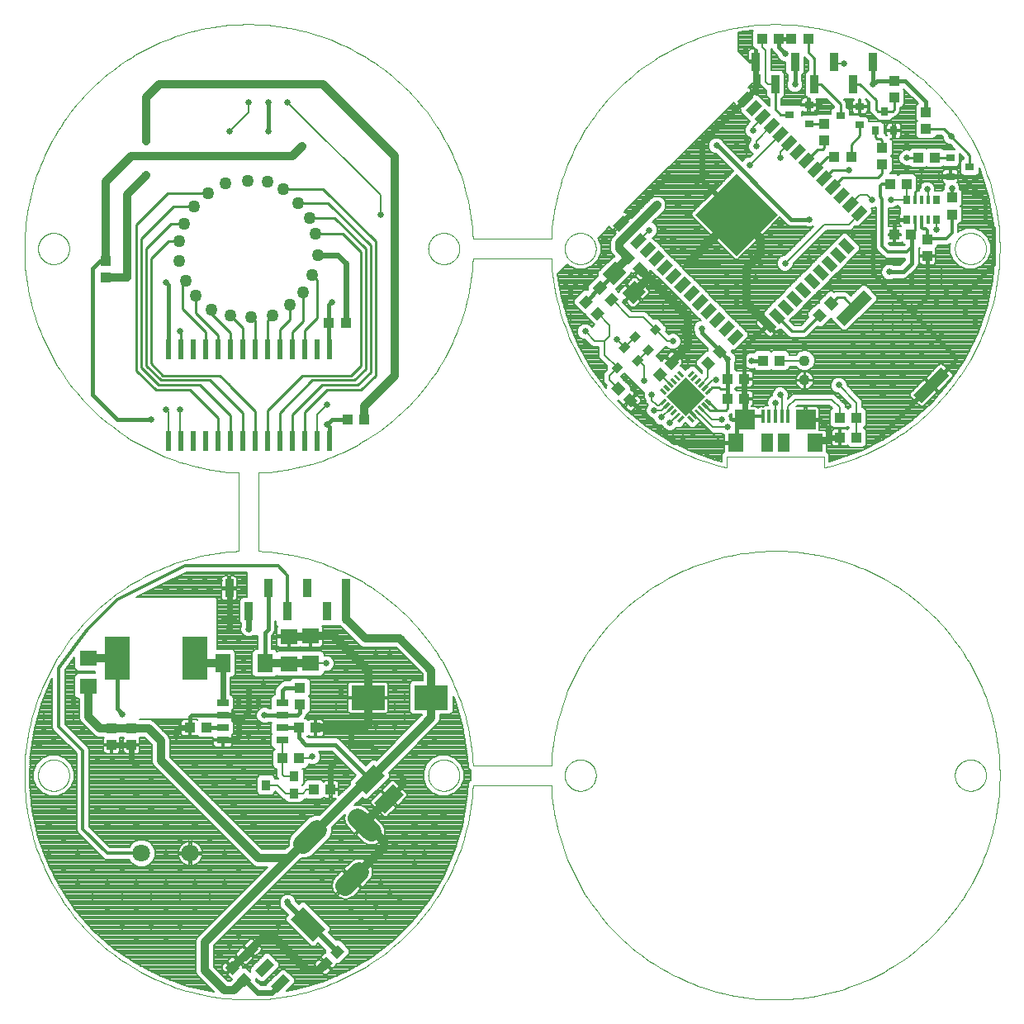
<source format=gtl>
G75*
%MOIN*%
%OFA0B0*%
%FSLAX25Y25*%
%IPPOS*%
%LPD*%
%AMOC8*
5,1,8,0,0,1.08239X$1,22.5*
%
%ADD10C,0.00000*%
%ADD11R,0.03937X0.04331*%
%ADD12R,0.01575X0.05315*%
%ADD13R,0.08268X0.07874*%
%ADD14R,0.04724X0.07480*%
%ADD15R,0.06299X0.07480*%
%ADD16C,0.05000*%
%ADD17R,0.06299X0.10630*%
%ADD18R,0.07087X0.06299*%
%ADD19R,0.03543X0.04331*%
%ADD20R,0.03543X0.03937*%
%ADD21R,0.06890X0.03740*%
%ADD22R,0.12598X0.06890*%
%ADD23R,0.03504X0.07283*%
%ADD24R,0.04331X0.03937*%
%ADD25R,0.03150X0.03543*%
%ADD26R,0.03543X0.05906*%
%ADD27R,0.23622X0.23622*%
%ADD28R,0.10236X0.17717*%
%ADD29R,0.05000X0.02835*%
%ADD30R,0.07098X0.06299*%
%ADD31R,0.02953X0.01181*%
%ADD32R,0.11024X0.11024*%
%ADD33C,0.07874*%
%ADD34R,0.06299X0.07087*%
%ADD35R,0.04724X0.15748*%
%ADD36C,0.04362*%
%ADD37R,0.13780X0.09843*%
%ADD38R,0.02362X0.07874*%
%ADD39R,0.03543X0.03150*%
%ADD40C,0.07087*%
%ADD41R,0.01575X0.03543*%
%ADD42R,0.02756X0.03543*%
%ADD43C,0.00800*%
%ADD44C,0.03200*%
%ADD45C,0.02400*%
%ADD46C,0.01600*%
%ADD47C,0.02578*%
%ADD48C,0.01000*%
%ADD49C,0.01200*%
D10*
X0050350Y0092616D02*
X0050352Y0092774D01*
X0050358Y0092932D01*
X0050368Y0093090D01*
X0050382Y0093248D01*
X0050400Y0093405D01*
X0050421Y0093562D01*
X0050447Y0093718D01*
X0050477Y0093874D01*
X0050510Y0094029D01*
X0050548Y0094182D01*
X0050589Y0094335D01*
X0050634Y0094487D01*
X0050683Y0094638D01*
X0050736Y0094787D01*
X0050792Y0094935D01*
X0050852Y0095081D01*
X0050916Y0095226D01*
X0050984Y0095369D01*
X0051055Y0095511D01*
X0051129Y0095651D01*
X0051207Y0095788D01*
X0051289Y0095924D01*
X0051373Y0096058D01*
X0051462Y0096189D01*
X0051553Y0096318D01*
X0051648Y0096445D01*
X0051745Y0096570D01*
X0051846Y0096692D01*
X0051950Y0096811D01*
X0052057Y0096928D01*
X0052167Y0097042D01*
X0052280Y0097153D01*
X0052395Y0097262D01*
X0052513Y0097367D01*
X0052634Y0097469D01*
X0052757Y0097569D01*
X0052883Y0097665D01*
X0053011Y0097758D01*
X0053141Y0097848D01*
X0053274Y0097934D01*
X0053409Y0098018D01*
X0053545Y0098097D01*
X0053684Y0098174D01*
X0053825Y0098246D01*
X0053967Y0098316D01*
X0054111Y0098381D01*
X0054257Y0098443D01*
X0054404Y0098501D01*
X0054553Y0098556D01*
X0054703Y0098607D01*
X0054854Y0098654D01*
X0055006Y0098697D01*
X0055159Y0098736D01*
X0055314Y0098772D01*
X0055469Y0098803D01*
X0055625Y0098831D01*
X0055781Y0098855D01*
X0055938Y0098875D01*
X0056096Y0098891D01*
X0056253Y0098903D01*
X0056412Y0098911D01*
X0056570Y0098915D01*
X0056728Y0098915D01*
X0056886Y0098911D01*
X0057045Y0098903D01*
X0057202Y0098891D01*
X0057360Y0098875D01*
X0057517Y0098855D01*
X0057673Y0098831D01*
X0057829Y0098803D01*
X0057984Y0098772D01*
X0058139Y0098736D01*
X0058292Y0098697D01*
X0058444Y0098654D01*
X0058595Y0098607D01*
X0058745Y0098556D01*
X0058894Y0098501D01*
X0059041Y0098443D01*
X0059187Y0098381D01*
X0059331Y0098316D01*
X0059473Y0098246D01*
X0059614Y0098174D01*
X0059753Y0098097D01*
X0059889Y0098018D01*
X0060024Y0097934D01*
X0060157Y0097848D01*
X0060287Y0097758D01*
X0060415Y0097665D01*
X0060541Y0097569D01*
X0060664Y0097469D01*
X0060785Y0097367D01*
X0060903Y0097262D01*
X0061018Y0097153D01*
X0061131Y0097042D01*
X0061241Y0096928D01*
X0061348Y0096811D01*
X0061452Y0096692D01*
X0061553Y0096570D01*
X0061650Y0096445D01*
X0061745Y0096318D01*
X0061836Y0096189D01*
X0061925Y0096058D01*
X0062009Y0095924D01*
X0062091Y0095788D01*
X0062169Y0095651D01*
X0062243Y0095511D01*
X0062314Y0095369D01*
X0062382Y0095226D01*
X0062446Y0095081D01*
X0062506Y0094935D01*
X0062562Y0094787D01*
X0062615Y0094638D01*
X0062664Y0094487D01*
X0062709Y0094335D01*
X0062750Y0094182D01*
X0062788Y0094029D01*
X0062821Y0093874D01*
X0062851Y0093718D01*
X0062877Y0093562D01*
X0062898Y0093405D01*
X0062916Y0093248D01*
X0062930Y0093090D01*
X0062940Y0092932D01*
X0062946Y0092774D01*
X0062948Y0092616D01*
X0062946Y0092458D01*
X0062940Y0092300D01*
X0062930Y0092142D01*
X0062916Y0091984D01*
X0062898Y0091827D01*
X0062877Y0091670D01*
X0062851Y0091514D01*
X0062821Y0091358D01*
X0062788Y0091203D01*
X0062750Y0091050D01*
X0062709Y0090897D01*
X0062664Y0090745D01*
X0062615Y0090594D01*
X0062562Y0090445D01*
X0062506Y0090297D01*
X0062446Y0090151D01*
X0062382Y0090006D01*
X0062314Y0089863D01*
X0062243Y0089721D01*
X0062169Y0089581D01*
X0062091Y0089444D01*
X0062009Y0089308D01*
X0061925Y0089174D01*
X0061836Y0089043D01*
X0061745Y0088914D01*
X0061650Y0088787D01*
X0061553Y0088662D01*
X0061452Y0088540D01*
X0061348Y0088421D01*
X0061241Y0088304D01*
X0061131Y0088190D01*
X0061018Y0088079D01*
X0060903Y0087970D01*
X0060785Y0087865D01*
X0060664Y0087763D01*
X0060541Y0087663D01*
X0060415Y0087567D01*
X0060287Y0087474D01*
X0060157Y0087384D01*
X0060024Y0087298D01*
X0059889Y0087214D01*
X0059753Y0087135D01*
X0059614Y0087058D01*
X0059473Y0086986D01*
X0059331Y0086916D01*
X0059187Y0086851D01*
X0059041Y0086789D01*
X0058894Y0086731D01*
X0058745Y0086676D01*
X0058595Y0086625D01*
X0058444Y0086578D01*
X0058292Y0086535D01*
X0058139Y0086496D01*
X0057984Y0086460D01*
X0057829Y0086429D01*
X0057673Y0086401D01*
X0057517Y0086377D01*
X0057360Y0086357D01*
X0057202Y0086341D01*
X0057045Y0086329D01*
X0056886Y0086321D01*
X0056728Y0086317D01*
X0056570Y0086317D01*
X0056412Y0086321D01*
X0056253Y0086329D01*
X0056096Y0086341D01*
X0055938Y0086357D01*
X0055781Y0086377D01*
X0055625Y0086401D01*
X0055469Y0086429D01*
X0055314Y0086460D01*
X0055159Y0086496D01*
X0055006Y0086535D01*
X0054854Y0086578D01*
X0054703Y0086625D01*
X0054553Y0086676D01*
X0054404Y0086731D01*
X0054257Y0086789D01*
X0054111Y0086851D01*
X0053967Y0086916D01*
X0053825Y0086986D01*
X0053684Y0087058D01*
X0053545Y0087135D01*
X0053409Y0087214D01*
X0053274Y0087298D01*
X0053141Y0087384D01*
X0053011Y0087474D01*
X0052883Y0087567D01*
X0052757Y0087663D01*
X0052634Y0087763D01*
X0052513Y0087865D01*
X0052395Y0087970D01*
X0052280Y0088079D01*
X0052167Y0088190D01*
X0052057Y0088304D01*
X0051950Y0088421D01*
X0051846Y0088540D01*
X0051745Y0088662D01*
X0051648Y0088787D01*
X0051553Y0088914D01*
X0051462Y0089043D01*
X0051373Y0089174D01*
X0051289Y0089308D01*
X0051207Y0089444D01*
X0051129Y0089581D01*
X0051055Y0089721D01*
X0050984Y0089863D01*
X0050916Y0090006D01*
X0050852Y0090151D01*
X0050792Y0090297D01*
X0050736Y0090445D01*
X0050683Y0090594D01*
X0050634Y0090745D01*
X0050589Y0090897D01*
X0050548Y0091050D01*
X0050510Y0091203D01*
X0050477Y0091358D01*
X0050447Y0091514D01*
X0050421Y0091670D01*
X0050400Y0091827D01*
X0050382Y0091984D01*
X0050368Y0092142D01*
X0050358Y0092300D01*
X0050352Y0092458D01*
X0050350Y0092616D01*
X0139326Y0183081D02*
X0141525Y0182959D01*
X0143721Y0182783D01*
X0145911Y0182554D01*
X0148096Y0182271D01*
X0150273Y0181935D01*
X0152441Y0181547D01*
X0154599Y0181106D01*
X0156745Y0180613D01*
X0158879Y0180067D01*
X0160999Y0179470D01*
X0163104Y0178821D01*
X0165193Y0178122D01*
X0167264Y0177372D01*
X0169316Y0176571D01*
X0171348Y0175721D01*
X0173358Y0174822D01*
X0175346Y0173874D01*
X0177311Y0172878D01*
X0179251Y0171835D01*
X0181165Y0170745D01*
X0183051Y0169608D01*
X0184910Y0168426D01*
X0186739Y0167199D01*
X0188538Y0165928D01*
X0190305Y0164614D01*
X0192040Y0163257D01*
X0193742Y0161858D01*
X0195409Y0160418D01*
X0197040Y0158938D01*
X0198635Y0157419D01*
X0200192Y0155862D01*
X0201711Y0154267D01*
X0203191Y0152636D01*
X0204631Y0150969D01*
X0206030Y0149267D01*
X0207387Y0147532D01*
X0208701Y0145765D01*
X0209972Y0143966D01*
X0211199Y0142137D01*
X0212381Y0140278D01*
X0213518Y0138392D01*
X0214608Y0136478D01*
X0215651Y0134538D01*
X0216647Y0132573D01*
X0217595Y0130585D01*
X0218494Y0128575D01*
X0219344Y0126543D01*
X0220145Y0124491D01*
X0220895Y0122420D01*
X0221594Y0120331D01*
X0222243Y0118226D01*
X0222840Y0116106D01*
X0223386Y0113972D01*
X0223879Y0111826D01*
X0224320Y0109668D01*
X0224708Y0107500D01*
X0225044Y0105323D01*
X0225327Y0103138D01*
X0225556Y0100948D01*
X0225732Y0098752D01*
X0225854Y0096553D01*
X0225855Y0096554D02*
X0257522Y0096554D01*
X0257522Y0088679D02*
X0225855Y0088679D01*
X0207830Y0092616D02*
X0207832Y0092774D01*
X0207838Y0092932D01*
X0207848Y0093090D01*
X0207862Y0093248D01*
X0207880Y0093405D01*
X0207901Y0093562D01*
X0207927Y0093718D01*
X0207957Y0093874D01*
X0207990Y0094029D01*
X0208028Y0094182D01*
X0208069Y0094335D01*
X0208114Y0094487D01*
X0208163Y0094638D01*
X0208216Y0094787D01*
X0208272Y0094935D01*
X0208332Y0095081D01*
X0208396Y0095226D01*
X0208464Y0095369D01*
X0208535Y0095511D01*
X0208609Y0095651D01*
X0208687Y0095788D01*
X0208769Y0095924D01*
X0208853Y0096058D01*
X0208942Y0096189D01*
X0209033Y0096318D01*
X0209128Y0096445D01*
X0209225Y0096570D01*
X0209326Y0096692D01*
X0209430Y0096811D01*
X0209537Y0096928D01*
X0209647Y0097042D01*
X0209760Y0097153D01*
X0209875Y0097262D01*
X0209993Y0097367D01*
X0210114Y0097469D01*
X0210237Y0097569D01*
X0210363Y0097665D01*
X0210491Y0097758D01*
X0210621Y0097848D01*
X0210754Y0097934D01*
X0210889Y0098018D01*
X0211025Y0098097D01*
X0211164Y0098174D01*
X0211305Y0098246D01*
X0211447Y0098316D01*
X0211591Y0098381D01*
X0211737Y0098443D01*
X0211884Y0098501D01*
X0212033Y0098556D01*
X0212183Y0098607D01*
X0212334Y0098654D01*
X0212486Y0098697D01*
X0212639Y0098736D01*
X0212794Y0098772D01*
X0212949Y0098803D01*
X0213105Y0098831D01*
X0213261Y0098855D01*
X0213418Y0098875D01*
X0213576Y0098891D01*
X0213733Y0098903D01*
X0213892Y0098911D01*
X0214050Y0098915D01*
X0214208Y0098915D01*
X0214366Y0098911D01*
X0214525Y0098903D01*
X0214682Y0098891D01*
X0214840Y0098875D01*
X0214997Y0098855D01*
X0215153Y0098831D01*
X0215309Y0098803D01*
X0215464Y0098772D01*
X0215619Y0098736D01*
X0215772Y0098697D01*
X0215924Y0098654D01*
X0216075Y0098607D01*
X0216225Y0098556D01*
X0216374Y0098501D01*
X0216521Y0098443D01*
X0216667Y0098381D01*
X0216811Y0098316D01*
X0216953Y0098246D01*
X0217094Y0098174D01*
X0217233Y0098097D01*
X0217369Y0098018D01*
X0217504Y0097934D01*
X0217637Y0097848D01*
X0217767Y0097758D01*
X0217895Y0097665D01*
X0218021Y0097569D01*
X0218144Y0097469D01*
X0218265Y0097367D01*
X0218383Y0097262D01*
X0218498Y0097153D01*
X0218611Y0097042D01*
X0218721Y0096928D01*
X0218828Y0096811D01*
X0218932Y0096692D01*
X0219033Y0096570D01*
X0219130Y0096445D01*
X0219225Y0096318D01*
X0219316Y0096189D01*
X0219405Y0096058D01*
X0219489Y0095924D01*
X0219571Y0095788D01*
X0219649Y0095651D01*
X0219723Y0095511D01*
X0219794Y0095369D01*
X0219862Y0095226D01*
X0219926Y0095081D01*
X0219986Y0094935D01*
X0220042Y0094787D01*
X0220095Y0094638D01*
X0220144Y0094487D01*
X0220189Y0094335D01*
X0220230Y0094182D01*
X0220268Y0094029D01*
X0220301Y0093874D01*
X0220331Y0093718D01*
X0220357Y0093562D01*
X0220378Y0093405D01*
X0220396Y0093248D01*
X0220410Y0093090D01*
X0220420Y0092932D01*
X0220426Y0092774D01*
X0220428Y0092616D01*
X0220426Y0092458D01*
X0220420Y0092300D01*
X0220410Y0092142D01*
X0220396Y0091984D01*
X0220378Y0091827D01*
X0220357Y0091670D01*
X0220331Y0091514D01*
X0220301Y0091358D01*
X0220268Y0091203D01*
X0220230Y0091050D01*
X0220189Y0090897D01*
X0220144Y0090745D01*
X0220095Y0090594D01*
X0220042Y0090445D01*
X0219986Y0090297D01*
X0219926Y0090151D01*
X0219862Y0090006D01*
X0219794Y0089863D01*
X0219723Y0089721D01*
X0219649Y0089581D01*
X0219571Y0089444D01*
X0219489Y0089308D01*
X0219405Y0089174D01*
X0219316Y0089043D01*
X0219225Y0088914D01*
X0219130Y0088787D01*
X0219033Y0088662D01*
X0218932Y0088540D01*
X0218828Y0088421D01*
X0218721Y0088304D01*
X0218611Y0088190D01*
X0218498Y0088079D01*
X0218383Y0087970D01*
X0218265Y0087865D01*
X0218144Y0087763D01*
X0218021Y0087663D01*
X0217895Y0087567D01*
X0217767Y0087474D01*
X0217637Y0087384D01*
X0217504Y0087298D01*
X0217369Y0087214D01*
X0217233Y0087135D01*
X0217094Y0087058D01*
X0216953Y0086986D01*
X0216811Y0086916D01*
X0216667Y0086851D01*
X0216521Y0086789D01*
X0216374Y0086731D01*
X0216225Y0086676D01*
X0216075Y0086625D01*
X0215924Y0086578D01*
X0215772Y0086535D01*
X0215619Y0086496D01*
X0215464Y0086460D01*
X0215309Y0086429D01*
X0215153Y0086401D01*
X0214997Y0086377D01*
X0214840Y0086357D01*
X0214682Y0086341D01*
X0214525Y0086329D01*
X0214366Y0086321D01*
X0214208Y0086317D01*
X0214050Y0086317D01*
X0213892Y0086321D01*
X0213733Y0086329D01*
X0213576Y0086341D01*
X0213418Y0086357D01*
X0213261Y0086377D01*
X0213105Y0086401D01*
X0212949Y0086429D01*
X0212794Y0086460D01*
X0212639Y0086496D01*
X0212486Y0086535D01*
X0212334Y0086578D01*
X0212183Y0086625D01*
X0212033Y0086676D01*
X0211884Y0086731D01*
X0211737Y0086789D01*
X0211591Y0086851D01*
X0211447Y0086916D01*
X0211305Y0086986D01*
X0211164Y0087058D01*
X0211025Y0087135D01*
X0210889Y0087214D01*
X0210754Y0087298D01*
X0210621Y0087384D01*
X0210491Y0087474D01*
X0210363Y0087567D01*
X0210237Y0087663D01*
X0210114Y0087763D01*
X0209993Y0087865D01*
X0209875Y0087970D01*
X0209760Y0088079D01*
X0209647Y0088190D01*
X0209537Y0088304D01*
X0209430Y0088421D01*
X0209326Y0088540D01*
X0209225Y0088662D01*
X0209128Y0088787D01*
X0209033Y0088914D01*
X0208942Y0089043D01*
X0208853Y0089174D01*
X0208769Y0089308D01*
X0208687Y0089444D01*
X0208609Y0089581D01*
X0208535Y0089721D01*
X0208464Y0089863D01*
X0208396Y0090006D01*
X0208332Y0090151D01*
X0208272Y0090297D01*
X0208216Y0090445D01*
X0208163Y0090594D01*
X0208114Y0090745D01*
X0208069Y0090897D01*
X0208028Y0091050D01*
X0207990Y0091203D01*
X0207957Y0091358D01*
X0207927Y0091514D01*
X0207901Y0091670D01*
X0207880Y0091827D01*
X0207862Y0091984D01*
X0207848Y0092142D01*
X0207838Y0092300D01*
X0207832Y0092458D01*
X0207830Y0092616D01*
X0262948Y0092616D02*
X0262950Y0092774D01*
X0262956Y0092932D01*
X0262966Y0093090D01*
X0262980Y0093248D01*
X0262998Y0093405D01*
X0263019Y0093562D01*
X0263045Y0093718D01*
X0263075Y0093874D01*
X0263108Y0094029D01*
X0263146Y0094182D01*
X0263187Y0094335D01*
X0263232Y0094487D01*
X0263281Y0094638D01*
X0263334Y0094787D01*
X0263390Y0094935D01*
X0263450Y0095081D01*
X0263514Y0095226D01*
X0263582Y0095369D01*
X0263653Y0095511D01*
X0263727Y0095651D01*
X0263805Y0095788D01*
X0263887Y0095924D01*
X0263971Y0096058D01*
X0264060Y0096189D01*
X0264151Y0096318D01*
X0264246Y0096445D01*
X0264343Y0096570D01*
X0264444Y0096692D01*
X0264548Y0096811D01*
X0264655Y0096928D01*
X0264765Y0097042D01*
X0264878Y0097153D01*
X0264993Y0097262D01*
X0265111Y0097367D01*
X0265232Y0097469D01*
X0265355Y0097569D01*
X0265481Y0097665D01*
X0265609Y0097758D01*
X0265739Y0097848D01*
X0265872Y0097934D01*
X0266007Y0098018D01*
X0266143Y0098097D01*
X0266282Y0098174D01*
X0266423Y0098246D01*
X0266565Y0098316D01*
X0266709Y0098381D01*
X0266855Y0098443D01*
X0267002Y0098501D01*
X0267151Y0098556D01*
X0267301Y0098607D01*
X0267452Y0098654D01*
X0267604Y0098697D01*
X0267757Y0098736D01*
X0267912Y0098772D01*
X0268067Y0098803D01*
X0268223Y0098831D01*
X0268379Y0098855D01*
X0268536Y0098875D01*
X0268694Y0098891D01*
X0268851Y0098903D01*
X0269010Y0098911D01*
X0269168Y0098915D01*
X0269326Y0098915D01*
X0269484Y0098911D01*
X0269643Y0098903D01*
X0269800Y0098891D01*
X0269958Y0098875D01*
X0270115Y0098855D01*
X0270271Y0098831D01*
X0270427Y0098803D01*
X0270582Y0098772D01*
X0270737Y0098736D01*
X0270890Y0098697D01*
X0271042Y0098654D01*
X0271193Y0098607D01*
X0271343Y0098556D01*
X0271492Y0098501D01*
X0271639Y0098443D01*
X0271785Y0098381D01*
X0271929Y0098316D01*
X0272071Y0098246D01*
X0272212Y0098174D01*
X0272351Y0098097D01*
X0272487Y0098018D01*
X0272622Y0097934D01*
X0272755Y0097848D01*
X0272885Y0097758D01*
X0273013Y0097665D01*
X0273139Y0097569D01*
X0273262Y0097469D01*
X0273383Y0097367D01*
X0273501Y0097262D01*
X0273616Y0097153D01*
X0273729Y0097042D01*
X0273839Y0096928D01*
X0273946Y0096811D01*
X0274050Y0096692D01*
X0274151Y0096570D01*
X0274248Y0096445D01*
X0274343Y0096318D01*
X0274434Y0096189D01*
X0274523Y0096058D01*
X0274607Y0095924D01*
X0274689Y0095788D01*
X0274767Y0095651D01*
X0274841Y0095511D01*
X0274912Y0095369D01*
X0274980Y0095226D01*
X0275044Y0095081D01*
X0275104Y0094935D01*
X0275160Y0094787D01*
X0275213Y0094638D01*
X0275262Y0094487D01*
X0275307Y0094335D01*
X0275348Y0094182D01*
X0275386Y0094029D01*
X0275419Y0093874D01*
X0275449Y0093718D01*
X0275475Y0093562D01*
X0275496Y0093405D01*
X0275514Y0093248D01*
X0275528Y0093090D01*
X0275538Y0092932D01*
X0275544Y0092774D01*
X0275546Y0092616D01*
X0275544Y0092458D01*
X0275538Y0092300D01*
X0275528Y0092142D01*
X0275514Y0091984D01*
X0275496Y0091827D01*
X0275475Y0091670D01*
X0275449Y0091514D01*
X0275419Y0091358D01*
X0275386Y0091203D01*
X0275348Y0091050D01*
X0275307Y0090897D01*
X0275262Y0090745D01*
X0275213Y0090594D01*
X0275160Y0090445D01*
X0275104Y0090297D01*
X0275044Y0090151D01*
X0274980Y0090006D01*
X0274912Y0089863D01*
X0274841Y0089721D01*
X0274767Y0089581D01*
X0274689Y0089444D01*
X0274607Y0089308D01*
X0274523Y0089174D01*
X0274434Y0089043D01*
X0274343Y0088914D01*
X0274248Y0088787D01*
X0274151Y0088662D01*
X0274050Y0088540D01*
X0273946Y0088421D01*
X0273839Y0088304D01*
X0273729Y0088190D01*
X0273616Y0088079D01*
X0273501Y0087970D01*
X0273383Y0087865D01*
X0273262Y0087763D01*
X0273139Y0087663D01*
X0273013Y0087567D01*
X0272885Y0087474D01*
X0272755Y0087384D01*
X0272622Y0087298D01*
X0272487Y0087214D01*
X0272351Y0087135D01*
X0272212Y0087058D01*
X0272071Y0086986D01*
X0271929Y0086916D01*
X0271785Y0086851D01*
X0271639Y0086789D01*
X0271492Y0086731D01*
X0271343Y0086676D01*
X0271193Y0086625D01*
X0271042Y0086578D01*
X0270890Y0086535D01*
X0270737Y0086496D01*
X0270582Y0086460D01*
X0270427Y0086429D01*
X0270271Y0086401D01*
X0270115Y0086377D01*
X0269958Y0086357D01*
X0269800Y0086341D01*
X0269643Y0086329D01*
X0269484Y0086321D01*
X0269326Y0086317D01*
X0269168Y0086317D01*
X0269010Y0086321D01*
X0268851Y0086329D01*
X0268694Y0086341D01*
X0268536Y0086357D01*
X0268379Y0086377D01*
X0268223Y0086401D01*
X0268067Y0086429D01*
X0267912Y0086460D01*
X0267757Y0086496D01*
X0267604Y0086535D01*
X0267452Y0086578D01*
X0267301Y0086625D01*
X0267151Y0086676D01*
X0267002Y0086731D01*
X0266855Y0086789D01*
X0266709Y0086851D01*
X0266565Y0086916D01*
X0266423Y0086986D01*
X0266282Y0087058D01*
X0266143Y0087135D01*
X0266007Y0087214D01*
X0265872Y0087298D01*
X0265739Y0087384D01*
X0265609Y0087474D01*
X0265481Y0087567D01*
X0265355Y0087663D01*
X0265232Y0087763D01*
X0265111Y0087865D01*
X0264993Y0087970D01*
X0264878Y0088079D01*
X0264765Y0088190D01*
X0264655Y0088304D01*
X0264548Y0088421D01*
X0264444Y0088540D01*
X0264343Y0088662D01*
X0264246Y0088787D01*
X0264151Y0088914D01*
X0264060Y0089043D01*
X0263971Y0089174D01*
X0263887Y0089308D01*
X0263805Y0089444D01*
X0263727Y0089581D01*
X0263653Y0089721D01*
X0263582Y0089863D01*
X0263514Y0090006D01*
X0263450Y0090151D01*
X0263390Y0090297D01*
X0263334Y0090445D01*
X0263281Y0090594D01*
X0263232Y0090745D01*
X0263187Y0090897D01*
X0263146Y0091050D01*
X0263108Y0091203D01*
X0263075Y0091358D01*
X0263045Y0091514D01*
X0263019Y0091670D01*
X0262998Y0091827D01*
X0262980Y0091984D01*
X0262966Y0092142D01*
X0262956Y0092300D01*
X0262950Y0092458D01*
X0262948Y0092616D01*
X0257523Y0088679D02*
X0257646Y0086465D01*
X0257824Y0084254D01*
X0258056Y0082049D01*
X0258341Y0079850D01*
X0258681Y0077658D01*
X0259074Y0075476D01*
X0259520Y0073304D01*
X0260020Y0071143D01*
X0260572Y0068995D01*
X0261177Y0066862D01*
X0261833Y0064743D01*
X0262542Y0062642D01*
X0263302Y0060558D01*
X0264112Y0058494D01*
X0264973Y0056450D01*
X0265883Y0054428D01*
X0266843Y0052429D01*
X0267851Y0050454D01*
X0268908Y0048504D01*
X0270012Y0046581D01*
X0271163Y0044685D01*
X0272359Y0042818D01*
X0273602Y0040981D01*
X0274888Y0039175D01*
X0276219Y0037401D01*
X0277593Y0035660D01*
X0279008Y0033953D01*
X0280466Y0032282D01*
X0281963Y0030646D01*
X0283501Y0029048D01*
X0285077Y0027488D01*
X0286691Y0025967D01*
X0288341Y0024486D01*
X0290027Y0023046D01*
X0291748Y0021647D01*
X0293503Y0020291D01*
X0295291Y0018979D01*
X0297110Y0017710D01*
X0298959Y0016487D01*
X0300838Y0015309D01*
X0302746Y0014177D01*
X0304680Y0013093D01*
X0306640Y0012056D01*
X0308626Y0011068D01*
X0310634Y0010128D01*
X0312666Y0009238D01*
X0314718Y0008399D01*
X0316790Y0007609D01*
X0318881Y0006871D01*
X0320990Y0006183D01*
X0323115Y0005548D01*
X0325254Y0004965D01*
X0327407Y0004435D01*
X0329573Y0003957D01*
X0331750Y0003533D01*
X0333936Y0003162D01*
X0336131Y0002845D01*
X0338333Y0002581D01*
X0340540Y0002372D01*
X0342753Y0002216D01*
X0344968Y0002115D01*
X0347185Y0002069D01*
X0349403Y0002076D01*
X0351619Y0002138D01*
X0353834Y0002254D01*
X0356045Y0002424D01*
X0358251Y0002649D01*
X0360451Y0002927D01*
X0362644Y0003259D01*
X0364828Y0003645D01*
X0367002Y0004084D01*
X0369164Y0004576D01*
X0371313Y0005121D01*
X0373449Y0005718D01*
X0375569Y0006368D01*
X0377673Y0007069D01*
X0379759Y0007822D01*
X0381826Y0008625D01*
X0383873Y0009479D01*
X0385898Y0010383D01*
X0387900Y0011336D01*
X0389879Y0012338D01*
X0391832Y0013387D01*
X0393759Y0014485D01*
X0395659Y0015629D01*
X0397530Y0016820D01*
X0399371Y0018056D01*
X0401182Y0019336D01*
X0402960Y0020661D01*
X0404706Y0022029D01*
X0406417Y0023439D01*
X0408094Y0024890D01*
X0409734Y0026382D01*
X0411338Y0027914D01*
X0412903Y0029485D01*
X0414430Y0031094D01*
X0415916Y0032739D01*
X0417362Y0034421D01*
X0418767Y0036137D01*
X0420128Y0037887D01*
X0421447Y0039670D01*
X0422722Y0041485D01*
X0423951Y0043330D01*
X0425135Y0045205D01*
X0426273Y0047109D01*
X0427364Y0049040D01*
X0428408Y0050997D01*
X0429403Y0052978D01*
X0430349Y0054984D01*
X0431246Y0057012D01*
X0432093Y0059062D01*
X0432889Y0061131D01*
X0433635Y0063220D01*
X0434329Y0065326D01*
X0434971Y0067449D01*
X0435561Y0069586D01*
X0436099Y0071738D01*
X0436584Y0073902D01*
X0437016Y0076077D01*
X0437394Y0078262D01*
X0437719Y0080456D01*
X0437990Y0082657D01*
X0438207Y0084864D01*
X0438369Y0087075D01*
X0438478Y0089290D01*
X0438532Y0091507D01*
X0438532Y0093725D01*
X0438478Y0095942D01*
X0438369Y0098157D01*
X0438207Y0100368D01*
X0437990Y0102575D01*
X0437719Y0104776D01*
X0437394Y0106970D01*
X0437016Y0109155D01*
X0436584Y0111330D01*
X0436099Y0113494D01*
X0435561Y0115646D01*
X0434971Y0117783D01*
X0434329Y0119906D01*
X0433635Y0122012D01*
X0432889Y0124101D01*
X0432093Y0126170D01*
X0431246Y0128220D01*
X0430349Y0130248D01*
X0429403Y0132254D01*
X0428408Y0134235D01*
X0427364Y0136192D01*
X0426273Y0138123D01*
X0425135Y0140027D01*
X0423951Y0141902D01*
X0422722Y0143747D01*
X0421447Y0145562D01*
X0420128Y0147345D01*
X0418767Y0149095D01*
X0417362Y0150811D01*
X0415916Y0152493D01*
X0414430Y0154138D01*
X0412903Y0155747D01*
X0411338Y0157318D01*
X0409734Y0158850D01*
X0408094Y0160342D01*
X0406417Y0161793D01*
X0404706Y0163203D01*
X0402960Y0164571D01*
X0401182Y0165896D01*
X0399371Y0167176D01*
X0397530Y0168412D01*
X0395659Y0169603D01*
X0393759Y0170747D01*
X0391832Y0171845D01*
X0389879Y0172894D01*
X0387900Y0173896D01*
X0385898Y0174849D01*
X0383873Y0175753D01*
X0381826Y0176607D01*
X0379759Y0177410D01*
X0377673Y0178163D01*
X0375569Y0178864D01*
X0373449Y0179514D01*
X0371313Y0180111D01*
X0369164Y0180656D01*
X0367002Y0181148D01*
X0364828Y0181587D01*
X0362644Y0181973D01*
X0360451Y0182305D01*
X0358251Y0182583D01*
X0356045Y0182808D01*
X0353834Y0182978D01*
X0351619Y0183094D01*
X0349403Y0183156D01*
X0347185Y0183163D01*
X0344968Y0183117D01*
X0342753Y0183016D01*
X0340540Y0182860D01*
X0338333Y0182651D01*
X0336131Y0182387D01*
X0333936Y0182070D01*
X0331750Y0181699D01*
X0329573Y0181275D01*
X0327407Y0180797D01*
X0325254Y0180267D01*
X0323115Y0179684D01*
X0320990Y0179049D01*
X0318881Y0178361D01*
X0316790Y0177623D01*
X0314718Y0176833D01*
X0312666Y0175994D01*
X0310634Y0175104D01*
X0308626Y0174164D01*
X0306640Y0173176D01*
X0304680Y0172139D01*
X0302746Y0171055D01*
X0300838Y0169923D01*
X0298959Y0168745D01*
X0297110Y0167522D01*
X0295291Y0166253D01*
X0293503Y0164941D01*
X0291748Y0163585D01*
X0290027Y0162186D01*
X0288341Y0160746D01*
X0286691Y0159265D01*
X0285077Y0157744D01*
X0283501Y0156184D01*
X0281963Y0154586D01*
X0280466Y0152950D01*
X0279008Y0151279D01*
X0277593Y0149572D01*
X0276219Y0147831D01*
X0274888Y0146057D01*
X0273602Y0144251D01*
X0272359Y0142414D01*
X0271163Y0140547D01*
X0270012Y0138651D01*
X0268908Y0136728D01*
X0267851Y0134778D01*
X0266843Y0132803D01*
X0265883Y0130804D01*
X0264973Y0128782D01*
X0264112Y0126738D01*
X0263302Y0124674D01*
X0262542Y0122590D01*
X0261833Y0120489D01*
X0261177Y0118370D01*
X0260572Y0116237D01*
X0260020Y0114089D01*
X0259520Y0111928D01*
X0259074Y0109756D01*
X0258681Y0107574D01*
X0258341Y0105382D01*
X0258056Y0103183D01*
X0257824Y0100978D01*
X0257646Y0098767D01*
X0257523Y0096553D01*
X0139326Y0183082D02*
X0139326Y0214750D01*
X0131452Y0214750D02*
X0131452Y0183082D01*
X0131452Y0183081D02*
X0129239Y0182958D01*
X0127031Y0182780D01*
X0124827Y0182549D01*
X0122629Y0182263D01*
X0120439Y0181924D01*
X0118258Y0181532D01*
X0116088Y0181086D01*
X0113928Y0180587D01*
X0111782Y0180036D01*
X0109650Y0179432D01*
X0107533Y0178776D01*
X0105433Y0178069D01*
X0103351Y0177310D01*
X0101288Y0176501D01*
X0099246Y0175641D01*
X0097225Y0174732D01*
X0095227Y0173773D01*
X0093253Y0172766D01*
X0091304Y0171711D01*
X0089382Y0170609D01*
X0087487Y0169459D01*
X0085621Y0168264D01*
X0083785Y0167024D01*
X0081980Y0165739D01*
X0080206Y0164410D01*
X0078466Y0163038D01*
X0076760Y0161624D01*
X0075089Y0160168D01*
X0073454Y0158673D01*
X0071856Y0157137D01*
X0070296Y0155563D01*
X0068775Y0153952D01*
X0067294Y0152303D01*
X0065854Y0150619D01*
X0064455Y0148900D01*
X0063099Y0147147D01*
X0061786Y0145362D01*
X0060518Y0143545D01*
X0059294Y0141698D01*
X0058116Y0139821D01*
X0056984Y0137916D01*
X0055899Y0135984D01*
X0054861Y0134026D01*
X0053872Y0132043D01*
X0052932Y0130036D01*
X0052041Y0128007D01*
X0051199Y0125957D01*
X0050409Y0123887D01*
X0049669Y0121798D01*
X0048981Y0119691D01*
X0048344Y0117569D01*
X0047759Y0115431D01*
X0047227Y0113280D01*
X0046748Y0111117D01*
X0046322Y0108942D01*
X0045949Y0106758D01*
X0045630Y0104565D01*
X0045364Y0102365D01*
X0045153Y0100159D01*
X0044995Y0097948D01*
X0044892Y0095735D01*
X0044843Y0093519D01*
X0044848Y0091303D01*
X0044907Y0089088D01*
X0045020Y0086875D01*
X0045188Y0084665D01*
X0045409Y0082460D01*
X0045685Y0080262D01*
X0046014Y0078070D01*
X0046397Y0075887D01*
X0046833Y0073715D01*
X0047322Y0071553D01*
X0047863Y0069405D01*
X0048458Y0067270D01*
X0049104Y0065150D01*
X0049802Y0063047D01*
X0050551Y0060961D01*
X0051351Y0058895D01*
X0052201Y0056849D01*
X0053102Y0054824D01*
X0054051Y0052821D01*
X0055049Y0050843D01*
X0056095Y0048889D01*
X0057189Y0046962D01*
X0058330Y0045062D01*
X0059517Y0043191D01*
X0060749Y0041349D01*
X0062026Y0039538D01*
X0063346Y0037758D01*
X0064710Y0036012D01*
X0066117Y0034299D01*
X0067565Y0032622D01*
X0069053Y0030980D01*
X0070581Y0029375D01*
X0072148Y0027808D01*
X0073753Y0026280D01*
X0075395Y0024792D01*
X0077072Y0023344D01*
X0078785Y0021937D01*
X0080531Y0020573D01*
X0082311Y0019253D01*
X0084122Y0017976D01*
X0085964Y0016744D01*
X0087835Y0015557D01*
X0089735Y0014416D01*
X0091662Y0013322D01*
X0093616Y0012276D01*
X0095594Y0011278D01*
X0097597Y0010329D01*
X0099622Y0009428D01*
X0101668Y0008578D01*
X0103734Y0007778D01*
X0105820Y0007029D01*
X0107923Y0006331D01*
X0110043Y0005685D01*
X0112178Y0005090D01*
X0114326Y0004549D01*
X0116488Y0004060D01*
X0118660Y0003624D01*
X0120843Y0003241D01*
X0123035Y0002912D01*
X0125233Y0002636D01*
X0127438Y0002415D01*
X0129648Y0002247D01*
X0131861Y0002134D01*
X0134076Y0002075D01*
X0136292Y0002070D01*
X0138508Y0002119D01*
X0140721Y0002222D01*
X0142932Y0002380D01*
X0145138Y0002591D01*
X0147338Y0002857D01*
X0149531Y0003176D01*
X0151715Y0003549D01*
X0153890Y0003975D01*
X0156053Y0004454D01*
X0158204Y0004986D01*
X0160342Y0005571D01*
X0162464Y0006208D01*
X0164571Y0006896D01*
X0166660Y0007636D01*
X0168730Y0008426D01*
X0170780Y0009268D01*
X0172809Y0010159D01*
X0174816Y0011099D01*
X0176799Y0012088D01*
X0178757Y0013126D01*
X0180689Y0014211D01*
X0182594Y0015343D01*
X0184471Y0016521D01*
X0186318Y0017745D01*
X0188135Y0019013D01*
X0189920Y0020326D01*
X0191673Y0021682D01*
X0193392Y0023081D01*
X0195076Y0024521D01*
X0196725Y0026002D01*
X0198336Y0027523D01*
X0199910Y0029083D01*
X0201446Y0030681D01*
X0202941Y0032316D01*
X0204397Y0033987D01*
X0205811Y0035693D01*
X0207183Y0037433D01*
X0208512Y0039207D01*
X0209797Y0041012D01*
X0211037Y0042848D01*
X0212232Y0044714D01*
X0213382Y0046609D01*
X0214484Y0048531D01*
X0215539Y0050480D01*
X0216546Y0052454D01*
X0217505Y0054452D01*
X0218414Y0056473D01*
X0219274Y0058515D01*
X0220083Y0060578D01*
X0220842Y0062660D01*
X0221549Y0064760D01*
X0222205Y0066877D01*
X0222809Y0069009D01*
X0223360Y0071155D01*
X0223859Y0073315D01*
X0224305Y0075485D01*
X0224697Y0077666D01*
X0225036Y0079856D01*
X0225322Y0082054D01*
X0225553Y0084258D01*
X0225731Y0086466D01*
X0225854Y0088679D01*
X0328302Y0216829D02*
X0328302Y0221357D01*
X0367673Y0221357D01*
X0367673Y0216829D01*
X0328302Y0216830D02*
X0326167Y0217332D01*
X0324044Y0217887D01*
X0321936Y0218492D01*
X0319843Y0219149D01*
X0317767Y0219856D01*
X0315708Y0220613D01*
X0313668Y0221419D01*
X0311648Y0222275D01*
X0309650Y0223180D01*
X0307674Y0224133D01*
X0305722Y0225133D01*
X0303794Y0226180D01*
X0301893Y0227274D01*
X0300018Y0228413D01*
X0298172Y0229598D01*
X0296355Y0230827D01*
X0294568Y0232099D01*
X0292813Y0233415D01*
X0291090Y0234772D01*
X0289400Y0236171D01*
X0287745Y0237610D01*
X0286125Y0239089D01*
X0284542Y0240607D01*
X0282995Y0242163D01*
X0281487Y0243756D01*
X0280018Y0245385D01*
X0278588Y0247049D01*
X0277200Y0248747D01*
X0275853Y0250478D01*
X0274548Y0252241D01*
X0273286Y0254036D01*
X0272069Y0255860D01*
X0270895Y0257714D01*
X0269767Y0259595D01*
X0268685Y0261503D01*
X0267650Y0263437D01*
X0266661Y0265395D01*
X0265721Y0267377D01*
X0264828Y0269381D01*
X0263985Y0271405D01*
X0263190Y0273450D01*
X0262446Y0275514D01*
X0261751Y0277594D01*
X0261108Y0279691D01*
X0260515Y0281803D01*
X0259973Y0283929D01*
X0259484Y0286067D01*
X0259046Y0288217D01*
X0258660Y0290376D01*
X0258327Y0292544D01*
X0258046Y0294720D01*
X0257818Y0296901D01*
X0257644Y0299088D01*
X0257522Y0301278D01*
X0225855Y0301278D01*
X0225855Y0309152D02*
X0257522Y0309152D01*
X0262948Y0305215D02*
X0262950Y0305373D01*
X0262956Y0305531D01*
X0262966Y0305689D01*
X0262980Y0305847D01*
X0262998Y0306004D01*
X0263019Y0306161D01*
X0263045Y0306317D01*
X0263075Y0306473D01*
X0263108Y0306628D01*
X0263146Y0306781D01*
X0263187Y0306934D01*
X0263232Y0307086D01*
X0263281Y0307237D01*
X0263334Y0307386D01*
X0263390Y0307534D01*
X0263450Y0307680D01*
X0263514Y0307825D01*
X0263582Y0307968D01*
X0263653Y0308110D01*
X0263727Y0308250D01*
X0263805Y0308387D01*
X0263887Y0308523D01*
X0263971Y0308657D01*
X0264060Y0308788D01*
X0264151Y0308917D01*
X0264246Y0309044D01*
X0264343Y0309169D01*
X0264444Y0309291D01*
X0264548Y0309410D01*
X0264655Y0309527D01*
X0264765Y0309641D01*
X0264878Y0309752D01*
X0264993Y0309861D01*
X0265111Y0309966D01*
X0265232Y0310068D01*
X0265355Y0310168D01*
X0265481Y0310264D01*
X0265609Y0310357D01*
X0265739Y0310447D01*
X0265872Y0310533D01*
X0266007Y0310617D01*
X0266143Y0310696D01*
X0266282Y0310773D01*
X0266423Y0310845D01*
X0266565Y0310915D01*
X0266709Y0310980D01*
X0266855Y0311042D01*
X0267002Y0311100D01*
X0267151Y0311155D01*
X0267301Y0311206D01*
X0267452Y0311253D01*
X0267604Y0311296D01*
X0267757Y0311335D01*
X0267912Y0311371D01*
X0268067Y0311402D01*
X0268223Y0311430D01*
X0268379Y0311454D01*
X0268536Y0311474D01*
X0268694Y0311490D01*
X0268851Y0311502D01*
X0269010Y0311510D01*
X0269168Y0311514D01*
X0269326Y0311514D01*
X0269484Y0311510D01*
X0269643Y0311502D01*
X0269800Y0311490D01*
X0269958Y0311474D01*
X0270115Y0311454D01*
X0270271Y0311430D01*
X0270427Y0311402D01*
X0270582Y0311371D01*
X0270737Y0311335D01*
X0270890Y0311296D01*
X0271042Y0311253D01*
X0271193Y0311206D01*
X0271343Y0311155D01*
X0271492Y0311100D01*
X0271639Y0311042D01*
X0271785Y0310980D01*
X0271929Y0310915D01*
X0272071Y0310845D01*
X0272212Y0310773D01*
X0272351Y0310696D01*
X0272487Y0310617D01*
X0272622Y0310533D01*
X0272755Y0310447D01*
X0272885Y0310357D01*
X0273013Y0310264D01*
X0273139Y0310168D01*
X0273262Y0310068D01*
X0273383Y0309966D01*
X0273501Y0309861D01*
X0273616Y0309752D01*
X0273729Y0309641D01*
X0273839Y0309527D01*
X0273946Y0309410D01*
X0274050Y0309291D01*
X0274151Y0309169D01*
X0274248Y0309044D01*
X0274343Y0308917D01*
X0274434Y0308788D01*
X0274523Y0308657D01*
X0274607Y0308523D01*
X0274689Y0308387D01*
X0274767Y0308250D01*
X0274841Y0308110D01*
X0274912Y0307968D01*
X0274980Y0307825D01*
X0275044Y0307680D01*
X0275104Y0307534D01*
X0275160Y0307386D01*
X0275213Y0307237D01*
X0275262Y0307086D01*
X0275307Y0306934D01*
X0275348Y0306781D01*
X0275386Y0306628D01*
X0275419Y0306473D01*
X0275449Y0306317D01*
X0275475Y0306161D01*
X0275496Y0306004D01*
X0275514Y0305847D01*
X0275528Y0305689D01*
X0275538Y0305531D01*
X0275544Y0305373D01*
X0275546Y0305215D01*
X0275544Y0305057D01*
X0275538Y0304899D01*
X0275528Y0304741D01*
X0275514Y0304583D01*
X0275496Y0304426D01*
X0275475Y0304269D01*
X0275449Y0304113D01*
X0275419Y0303957D01*
X0275386Y0303802D01*
X0275348Y0303649D01*
X0275307Y0303496D01*
X0275262Y0303344D01*
X0275213Y0303193D01*
X0275160Y0303044D01*
X0275104Y0302896D01*
X0275044Y0302750D01*
X0274980Y0302605D01*
X0274912Y0302462D01*
X0274841Y0302320D01*
X0274767Y0302180D01*
X0274689Y0302043D01*
X0274607Y0301907D01*
X0274523Y0301773D01*
X0274434Y0301642D01*
X0274343Y0301513D01*
X0274248Y0301386D01*
X0274151Y0301261D01*
X0274050Y0301139D01*
X0273946Y0301020D01*
X0273839Y0300903D01*
X0273729Y0300789D01*
X0273616Y0300678D01*
X0273501Y0300569D01*
X0273383Y0300464D01*
X0273262Y0300362D01*
X0273139Y0300262D01*
X0273013Y0300166D01*
X0272885Y0300073D01*
X0272755Y0299983D01*
X0272622Y0299897D01*
X0272487Y0299813D01*
X0272351Y0299734D01*
X0272212Y0299657D01*
X0272071Y0299585D01*
X0271929Y0299515D01*
X0271785Y0299450D01*
X0271639Y0299388D01*
X0271492Y0299330D01*
X0271343Y0299275D01*
X0271193Y0299224D01*
X0271042Y0299177D01*
X0270890Y0299134D01*
X0270737Y0299095D01*
X0270582Y0299059D01*
X0270427Y0299028D01*
X0270271Y0299000D01*
X0270115Y0298976D01*
X0269958Y0298956D01*
X0269800Y0298940D01*
X0269643Y0298928D01*
X0269484Y0298920D01*
X0269326Y0298916D01*
X0269168Y0298916D01*
X0269010Y0298920D01*
X0268851Y0298928D01*
X0268694Y0298940D01*
X0268536Y0298956D01*
X0268379Y0298976D01*
X0268223Y0299000D01*
X0268067Y0299028D01*
X0267912Y0299059D01*
X0267757Y0299095D01*
X0267604Y0299134D01*
X0267452Y0299177D01*
X0267301Y0299224D01*
X0267151Y0299275D01*
X0267002Y0299330D01*
X0266855Y0299388D01*
X0266709Y0299450D01*
X0266565Y0299515D01*
X0266423Y0299585D01*
X0266282Y0299657D01*
X0266143Y0299734D01*
X0266007Y0299813D01*
X0265872Y0299897D01*
X0265739Y0299983D01*
X0265609Y0300073D01*
X0265481Y0300166D01*
X0265355Y0300262D01*
X0265232Y0300362D01*
X0265111Y0300464D01*
X0264993Y0300569D01*
X0264878Y0300678D01*
X0264765Y0300789D01*
X0264655Y0300903D01*
X0264548Y0301020D01*
X0264444Y0301139D01*
X0264343Y0301261D01*
X0264246Y0301386D01*
X0264151Y0301513D01*
X0264060Y0301642D01*
X0263971Y0301773D01*
X0263887Y0301907D01*
X0263805Y0302043D01*
X0263727Y0302180D01*
X0263653Y0302320D01*
X0263582Y0302462D01*
X0263514Y0302605D01*
X0263450Y0302750D01*
X0263390Y0302896D01*
X0263334Y0303044D01*
X0263281Y0303193D01*
X0263232Y0303344D01*
X0263187Y0303496D01*
X0263146Y0303649D01*
X0263108Y0303802D01*
X0263075Y0303957D01*
X0263045Y0304113D01*
X0263019Y0304269D01*
X0262998Y0304426D01*
X0262980Y0304583D01*
X0262966Y0304741D01*
X0262956Y0304899D01*
X0262950Y0305057D01*
X0262948Y0305215D01*
X0207830Y0305215D02*
X0207832Y0305373D01*
X0207838Y0305531D01*
X0207848Y0305689D01*
X0207862Y0305847D01*
X0207880Y0306004D01*
X0207901Y0306161D01*
X0207927Y0306317D01*
X0207957Y0306473D01*
X0207990Y0306628D01*
X0208028Y0306781D01*
X0208069Y0306934D01*
X0208114Y0307086D01*
X0208163Y0307237D01*
X0208216Y0307386D01*
X0208272Y0307534D01*
X0208332Y0307680D01*
X0208396Y0307825D01*
X0208464Y0307968D01*
X0208535Y0308110D01*
X0208609Y0308250D01*
X0208687Y0308387D01*
X0208769Y0308523D01*
X0208853Y0308657D01*
X0208942Y0308788D01*
X0209033Y0308917D01*
X0209128Y0309044D01*
X0209225Y0309169D01*
X0209326Y0309291D01*
X0209430Y0309410D01*
X0209537Y0309527D01*
X0209647Y0309641D01*
X0209760Y0309752D01*
X0209875Y0309861D01*
X0209993Y0309966D01*
X0210114Y0310068D01*
X0210237Y0310168D01*
X0210363Y0310264D01*
X0210491Y0310357D01*
X0210621Y0310447D01*
X0210754Y0310533D01*
X0210889Y0310617D01*
X0211025Y0310696D01*
X0211164Y0310773D01*
X0211305Y0310845D01*
X0211447Y0310915D01*
X0211591Y0310980D01*
X0211737Y0311042D01*
X0211884Y0311100D01*
X0212033Y0311155D01*
X0212183Y0311206D01*
X0212334Y0311253D01*
X0212486Y0311296D01*
X0212639Y0311335D01*
X0212794Y0311371D01*
X0212949Y0311402D01*
X0213105Y0311430D01*
X0213261Y0311454D01*
X0213418Y0311474D01*
X0213576Y0311490D01*
X0213733Y0311502D01*
X0213892Y0311510D01*
X0214050Y0311514D01*
X0214208Y0311514D01*
X0214366Y0311510D01*
X0214525Y0311502D01*
X0214682Y0311490D01*
X0214840Y0311474D01*
X0214997Y0311454D01*
X0215153Y0311430D01*
X0215309Y0311402D01*
X0215464Y0311371D01*
X0215619Y0311335D01*
X0215772Y0311296D01*
X0215924Y0311253D01*
X0216075Y0311206D01*
X0216225Y0311155D01*
X0216374Y0311100D01*
X0216521Y0311042D01*
X0216667Y0310980D01*
X0216811Y0310915D01*
X0216953Y0310845D01*
X0217094Y0310773D01*
X0217233Y0310696D01*
X0217369Y0310617D01*
X0217504Y0310533D01*
X0217637Y0310447D01*
X0217767Y0310357D01*
X0217895Y0310264D01*
X0218021Y0310168D01*
X0218144Y0310068D01*
X0218265Y0309966D01*
X0218383Y0309861D01*
X0218498Y0309752D01*
X0218611Y0309641D01*
X0218721Y0309527D01*
X0218828Y0309410D01*
X0218932Y0309291D01*
X0219033Y0309169D01*
X0219130Y0309044D01*
X0219225Y0308917D01*
X0219316Y0308788D01*
X0219405Y0308657D01*
X0219489Y0308523D01*
X0219571Y0308387D01*
X0219649Y0308250D01*
X0219723Y0308110D01*
X0219794Y0307968D01*
X0219862Y0307825D01*
X0219926Y0307680D01*
X0219986Y0307534D01*
X0220042Y0307386D01*
X0220095Y0307237D01*
X0220144Y0307086D01*
X0220189Y0306934D01*
X0220230Y0306781D01*
X0220268Y0306628D01*
X0220301Y0306473D01*
X0220331Y0306317D01*
X0220357Y0306161D01*
X0220378Y0306004D01*
X0220396Y0305847D01*
X0220410Y0305689D01*
X0220420Y0305531D01*
X0220426Y0305373D01*
X0220428Y0305215D01*
X0220426Y0305057D01*
X0220420Y0304899D01*
X0220410Y0304741D01*
X0220396Y0304583D01*
X0220378Y0304426D01*
X0220357Y0304269D01*
X0220331Y0304113D01*
X0220301Y0303957D01*
X0220268Y0303802D01*
X0220230Y0303649D01*
X0220189Y0303496D01*
X0220144Y0303344D01*
X0220095Y0303193D01*
X0220042Y0303044D01*
X0219986Y0302896D01*
X0219926Y0302750D01*
X0219862Y0302605D01*
X0219794Y0302462D01*
X0219723Y0302320D01*
X0219649Y0302180D01*
X0219571Y0302043D01*
X0219489Y0301907D01*
X0219405Y0301773D01*
X0219316Y0301642D01*
X0219225Y0301513D01*
X0219130Y0301386D01*
X0219033Y0301261D01*
X0218932Y0301139D01*
X0218828Y0301020D01*
X0218721Y0300903D01*
X0218611Y0300789D01*
X0218498Y0300678D01*
X0218383Y0300569D01*
X0218265Y0300464D01*
X0218144Y0300362D01*
X0218021Y0300262D01*
X0217895Y0300166D01*
X0217767Y0300073D01*
X0217637Y0299983D01*
X0217504Y0299897D01*
X0217369Y0299813D01*
X0217233Y0299734D01*
X0217094Y0299657D01*
X0216953Y0299585D01*
X0216811Y0299515D01*
X0216667Y0299450D01*
X0216521Y0299388D01*
X0216374Y0299330D01*
X0216225Y0299275D01*
X0216075Y0299224D01*
X0215924Y0299177D01*
X0215772Y0299134D01*
X0215619Y0299095D01*
X0215464Y0299059D01*
X0215309Y0299028D01*
X0215153Y0299000D01*
X0214997Y0298976D01*
X0214840Y0298956D01*
X0214682Y0298940D01*
X0214525Y0298928D01*
X0214366Y0298920D01*
X0214208Y0298916D01*
X0214050Y0298916D01*
X0213892Y0298920D01*
X0213733Y0298928D01*
X0213576Y0298940D01*
X0213418Y0298956D01*
X0213261Y0298976D01*
X0213105Y0299000D01*
X0212949Y0299028D01*
X0212794Y0299059D01*
X0212639Y0299095D01*
X0212486Y0299134D01*
X0212334Y0299177D01*
X0212183Y0299224D01*
X0212033Y0299275D01*
X0211884Y0299330D01*
X0211737Y0299388D01*
X0211591Y0299450D01*
X0211447Y0299515D01*
X0211305Y0299585D01*
X0211164Y0299657D01*
X0211025Y0299734D01*
X0210889Y0299813D01*
X0210754Y0299897D01*
X0210621Y0299983D01*
X0210491Y0300073D01*
X0210363Y0300166D01*
X0210237Y0300262D01*
X0210114Y0300362D01*
X0209993Y0300464D01*
X0209875Y0300569D01*
X0209760Y0300678D01*
X0209647Y0300789D01*
X0209537Y0300903D01*
X0209430Y0301020D01*
X0209326Y0301139D01*
X0209225Y0301261D01*
X0209128Y0301386D01*
X0209033Y0301513D01*
X0208942Y0301642D01*
X0208853Y0301773D01*
X0208769Y0301907D01*
X0208687Y0302043D01*
X0208609Y0302180D01*
X0208535Y0302320D01*
X0208464Y0302462D01*
X0208396Y0302605D01*
X0208332Y0302750D01*
X0208272Y0302896D01*
X0208216Y0303044D01*
X0208163Y0303193D01*
X0208114Y0303344D01*
X0208069Y0303496D01*
X0208028Y0303649D01*
X0207990Y0303802D01*
X0207957Y0303957D01*
X0207927Y0304113D01*
X0207901Y0304269D01*
X0207880Y0304426D01*
X0207862Y0304583D01*
X0207848Y0304741D01*
X0207838Y0304899D01*
X0207832Y0305057D01*
X0207830Y0305215D01*
X0225854Y0301278D02*
X0225732Y0299079D01*
X0225556Y0296883D01*
X0225327Y0294692D01*
X0225044Y0292508D01*
X0224708Y0290331D01*
X0224320Y0288163D01*
X0223879Y0286005D01*
X0223386Y0283859D01*
X0222840Y0281725D01*
X0222243Y0279605D01*
X0221594Y0277500D01*
X0220895Y0275411D01*
X0220144Y0273340D01*
X0219344Y0271288D01*
X0218494Y0269256D01*
X0217595Y0267246D01*
X0216647Y0265257D01*
X0215651Y0263293D01*
X0214608Y0261353D01*
X0213517Y0259439D01*
X0212381Y0257552D01*
X0211199Y0255694D01*
X0209972Y0253865D01*
X0208701Y0252066D01*
X0207387Y0250298D01*
X0206030Y0248564D01*
X0204631Y0246862D01*
X0203191Y0245195D01*
X0201711Y0243564D01*
X0200192Y0241969D01*
X0198635Y0240412D01*
X0197040Y0238893D01*
X0195408Y0237413D01*
X0193741Y0235973D01*
X0192040Y0234574D01*
X0190305Y0233217D01*
X0188538Y0231903D01*
X0186739Y0230632D01*
X0184910Y0229405D01*
X0183051Y0228223D01*
X0181164Y0227086D01*
X0179251Y0225996D01*
X0177311Y0224953D01*
X0175346Y0223957D01*
X0173358Y0223009D01*
X0171347Y0222110D01*
X0169315Y0221260D01*
X0167263Y0220459D01*
X0165192Y0219709D01*
X0163104Y0219010D01*
X0160999Y0218361D01*
X0158879Y0217764D01*
X0156745Y0217218D01*
X0154598Y0216725D01*
X0152440Y0216284D01*
X0150272Y0215896D01*
X0148095Y0215560D01*
X0145911Y0215277D01*
X0143721Y0215048D01*
X0141525Y0214872D01*
X0139326Y0214750D01*
X0131452Y0214750D02*
X0129239Y0214873D01*
X0127030Y0215051D01*
X0124826Y0215282D01*
X0122629Y0215568D01*
X0120439Y0215907D01*
X0118258Y0216299D01*
X0116087Y0216745D01*
X0113928Y0217244D01*
X0111782Y0217795D01*
X0109650Y0218399D01*
X0107533Y0219055D01*
X0105433Y0219763D01*
X0103351Y0220521D01*
X0101288Y0221331D01*
X0099246Y0222190D01*
X0097225Y0223099D01*
X0095227Y0224058D01*
X0093253Y0225065D01*
X0091304Y0226120D01*
X0089382Y0227223D01*
X0087487Y0228372D01*
X0085621Y0229567D01*
X0083785Y0230807D01*
X0081979Y0232093D01*
X0080206Y0233421D01*
X0078466Y0234793D01*
X0076760Y0236207D01*
X0075088Y0237663D01*
X0073453Y0239158D01*
X0071856Y0240694D01*
X0070296Y0242268D01*
X0068775Y0243880D01*
X0067294Y0245528D01*
X0065854Y0247212D01*
X0064455Y0248931D01*
X0063099Y0250684D01*
X0061786Y0252469D01*
X0060518Y0254286D01*
X0059294Y0256133D01*
X0058116Y0258010D01*
X0056984Y0259915D01*
X0055898Y0261847D01*
X0054861Y0263806D01*
X0053872Y0265789D01*
X0052931Y0267795D01*
X0052040Y0269824D01*
X0051199Y0271874D01*
X0050409Y0273945D01*
X0049669Y0276033D01*
X0048981Y0278140D01*
X0048344Y0280262D01*
X0047759Y0282400D01*
X0047227Y0284551D01*
X0046748Y0286715D01*
X0046322Y0288889D01*
X0045949Y0291074D01*
X0045630Y0293267D01*
X0045364Y0295467D01*
X0045153Y0297672D01*
X0044995Y0299883D01*
X0044892Y0302096D01*
X0044843Y0304312D01*
X0044848Y0306528D01*
X0044907Y0308743D01*
X0045020Y0310956D01*
X0045188Y0313166D01*
X0045409Y0315371D01*
X0045685Y0317570D01*
X0046014Y0319761D01*
X0046397Y0321944D01*
X0046833Y0324116D01*
X0047322Y0326278D01*
X0047864Y0328426D01*
X0048458Y0330561D01*
X0049104Y0332681D01*
X0049802Y0334784D01*
X0050551Y0336870D01*
X0051351Y0338936D01*
X0052202Y0340983D01*
X0053102Y0343008D01*
X0054051Y0345010D01*
X0055049Y0346988D01*
X0056096Y0348942D01*
X0057189Y0350869D01*
X0058330Y0352769D01*
X0059517Y0354640D01*
X0060749Y0356482D01*
X0062026Y0358293D01*
X0063347Y0360073D01*
X0064711Y0361819D01*
X0066117Y0363532D01*
X0067565Y0365210D01*
X0069053Y0366851D01*
X0070581Y0368456D01*
X0072148Y0370023D01*
X0073753Y0371551D01*
X0075395Y0373040D01*
X0077072Y0374487D01*
X0078785Y0375894D01*
X0080532Y0377258D01*
X0082311Y0378578D01*
X0084122Y0379855D01*
X0085964Y0381088D01*
X0087835Y0382274D01*
X0089735Y0383415D01*
X0091663Y0384509D01*
X0093616Y0385555D01*
X0095594Y0386553D01*
X0097597Y0387502D01*
X0099622Y0388403D01*
X0101668Y0389253D01*
X0103735Y0390053D01*
X0105820Y0390802D01*
X0107923Y0391500D01*
X0110043Y0392146D01*
X0112178Y0392741D01*
X0114327Y0393282D01*
X0116488Y0393771D01*
X0118661Y0394207D01*
X0120843Y0394590D01*
X0123035Y0394919D01*
X0125234Y0395195D01*
X0127439Y0395416D01*
X0129648Y0395584D01*
X0131861Y0395697D01*
X0134076Y0395756D01*
X0136292Y0395761D01*
X0138508Y0395712D01*
X0140722Y0395609D01*
X0142932Y0395451D01*
X0145138Y0395240D01*
X0147338Y0394974D01*
X0149531Y0394655D01*
X0151715Y0394282D01*
X0153890Y0393856D01*
X0156053Y0393377D01*
X0158205Y0392845D01*
X0160342Y0392260D01*
X0162465Y0391623D01*
X0164571Y0390935D01*
X0166660Y0390195D01*
X0168730Y0389404D01*
X0170780Y0388563D01*
X0172809Y0387672D01*
X0174816Y0386732D01*
X0176799Y0385743D01*
X0178757Y0384705D01*
X0180689Y0383620D01*
X0182594Y0382488D01*
X0184471Y0381310D01*
X0186318Y0380086D01*
X0188135Y0378817D01*
X0189920Y0377505D01*
X0191673Y0376149D01*
X0193392Y0374750D01*
X0195076Y0373310D01*
X0196725Y0371829D01*
X0198336Y0370308D01*
X0199910Y0368748D01*
X0201446Y0367150D01*
X0202942Y0365515D01*
X0204397Y0363844D01*
X0205811Y0362138D01*
X0207183Y0360398D01*
X0208512Y0358624D01*
X0209797Y0356819D01*
X0211037Y0354983D01*
X0212232Y0353117D01*
X0213382Y0351222D01*
X0214484Y0349300D01*
X0215539Y0347351D01*
X0216546Y0345377D01*
X0217505Y0343379D01*
X0218414Y0341358D01*
X0219274Y0339316D01*
X0220083Y0337253D01*
X0220842Y0335171D01*
X0221549Y0333071D01*
X0222205Y0330954D01*
X0222809Y0328822D01*
X0223360Y0326675D01*
X0223859Y0324516D01*
X0224305Y0322346D01*
X0224697Y0320165D01*
X0225036Y0317975D01*
X0225322Y0315777D01*
X0225553Y0313573D01*
X0225731Y0311364D01*
X0225854Y0309152D01*
X0257522Y0309152D02*
X0257645Y0311362D01*
X0257822Y0313569D01*
X0258053Y0315771D01*
X0258338Y0317966D01*
X0258677Y0320154D01*
X0259069Y0322333D01*
X0259514Y0324502D01*
X0260012Y0326659D01*
X0260562Y0328803D01*
X0261165Y0330933D01*
X0261820Y0333048D01*
X0262526Y0335146D01*
X0263283Y0337227D01*
X0264091Y0339288D01*
X0264949Y0341329D01*
X0265857Y0343348D01*
X0266814Y0345344D01*
X0267819Y0347317D01*
X0268872Y0349264D01*
X0269973Y0351185D01*
X0271120Y0353078D01*
X0272313Y0354943D01*
X0273551Y0356778D01*
X0274834Y0358583D01*
X0276160Y0360355D01*
X0277530Y0362094D01*
X0278941Y0363800D01*
X0280394Y0365470D01*
X0281888Y0367105D01*
X0283420Y0368702D01*
X0284992Y0370262D01*
X0286601Y0371782D01*
X0288246Y0373263D01*
X0289928Y0374703D01*
X0291644Y0376102D01*
X0293394Y0377458D01*
X0295176Y0378771D01*
X0296990Y0380040D01*
X0298835Y0381264D01*
X0300708Y0382443D01*
X0302611Y0383576D01*
X0304540Y0384662D01*
X0306495Y0385700D01*
X0308475Y0386691D01*
X0310479Y0387632D01*
X0312505Y0388525D01*
X0314552Y0389367D01*
X0316619Y0390159D01*
X0318705Y0390901D01*
X0320809Y0391591D01*
X0322928Y0392230D01*
X0325063Y0392816D01*
X0327212Y0393350D01*
X0329372Y0393832D01*
X0331544Y0394261D01*
X0333726Y0394636D01*
X0335916Y0394958D01*
X0338114Y0395226D01*
X0340317Y0395441D01*
X0342525Y0395601D01*
X0344737Y0395708D01*
X0346950Y0395760D01*
X0349164Y0395758D01*
X0351377Y0395703D01*
X0353588Y0395593D01*
X0355796Y0395429D01*
X0357999Y0395211D01*
X0360196Y0394939D01*
X0362386Y0394614D01*
X0364567Y0394235D01*
X0366738Y0393803D01*
X0368898Y0393318D01*
X0371046Y0392781D01*
X0373180Y0392191D01*
X0375299Y0391549D01*
X0377401Y0390856D01*
X0379486Y0390111D01*
X0381552Y0389315D01*
X0383598Y0388470D01*
X0385622Y0387574D01*
X0387625Y0386630D01*
X0389603Y0385636D01*
X0391557Y0384595D01*
X0393484Y0383506D01*
X0395385Y0382370D01*
X0397257Y0381189D01*
X0399099Y0379961D01*
X0400911Y0378690D01*
X0402692Y0377374D01*
X0404439Y0376015D01*
X0406153Y0374614D01*
X0407833Y0373171D01*
X0409476Y0371688D01*
X0411083Y0370164D01*
X0412652Y0368603D01*
X0414182Y0367003D01*
X0415673Y0365366D01*
X0417123Y0363693D01*
X0418532Y0361986D01*
X0419899Y0360244D01*
X0421222Y0358470D01*
X0422502Y0356663D01*
X0423738Y0354826D01*
X0424928Y0352960D01*
X0426072Y0351064D01*
X0427170Y0349142D01*
X0428220Y0347193D01*
X0429222Y0345219D01*
X0430176Y0343221D01*
X0431080Y0341200D01*
X0431935Y0339158D01*
X0432740Y0337096D01*
X0433494Y0335014D01*
X0434197Y0332915D01*
X0434849Y0330799D01*
X0435448Y0328668D01*
X0435995Y0326523D01*
X0436490Y0324365D01*
X0436932Y0322196D01*
X0437320Y0320016D01*
X0437655Y0317828D01*
X0437937Y0315632D01*
X0438165Y0313430D01*
X0438338Y0311223D01*
X0438458Y0309012D01*
X0438524Y0306800D01*
X0438536Y0304586D01*
X0438493Y0302372D01*
X0438397Y0300161D01*
X0438246Y0297952D01*
X0438042Y0295748D01*
X0437783Y0293549D01*
X0437471Y0291357D01*
X0437106Y0289174D01*
X0436687Y0287000D01*
X0436215Y0284837D01*
X0435691Y0282686D01*
X0435114Y0280549D01*
X0434485Y0278426D01*
X0433804Y0276319D01*
X0433072Y0274230D01*
X0432289Y0272159D01*
X0431456Y0270108D01*
X0430572Y0268078D01*
X0429640Y0266070D01*
X0428658Y0264086D01*
X0427629Y0262126D01*
X0426552Y0260192D01*
X0425428Y0258285D01*
X0424257Y0256406D01*
X0423041Y0254556D01*
X0421780Y0252736D01*
X0420475Y0250948D01*
X0419127Y0249192D01*
X0417736Y0247469D01*
X0416303Y0245781D01*
X0414830Y0244129D01*
X0413317Y0242513D01*
X0411764Y0240935D01*
X0410174Y0239395D01*
X0408546Y0237894D01*
X0406882Y0236434D01*
X0405183Y0235015D01*
X0403450Y0233638D01*
X0401684Y0232303D01*
X0399885Y0231012D01*
X0398056Y0229766D01*
X0396196Y0228564D01*
X0394308Y0227408D01*
X0392392Y0226299D01*
X0390449Y0225237D01*
X0388481Y0224223D01*
X0386489Y0223257D01*
X0384474Y0222341D01*
X0382437Y0221473D01*
X0380380Y0220656D01*
X0378303Y0219890D01*
X0376208Y0219174D01*
X0374096Y0218510D01*
X0371969Y0217897D01*
X0369827Y0217337D01*
X0367672Y0216830D01*
X0420429Y0305215D02*
X0420431Y0305373D01*
X0420437Y0305531D01*
X0420447Y0305689D01*
X0420461Y0305847D01*
X0420479Y0306004D01*
X0420500Y0306161D01*
X0420526Y0306317D01*
X0420556Y0306473D01*
X0420589Y0306628D01*
X0420627Y0306781D01*
X0420668Y0306934D01*
X0420713Y0307086D01*
X0420762Y0307237D01*
X0420815Y0307386D01*
X0420871Y0307534D01*
X0420931Y0307680D01*
X0420995Y0307825D01*
X0421063Y0307968D01*
X0421134Y0308110D01*
X0421208Y0308250D01*
X0421286Y0308387D01*
X0421368Y0308523D01*
X0421452Y0308657D01*
X0421541Y0308788D01*
X0421632Y0308917D01*
X0421727Y0309044D01*
X0421824Y0309169D01*
X0421925Y0309291D01*
X0422029Y0309410D01*
X0422136Y0309527D01*
X0422246Y0309641D01*
X0422359Y0309752D01*
X0422474Y0309861D01*
X0422592Y0309966D01*
X0422713Y0310068D01*
X0422836Y0310168D01*
X0422962Y0310264D01*
X0423090Y0310357D01*
X0423220Y0310447D01*
X0423353Y0310533D01*
X0423488Y0310617D01*
X0423624Y0310696D01*
X0423763Y0310773D01*
X0423904Y0310845D01*
X0424046Y0310915D01*
X0424190Y0310980D01*
X0424336Y0311042D01*
X0424483Y0311100D01*
X0424632Y0311155D01*
X0424782Y0311206D01*
X0424933Y0311253D01*
X0425085Y0311296D01*
X0425238Y0311335D01*
X0425393Y0311371D01*
X0425548Y0311402D01*
X0425704Y0311430D01*
X0425860Y0311454D01*
X0426017Y0311474D01*
X0426175Y0311490D01*
X0426332Y0311502D01*
X0426491Y0311510D01*
X0426649Y0311514D01*
X0426807Y0311514D01*
X0426965Y0311510D01*
X0427124Y0311502D01*
X0427281Y0311490D01*
X0427439Y0311474D01*
X0427596Y0311454D01*
X0427752Y0311430D01*
X0427908Y0311402D01*
X0428063Y0311371D01*
X0428218Y0311335D01*
X0428371Y0311296D01*
X0428523Y0311253D01*
X0428674Y0311206D01*
X0428824Y0311155D01*
X0428973Y0311100D01*
X0429120Y0311042D01*
X0429266Y0310980D01*
X0429410Y0310915D01*
X0429552Y0310845D01*
X0429693Y0310773D01*
X0429832Y0310696D01*
X0429968Y0310617D01*
X0430103Y0310533D01*
X0430236Y0310447D01*
X0430366Y0310357D01*
X0430494Y0310264D01*
X0430620Y0310168D01*
X0430743Y0310068D01*
X0430864Y0309966D01*
X0430982Y0309861D01*
X0431097Y0309752D01*
X0431210Y0309641D01*
X0431320Y0309527D01*
X0431427Y0309410D01*
X0431531Y0309291D01*
X0431632Y0309169D01*
X0431729Y0309044D01*
X0431824Y0308917D01*
X0431915Y0308788D01*
X0432004Y0308657D01*
X0432088Y0308523D01*
X0432170Y0308387D01*
X0432248Y0308250D01*
X0432322Y0308110D01*
X0432393Y0307968D01*
X0432461Y0307825D01*
X0432525Y0307680D01*
X0432585Y0307534D01*
X0432641Y0307386D01*
X0432694Y0307237D01*
X0432743Y0307086D01*
X0432788Y0306934D01*
X0432829Y0306781D01*
X0432867Y0306628D01*
X0432900Y0306473D01*
X0432930Y0306317D01*
X0432956Y0306161D01*
X0432977Y0306004D01*
X0432995Y0305847D01*
X0433009Y0305689D01*
X0433019Y0305531D01*
X0433025Y0305373D01*
X0433027Y0305215D01*
X0433025Y0305057D01*
X0433019Y0304899D01*
X0433009Y0304741D01*
X0432995Y0304583D01*
X0432977Y0304426D01*
X0432956Y0304269D01*
X0432930Y0304113D01*
X0432900Y0303957D01*
X0432867Y0303802D01*
X0432829Y0303649D01*
X0432788Y0303496D01*
X0432743Y0303344D01*
X0432694Y0303193D01*
X0432641Y0303044D01*
X0432585Y0302896D01*
X0432525Y0302750D01*
X0432461Y0302605D01*
X0432393Y0302462D01*
X0432322Y0302320D01*
X0432248Y0302180D01*
X0432170Y0302043D01*
X0432088Y0301907D01*
X0432004Y0301773D01*
X0431915Y0301642D01*
X0431824Y0301513D01*
X0431729Y0301386D01*
X0431632Y0301261D01*
X0431531Y0301139D01*
X0431427Y0301020D01*
X0431320Y0300903D01*
X0431210Y0300789D01*
X0431097Y0300678D01*
X0430982Y0300569D01*
X0430864Y0300464D01*
X0430743Y0300362D01*
X0430620Y0300262D01*
X0430494Y0300166D01*
X0430366Y0300073D01*
X0430236Y0299983D01*
X0430103Y0299897D01*
X0429968Y0299813D01*
X0429832Y0299734D01*
X0429693Y0299657D01*
X0429552Y0299585D01*
X0429410Y0299515D01*
X0429266Y0299450D01*
X0429120Y0299388D01*
X0428973Y0299330D01*
X0428824Y0299275D01*
X0428674Y0299224D01*
X0428523Y0299177D01*
X0428371Y0299134D01*
X0428218Y0299095D01*
X0428063Y0299059D01*
X0427908Y0299028D01*
X0427752Y0299000D01*
X0427596Y0298976D01*
X0427439Y0298956D01*
X0427281Y0298940D01*
X0427124Y0298928D01*
X0426965Y0298920D01*
X0426807Y0298916D01*
X0426649Y0298916D01*
X0426491Y0298920D01*
X0426332Y0298928D01*
X0426175Y0298940D01*
X0426017Y0298956D01*
X0425860Y0298976D01*
X0425704Y0299000D01*
X0425548Y0299028D01*
X0425393Y0299059D01*
X0425238Y0299095D01*
X0425085Y0299134D01*
X0424933Y0299177D01*
X0424782Y0299224D01*
X0424632Y0299275D01*
X0424483Y0299330D01*
X0424336Y0299388D01*
X0424190Y0299450D01*
X0424046Y0299515D01*
X0423904Y0299585D01*
X0423763Y0299657D01*
X0423624Y0299734D01*
X0423488Y0299813D01*
X0423353Y0299897D01*
X0423220Y0299983D01*
X0423090Y0300073D01*
X0422962Y0300166D01*
X0422836Y0300262D01*
X0422713Y0300362D01*
X0422592Y0300464D01*
X0422474Y0300569D01*
X0422359Y0300678D01*
X0422246Y0300789D01*
X0422136Y0300903D01*
X0422029Y0301020D01*
X0421925Y0301139D01*
X0421824Y0301261D01*
X0421727Y0301386D01*
X0421632Y0301513D01*
X0421541Y0301642D01*
X0421452Y0301773D01*
X0421368Y0301907D01*
X0421286Y0302043D01*
X0421208Y0302180D01*
X0421134Y0302320D01*
X0421063Y0302462D01*
X0420995Y0302605D01*
X0420931Y0302750D01*
X0420871Y0302896D01*
X0420815Y0303044D01*
X0420762Y0303193D01*
X0420713Y0303344D01*
X0420668Y0303496D01*
X0420627Y0303649D01*
X0420589Y0303802D01*
X0420556Y0303957D01*
X0420526Y0304113D01*
X0420500Y0304269D01*
X0420479Y0304426D01*
X0420461Y0304583D01*
X0420447Y0304741D01*
X0420437Y0304899D01*
X0420431Y0305057D01*
X0420429Y0305215D01*
X0420429Y0092616D02*
X0420431Y0092774D01*
X0420437Y0092932D01*
X0420447Y0093090D01*
X0420461Y0093248D01*
X0420479Y0093405D01*
X0420500Y0093562D01*
X0420526Y0093718D01*
X0420556Y0093874D01*
X0420589Y0094029D01*
X0420627Y0094182D01*
X0420668Y0094335D01*
X0420713Y0094487D01*
X0420762Y0094638D01*
X0420815Y0094787D01*
X0420871Y0094935D01*
X0420931Y0095081D01*
X0420995Y0095226D01*
X0421063Y0095369D01*
X0421134Y0095511D01*
X0421208Y0095651D01*
X0421286Y0095788D01*
X0421368Y0095924D01*
X0421452Y0096058D01*
X0421541Y0096189D01*
X0421632Y0096318D01*
X0421727Y0096445D01*
X0421824Y0096570D01*
X0421925Y0096692D01*
X0422029Y0096811D01*
X0422136Y0096928D01*
X0422246Y0097042D01*
X0422359Y0097153D01*
X0422474Y0097262D01*
X0422592Y0097367D01*
X0422713Y0097469D01*
X0422836Y0097569D01*
X0422962Y0097665D01*
X0423090Y0097758D01*
X0423220Y0097848D01*
X0423353Y0097934D01*
X0423488Y0098018D01*
X0423624Y0098097D01*
X0423763Y0098174D01*
X0423904Y0098246D01*
X0424046Y0098316D01*
X0424190Y0098381D01*
X0424336Y0098443D01*
X0424483Y0098501D01*
X0424632Y0098556D01*
X0424782Y0098607D01*
X0424933Y0098654D01*
X0425085Y0098697D01*
X0425238Y0098736D01*
X0425393Y0098772D01*
X0425548Y0098803D01*
X0425704Y0098831D01*
X0425860Y0098855D01*
X0426017Y0098875D01*
X0426175Y0098891D01*
X0426332Y0098903D01*
X0426491Y0098911D01*
X0426649Y0098915D01*
X0426807Y0098915D01*
X0426965Y0098911D01*
X0427124Y0098903D01*
X0427281Y0098891D01*
X0427439Y0098875D01*
X0427596Y0098855D01*
X0427752Y0098831D01*
X0427908Y0098803D01*
X0428063Y0098772D01*
X0428218Y0098736D01*
X0428371Y0098697D01*
X0428523Y0098654D01*
X0428674Y0098607D01*
X0428824Y0098556D01*
X0428973Y0098501D01*
X0429120Y0098443D01*
X0429266Y0098381D01*
X0429410Y0098316D01*
X0429552Y0098246D01*
X0429693Y0098174D01*
X0429832Y0098097D01*
X0429968Y0098018D01*
X0430103Y0097934D01*
X0430236Y0097848D01*
X0430366Y0097758D01*
X0430494Y0097665D01*
X0430620Y0097569D01*
X0430743Y0097469D01*
X0430864Y0097367D01*
X0430982Y0097262D01*
X0431097Y0097153D01*
X0431210Y0097042D01*
X0431320Y0096928D01*
X0431427Y0096811D01*
X0431531Y0096692D01*
X0431632Y0096570D01*
X0431729Y0096445D01*
X0431824Y0096318D01*
X0431915Y0096189D01*
X0432004Y0096058D01*
X0432088Y0095924D01*
X0432170Y0095788D01*
X0432248Y0095651D01*
X0432322Y0095511D01*
X0432393Y0095369D01*
X0432461Y0095226D01*
X0432525Y0095081D01*
X0432585Y0094935D01*
X0432641Y0094787D01*
X0432694Y0094638D01*
X0432743Y0094487D01*
X0432788Y0094335D01*
X0432829Y0094182D01*
X0432867Y0094029D01*
X0432900Y0093874D01*
X0432930Y0093718D01*
X0432956Y0093562D01*
X0432977Y0093405D01*
X0432995Y0093248D01*
X0433009Y0093090D01*
X0433019Y0092932D01*
X0433025Y0092774D01*
X0433027Y0092616D01*
X0433025Y0092458D01*
X0433019Y0092300D01*
X0433009Y0092142D01*
X0432995Y0091984D01*
X0432977Y0091827D01*
X0432956Y0091670D01*
X0432930Y0091514D01*
X0432900Y0091358D01*
X0432867Y0091203D01*
X0432829Y0091050D01*
X0432788Y0090897D01*
X0432743Y0090745D01*
X0432694Y0090594D01*
X0432641Y0090445D01*
X0432585Y0090297D01*
X0432525Y0090151D01*
X0432461Y0090006D01*
X0432393Y0089863D01*
X0432322Y0089721D01*
X0432248Y0089581D01*
X0432170Y0089444D01*
X0432088Y0089308D01*
X0432004Y0089174D01*
X0431915Y0089043D01*
X0431824Y0088914D01*
X0431729Y0088787D01*
X0431632Y0088662D01*
X0431531Y0088540D01*
X0431427Y0088421D01*
X0431320Y0088304D01*
X0431210Y0088190D01*
X0431097Y0088079D01*
X0430982Y0087970D01*
X0430864Y0087865D01*
X0430743Y0087763D01*
X0430620Y0087663D01*
X0430494Y0087567D01*
X0430366Y0087474D01*
X0430236Y0087384D01*
X0430103Y0087298D01*
X0429968Y0087214D01*
X0429832Y0087135D01*
X0429693Y0087058D01*
X0429552Y0086986D01*
X0429410Y0086916D01*
X0429266Y0086851D01*
X0429120Y0086789D01*
X0428973Y0086731D01*
X0428824Y0086676D01*
X0428674Y0086625D01*
X0428523Y0086578D01*
X0428371Y0086535D01*
X0428218Y0086496D01*
X0428063Y0086460D01*
X0427908Y0086429D01*
X0427752Y0086401D01*
X0427596Y0086377D01*
X0427439Y0086357D01*
X0427281Y0086341D01*
X0427124Y0086329D01*
X0426965Y0086321D01*
X0426807Y0086317D01*
X0426649Y0086317D01*
X0426491Y0086321D01*
X0426332Y0086329D01*
X0426175Y0086341D01*
X0426017Y0086357D01*
X0425860Y0086377D01*
X0425704Y0086401D01*
X0425548Y0086429D01*
X0425393Y0086460D01*
X0425238Y0086496D01*
X0425085Y0086535D01*
X0424933Y0086578D01*
X0424782Y0086625D01*
X0424632Y0086676D01*
X0424483Y0086731D01*
X0424336Y0086789D01*
X0424190Y0086851D01*
X0424046Y0086916D01*
X0423904Y0086986D01*
X0423763Y0087058D01*
X0423624Y0087135D01*
X0423488Y0087214D01*
X0423353Y0087298D01*
X0423220Y0087384D01*
X0423090Y0087474D01*
X0422962Y0087567D01*
X0422836Y0087663D01*
X0422713Y0087763D01*
X0422592Y0087865D01*
X0422474Y0087970D01*
X0422359Y0088079D01*
X0422246Y0088190D01*
X0422136Y0088304D01*
X0422029Y0088421D01*
X0421925Y0088540D01*
X0421824Y0088662D01*
X0421727Y0088787D01*
X0421632Y0088914D01*
X0421541Y0089043D01*
X0421452Y0089174D01*
X0421368Y0089308D01*
X0421286Y0089444D01*
X0421208Y0089581D01*
X0421134Y0089721D01*
X0421063Y0089863D01*
X0420995Y0090006D01*
X0420931Y0090151D01*
X0420871Y0090297D01*
X0420815Y0090445D01*
X0420762Y0090594D01*
X0420713Y0090745D01*
X0420668Y0090897D01*
X0420627Y0091050D01*
X0420589Y0091203D01*
X0420556Y0091358D01*
X0420526Y0091514D01*
X0420500Y0091670D01*
X0420479Y0091827D01*
X0420461Y0091984D01*
X0420447Y0092142D01*
X0420437Y0092300D01*
X0420431Y0092458D01*
X0420429Y0092616D01*
X0050350Y0305215D02*
X0050352Y0305373D01*
X0050358Y0305531D01*
X0050368Y0305689D01*
X0050382Y0305847D01*
X0050400Y0306004D01*
X0050421Y0306161D01*
X0050447Y0306317D01*
X0050477Y0306473D01*
X0050510Y0306628D01*
X0050548Y0306781D01*
X0050589Y0306934D01*
X0050634Y0307086D01*
X0050683Y0307237D01*
X0050736Y0307386D01*
X0050792Y0307534D01*
X0050852Y0307680D01*
X0050916Y0307825D01*
X0050984Y0307968D01*
X0051055Y0308110D01*
X0051129Y0308250D01*
X0051207Y0308387D01*
X0051289Y0308523D01*
X0051373Y0308657D01*
X0051462Y0308788D01*
X0051553Y0308917D01*
X0051648Y0309044D01*
X0051745Y0309169D01*
X0051846Y0309291D01*
X0051950Y0309410D01*
X0052057Y0309527D01*
X0052167Y0309641D01*
X0052280Y0309752D01*
X0052395Y0309861D01*
X0052513Y0309966D01*
X0052634Y0310068D01*
X0052757Y0310168D01*
X0052883Y0310264D01*
X0053011Y0310357D01*
X0053141Y0310447D01*
X0053274Y0310533D01*
X0053409Y0310617D01*
X0053545Y0310696D01*
X0053684Y0310773D01*
X0053825Y0310845D01*
X0053967Y0310915D01*
X0054111Y0310980D01*
X0054257Y0311042D01*
X0054404Y0311100D01*
X0054553Y0311155D01*
X0054703Y0311206D01*
X0054854Y0311253D01*
X0055006Y0311296D01*
X0055159Y0311335D01*
X0055314Y0311371D01*
X0055469Y0311402D01*
X0055625Y0311430D01*
X0055781Y0311454D01*
X0055938Y0311474D01*
X0056096Y0311490D01*
X0056253Y0311502D01*
X0056412Y0311510D01*
X0056570Y0311514D01*
X0056728Y0311514D01*
X0056886Y0311510D01*
X0057045Y0311502D01*
X0057202Y0311490D01*
X0057360Y0311474D01*
X0057517Y0311454D01*
X0057673Y0311430D01*
X0057829Y0311402D01*
X0057984Y0311371D01*
X0058139Y0311335D01*
X0058292Y0311296D01*
X0058444Y0311253D01*
X0058595Y0311206D01*
X0058745Y0311155D01*
X0058894Y0311100D01*
X0059041Y0311042D01*
X0059187Y0310980D01*
X0059331Y0310915D01*
X0059473Y0310845D01*
X0059614Y0310773D01*
X0059753Y0310696D01*
X0059889Y0310617D01*
X0060024Y0310533D01*
X0060157Y0310447D01*
X0060287Y0310357D01*
X0060415Y0310264D01*
X0060541Y0310168D01*
X0060664Y0310068D01*
X0060785Y0309966D01*
X0060903Y0309861D01*
X0061018Y0309752D01*
X0061131Y0309641D01*
X0061241Y0309527D01*
X0061348Y0309410D01*
X0061452Y0309291D01*
X0061553Y0309169D01*
X0061650Y0309044D01*
X0061745Y0308917D01*
X0061836Y0308788D01*
X0061925Y0308657D01*
X0062009Y0308523D01*
X0062091Y0308387D01*
X0062169Y0308250D01*
X0062243Y0308110D01*
X0062314Y0307968D01*
X0062382Y0307825D01*
X0062446Y0307680D01*
X0062506Y0307534D01*
X0062562Y0307386D01*
X0062615Y0307237D01*
X0062664Y0307086D01*
X0062709Y0306934D01*
X0062750Y0306781D01*
X0062788Y0306628D01*
X0062821Y0306473D01*
X0062851Y0306317D01*
X0062877Y0306161D01*
X0062898Y0306004D01*
X0062916Y0305847D01*
X0062930Y0305689D01*
X0062940Y0305531D01*
X0062946Y0305373D01*
X0062948Y0305215D01*
X0062946Y0305057D01*
X0062940Y0304899D01*
X0062930Y0304741D01*
X0062916Y0304583D01*
X0062898Y0304426D01*
X0062877Y0304269D01*
X0062851Y0304113D01*
X0062821Y0303957D01*
X0062788Y0303802D01*
X0062750Y0303649D01*
X0062709Y0303496D01*
X0062664Y0303344D01*
X0062615Y0303193D01*
X0062562Y0303044D01*
X0062506Y0302896D01*
X0062446Y0302750D01*
X0062382Y0302605D01*
X0062314Y0302462D01*
X0062243Y0302320D01*
X0062169Y0302180D01*
X0062091Y0302043D01*
X0062009Y0301907D01*
X0061925Y0301773D01*
X0061836Y0301642D01*
X0061745Y0301513D01*
X0061650Y0301386D01*
X0061553Y0301261D01*
X0061452Y0301139D01*
X0061348Y0301020D01*
X0061241Y0300903D01*
X0061131Y0300789D01*
X0061018Y0300678D01*
X0060903Y0300569D01*
X0060785Y0300464D01*
X0060664Y0300362D01*
X0060541Y0300262D01*
X0060415Y0300166D01*
X0060287Y0300073D01*
X0060157Y0299983D01*
X0060024Y0299897D01*
X0059889Y0299813D01*
X0059753Y0299734D01*
X0059614Y0299657D01*
X0059473Y0299585D01*
X0059331Y0299515D01*
X0059187Y0299450D01*
X0059041Y0299388D01*
X0058894Y0299330D01*
X0058745Y0299275D01*
X0058595Y0299224D01*
X0058444Y0299177D01*
X0058292Y0299134D01*
X0058139Y0299095D01*
X0057984Y0299059D01*
X0057829Y0299028D01*
X0057673Y0299000D01*
X0057517Y0298976D01*
X0057360Y0298956D01*
X0057202Y0298940D01*
X0057045Y0298928D01*
X0056886Y0298920D01*
X0056728Y0298916D01*
X0056570Y0298916D01*
X0056412Y0298920D01*
X0056253Y0298928D01*
X0056096Y0298940D01*
X0055938Y0298956D01*
X0055781Y0298976D01*
X0055625Y0299000D01*
X0055469Y0299028D01*
X0055314Y0299059D01*
X0055159Y0299095D01*
X0055006Y0299134D01*
X0054854Y0299177D01*
X0054703Y0299224D01*
X0054553Y0299275D01*
X0054404Y0299330D01*
X0054257Y0299388D01*
X0054111Y0299450D01*
X0053967Y0299515D01*
X0053825Y0299585D01*
X0053684Y0299657D01*
X0053545Y0299734D01*
X0053409Y0299813D01*
X0053274Y0299897D01*
X0053141Y0299983D01*
X0053011Y0300073D01*
X0052883Y0300166D01*
X0052757Y0300262D01*
X0052634Y0300362D01*
X0052513Y0300464D01*
X0052395Y0300569D01*
X0052280Y0300678D01*
X0052167Y0300789D01*
X0052057Y0300903D01*
X0051950Y0301020D01*
X0051846Y0301139D01*
X0051745Y0301261D01*
X0051648Y0301386D01*
X0051553Y0301513D01*
X0051462Y0301642D01*
X0051373Y0301773D01*
X0051289Y0301907D01*
X0051207Y0302043D01*
X0051129Y0302180D01*
X0051055Y0302320D01*
X0050984Y0302462D01*
X0050916Y0302605D01*
X0050852Y0302750D01*
X0050792Y0302896D01*
X0050736Y0303044D01*
X0050683Y0303193D01*
X0050634Y0303344D01*
X0050589Y0303496D01*
X0050548Y0303649D01*
X0050510Y0303802D01*
X0050477Y0303957D01*
X0050447Y0304113D01*
X0050421Y0304269D01*
X0050400Y0304426D01*
X0050382Y0304583D01*
X0050368Y0304741D01*
X0050358Y0304899D01*
X0050352Y0305057D01*
X0050350Y0305215D01*
D11*
X0077673Y0300176D03*
X0077673Y0293483D03*
G36*
X0271638Y0286724D02*
X0274421Y0283941D01*
X0271360Y0280880D01*
X0268577Y0283663D01*
X0271638Y0286724D01*
G37*
G36*
X0277300Y0292409D02*
X0280083Y0289626D01*
X0277022Y0286565D01*
X0274239Y0289348D01*
X0277300Y0292409D01*
G37*
G36*
X0282032Y0287676D02*
X0284815Y0284893D01*
X0281754Y0281832D01*
X0278971Y0284615D01*
X0282032Y0287676D01*
G37*
G36*
X0276371Y0281991D02*
X0279154Y0279208D01*
X0276093Y0276147D01*
X0273310Y0278930D01*
X0276371Y0281991D01*
G37*
G36*
X0323740Y0258930D02*
X0320957Y0256147D01*
X0317896Y0259208D01*
X0320679Y0261991D01*
X0323740Y0258930D01*
G37*
G36*
X0328473Y0263663D02*
X0325690Y0260880D01*
X0322629Y0263941D01*
X0325412Y0266724D01*
X0328473Y0263663D01*
G37*
X0342948Y0259939D03*
X0349641Y0259939D03*
G36*
X0362975Y0278578D02*
X0365758Y0281361D01*
X0368819Y0278300D01*
X0366036Y0275517D01*
X0362975Y0278578D01*
G37*
G36*
X0367707Y0283311D02*
X0370490Y0286094D01*
X0373551Y0283033D01*
X0370768Y0280250D01*
X0367707Y0283311D01*
G37*
X0409405Y0302223D03*
X0409405Y0308916D03*
X0400980Y0331317D03*
X0394287Y0331317D03*
X0405665Y0341868D03*
X0412358Y0341868D03*
X0378499Y0342223D03*
X0371806Y0342223D03*
X0361176Y0389861D03*
X0354484Y0389861D03*
X0349365Y0389861D03*
X0342673Y0389861D03*
X0374011Y0236987D03*
X0380704Y0236987D03*
X0380704Y0228994D03*
X0374011Y0228994D03*
X0168460Y0086868D03*
X0161767Y0086868D03*
X0155586Y0099467D03*
X0148893Y0099467D03*
X0088106Y0104900D03*
X0088106Y0111593D03*
X0080074Y0111593D03*
X0080074Y0104900D03*
D12*
X0342869Y0237400D03*
X0345428Y0237400D03*
X0347987Y0237400D03*
X0350547Y0237400D03*
X0353106Y0237400D03*
D13*
X0360192Y0236120D03*
X0335783Y0236120D03*
D14*
X0344641Y0226868D03*
X0351334Y0226868D03*
D15*
X0364129Y0226868D03*
X0331846Y0226868D03*
X0141885Y0137813D03*
X0124956Y0137813D03*
D16*
X0136389Y0277715D03*
X0144889Y0278215D03*
X0151889Y0282715D03*
X0157389Y0287715D03*
X0160889Y0294715D03*
X0163389Y0302715D03*
X0162389Y0311215D03*
X0159889Y0317715D03*
X0155389Y0323715D03*
X0149389Y0329215D03*
X0142889Y0332215D03*
X0134889Y0332715D03*
X0125889Y0331715D03*
X0118889Y0327715D03*
X0113389Y0322215D03*
X0109389Y0315215D03*
X0107389Y0308215D03*
X0107389Y0300215D03*
X0109889Y0292215D03*
X0113889Y0286215D03*
X0120389Y0280715D03*
X0127889Y0278215D03*
D17*
G36*
X0182677Y0085018D02*
X0178224Y0089471D01*
X0185739Y0096986D01*
X0190192Y0092533D01*
X0182677Y0085018D01*
G37*
G36*
X0190472Y0077223D02*
X0186019Y0081676D01*
X0193534Y0089191D01*
X0197987Y0084738D01*
X0190472Y0077223D01*
G37*
D18*
X0160350Y0137774D03*
X0151649Y0137656D03*
X0151649Y0148679D03*
X0160350Y0148798D03*
D19*
X0142358Y0088719D03*
D20*
X0153775Y0092065D03*
X0153775Y0085372D03*
D21*
G36*
X0139172Y0022544D02*
X0134301Y0017673D01*
X0131656Y0020318D01*
X0136527Y0025189D01*
X0139172Y0022544D01*
G37*
G36*
X0145575Y0016141D02*
X0140704Y0011270D01*
X0138059Y0013915D01*
X0142930Y0018786D01*
X0145575Y0016141D01*
G37*
G36*
X0151978Y0009738D02*
X0147107Y0004867D01*
X0144462Y0007512D01*
X0149333Y0012383D01*
X0151978Y0009738D01*
G37*
D22*
G36*
X0157337Y0039457D02*
X0166245Y0030549D01*
X0161373Y0025677D01*
X0152465Y0034585D01*
X0157337Y0039457D01*
G37*
D23*
X0151137Y0158857D03*
X0143263Y0168109D03*
X0135389Y0158857D03*
X0127515Y0168109D03*
X0159011Y0168109D03*
X0166885Y0158857D03*
X0174759Y0168109D03*
X0347987Y0371455D03*
X0340113Y0380707D03*
X0355861Y0380707D03*
X0363736Y0371455D03*
X0371610Y0380707D03*
X0379484Y0371455D03*
X0387358Y0380707D03*
D24*
X0396019Y0372971D03*
X0396019Y0366278D03*
X0408814Y0360097D03*
X0408814Y0353404D03*
X0391137Y0346002D03*
X0391137Y0339309D03*
X0367712Y0348916D03*
X0367712Y0355609D03*
X0396098Y0310963D03*
X0402791Y0310963D03*
X0419169Y0319034D03*
X0419169Y0325727D03*
X0335468Y0252616D03*
X0328775Y0252616D03*
X0328775Y0244624D03*
X0335468Y0244624D03*
G36*
X0309063Y0259334D02*
X0306002Y0256273D01*
X0303219Y0259056D01*
X0306280Y0262117D01*
X0309063Y0259334D01*
G37*
G36*
X0304331Y0254602D02*
X0301270Y0251541D01*
X0298487Y0254324D01*
X0301548Y0257385D01*
X0304331Y0254602D01*
G37*
G36*
X0289509Y0241108D02*
X0286448Y0244169D01*
X0289231Y0246952D01*
X0292292Y0243891D01*
X0289509Y0241108D01*
G37*
G36*
X0284776Y0245840D02*
X0281715Y0248901D01*
X0284498Y0251684D01*
X0287559Y0248623D01*
X0284776Y0245840D01*
G37*
G36*
X0293406Y0294021D02*
X0290345Y0297082D01*
X0293128Y0299865D01*
X0296189Y0296804D01*
X0293406Y0294021D01*
G37*
G36*
X0288674Y0298754D02*
X0285613Y0301815D01*
X0288396Y0304598D01*
X0291457Y0301537D01*
X0288674Y0298754D01*
G37*
X0182043Y0236317D03*
X0175350Y0236317D03*
X0174523Y0275176D03*
X0167830Y0275176D03*
X0156098Y0127971D03*
X0156098Y0121278D03*
X0155547Y0111750D03*
X0162239Y0111750D03*
X0118302Y0111790D03*
X0111610Y0111790D03*
G36*
X0168298Y0021182D02*
X0171359Y0024243D01*
X0174142Y0021460D01*
X0171081Y0018399D01*
X0168298Y0021182D01*
G37*
G36*
X0163565Y0016450D02*
X0166626Y0019511D01*
X0169409Y0016728D01*
X0166348Y0013667D01*
X0163565Y0016450D01*
G37*
G36*
X0133443Y0013054D02*
X0136504Y0009993D01*
X0133721Y0007210D01*
X0130660Y0010271D01*
X0133443Y0013054D01*
G37*
G36*
X0128711Y0017787D02*
X0131772Y0014726D01*
X0128989Y0011943D01*
X0125928Y0015004D01*
X0128711Y0017787D01*
G37*
D25*
G36*
X0284318Y0259520D02*
X0286545Y0257293D01*
X0284042Y0254790D01*
X0281815Y0257017D01*
X0284318Y0259520D01*
G37*
G36*
X0287241Y0267733D02*
X0289468Y0265506D01*
X0286965Y0263003D01*
X0284738Y0265230D01*
X0287241Y0267733D01*
G37*
G36*
X0291240Y0267278D02*
X0289013Y0269505D01*
X0291516Y0272008D01*
X0293743Y0269781D01*
X0291240Y0267278D01*
G37*
G36*
X0296529Y0261988D02*
X0294302Y0264215D01*
X0296805Y0266718D01*
X0299032Y0264491D01*
X0296529Y0261988D01*
G37*
G36*
X0292530Y0262444D02*
X0294757Y0260217D01*
X0292254Y0257714D01*
X0290027Y0259941D01*
X0292530Y0262444D01*
G37*
G36*
X0299452Y0270201D02*
X0297225Y0272428D01*
X0299728Y0274931D01*
X0301955Y0272704D01*
X0299452Y0270201D01*
G37*
X0388302Y0352813D03*
X0395783Y0352813D03*
X0392043Y0360687D03*
D26*
G36*
X0368513Y0337006D02*
X0371018Y0334501D01*
X0366843Y0330326D01*
X0364338Y0332831D01*
X0368513Y0337006D01*
G37*
G36*
X0364978Y0340541D02*
X0367483Y0338036D01*
X0363308Y0333861D01*
X0360803Y0336366D01*
X0364978Y0340541D01*
G37*
G36*
X0361442Y0344077D02*
X0363947Y0341572D01*
X0359772Y0337397D01*
X0357267Y0339902D01*
X0361442Y0344077D01*
G37*
G36*
X0357907Y0347612D02*
X0360412Y0345107D01*
X0356237Y0340932D01*
X0353732Y0343437D01*
X0357907Y0347612D01*
G37*
G36*
X0354371Y0351148D02*
X0356876Y0348643D01*
X0352701Y0344468D01*
X0350196Y0346973D01*
X0354371Y0351148D01*
G37*
G36*
X0350836Y0354683D02*
X0353341Y0352178D01*
X0349166Y0348003D01*
X0346661Y0350508D01*
X0350836Y0354683D01*
G37*
G36*
X0347300Y0358219D02*
X0349805Y0355714D01*
X0345630Y0351539D01*
X0343125Y0354044D01*
X0347300Y0358219D01*
G37*
G36*
X0343765Y0361754D02*
X0346270Y0359249D01*
X0342095Y0355074D01*
X0339590Y0357579D01*
X0343765Y0361754D01*
G37*
G36*
X0340229Y0365290D02*
X0342734Y0362785D01*
X0338559Y0358610D01*
X0336054Y0361115D01*
X0340229Y0365290D01*
G37*
G36*
X0336693Y0368825D02*
X0339198Y0366320D01*
X0335023Y0362145D01*
X0332518Y0364650D01*
X0336693Y0368825D01*
G37*
G36*
X0372049Y0333470D02*
X0374554Y0330965D01*
X0370379Y0326790D01*
X0367874Y0329295D01*
X0372049Y0333470D01*
G37*
G36*
X0375584Y0329934D02*
X0378089Y0327429D01*
X0373914Y0323254D01*
X0371409Y0325759D01*
X0375584Y0329934D01*
G37*
G36*
X0379120Y0326399D02*
X0381625Y0323894D01*
X0377450Y0319719D01*
X0374945Y0322224D01*
X0379120Y0326399D01*
G37*
G36*
X0382655Y0322863D02*
X0385160Y0320358D01*
X0380985Y0316183D01*
X0378480Y0318688D01*
X0382655Y0322863D01*
G37*
G36*
X0373483Y0307065D02*
X0375988Y0309570D01*
X0380163Y0305395D01*
X0377658Y0302890D01*
X0373483Y0307065D01*
G37*
G36*
X0369948Y0303530D02*
X0372453Y0306035D01*
X0376628Y0301860D01*
X0374123Y0299355D01*
X0369948Y0303530D01*
G37*
G36*
X0366412Y0299994D02*
X0368917Y0302499D01*
X0373092Y0298324D01*
X0370587Y0295819D01*
X0366412Y0299994D01*
G37*
G36*
X0362877Y0296459D02*
X0365382Y0298964D01*
X0369557Y0294789D01*
X0367052Y0292284D01*
X0362877Y0296459D01*
G37*
G36*
X0359341Y0292923D02*
X0361846Y0295428D01*
X0366021Y0291253D01*
X0363516Y0288748D01*
X0359341Y0292923D01*
G37*
G36*
X0355806Y0289388D02*
X0358311Y0291893D01*
X0362486Y0287718D01*
X0359981Y0285213D01*
X0355806Y0289388D01*
G37*
G36*
X0352270Y0285852D02*
X0354775Y0288357D01*
X0358950Y0284182D01*
X0356445Y0281677D01*
X0352270Y0285852D01*
G37*
G36*
X0348735Y0282317D02*
X0351240Y0284822D01*
X0355415Y0280647D01*
X0352910Y0278142D01*
X0348735Y0282317D01*
G37*
G36*
X0345199Y0278781D02*
X0347704Y0281286D01*
X0351879Y0277111D01*
X0349374Y0274606D01*
X0345199Y0278781D01*
G37*
G36*
X0341664Y0275246D02*
X0344169Y0277751D01*
X0348344Y0273576D01*
X0345839Y0271071D01*
X0341664Y0275246D01*
G37*
G36*
X0332545Y0272753D02*
X0335050Y0270248D01*
X0330875Y0266073D01*
X0328370Y0268578D01*
X0332545Y0272753D01*
G37*
G36*
X0329010Y0276289D02*
X0331515Y0273784D01*
X0327340Y0269609D01*
X0324835Y0272114D01*
X0329010Y0276289D01*
G37*
G36*
X0325474Y0279825D02*
X0327979Y0277320D01*
X0323804Y0273145D01*
X0321299Y0275650D01*
X0325474Y0279825D01*
G37*
G36*
X0321939Y0283360D02*
X0324444Y0280855D01*
X0320269Y0276680D01*
X0317764Y0279185D01*
X0321939Y0283360D01*
G37*
G36*
X0318403Y0286896D02*
X0320908Y0284391D01*
X0316733Y0280216D01*
X0314228Y0282721D01*
X0318403Y0286896D01*
G37*
G36*
X0314868Y0290431D02*
X0317373Y0287926D01*
X0313198Y0283751D01*
X0310693Y0286256D01*
X0314868Y0290431D01*
G37*
G36*
X0311332Y0293967D02*
X0313837Y0291462D01*
X0309662Y0287287D01*
X0307157Y0289792D01*
X0311332Y0293967D01*
G37*
G36*
X0307797Y0297502D02*
X0310302Y0294997D01*
X0306127Y0290822D01*
X0303622Y0293327D01*
X0307797Y0297502D01*
G37*
G36*
X0304261Y0301038D02*
X0306766Y0298533D01*
X0302591Y0294358D01*
X0300086Y0296863D01*
X0304261Y0301038D01*
G37*
G36*
X0300726Y0304573D02*
X0303231Y0302068D01*
X0299056Y0297893D01*
X0296551Y0300398D01*
X0300726Y0304573D01*
G37*
G36*
X0297190Y0308109D02*
X0299695Y0305604D01*
X0295520Y0301429D01*
X0293015Y0303934D01*
X0297190Y0308109D01*
G37*
G36*
X0293655Y0311644D02*
X0296160Y0309139D01*
X0291985Y0304964D01*
X0289480Y0307469D01*
X0293655Y0311644D01*
G37*
G36*
X0290119Y0315180D02*
X0292624Y0312675D01*
X0288449Y0308500D01*
X0285944Y0311005D01*
X0290119Y0315180D01*
G37*
G36*
X0286584Y0318715D02*
X0289089Y0316210D01*
X0284914Y0312035D01*
X0282409Y0314540D01*
X0286584Y0318715D01*
G37*
D27*
G36*
X0332239Y0335697D02*
X0348942Y0318994D01*
X0332239Y0302291D01*
X0315536Y0318994D01*
X0332239Y0335697D01*
G37*
D28*
X0113736Y0139861D03*
X0082239Y0139861D03*
D29*
X0124917Y0121770D03*
X0124917Y0116770D03*
X0124917Y0111770D03*
X0124917Y0106770D03*
X0148932Y0106770D03*
X0148932Y0111770D03*
X0148932Y0116770D03*
X0148932Y0121770D03*
D30*
X0070586Y0128632D03*
X0070586Y0139829D03*
D31*
G36*
X0304219Y0244029D02*
X0302133Y0241943D01*
X0301299Y0242777D01*
X0303385Y0244863D01*
X0304219Y0244029D01*
G37*
G36*
X0305611Y0242637D02*
X0303525Y0240551D01*
X0302691Y0241385D01*
X0304777Y0243471D01*
X0305611Y0242637D01*
G37*
G36*
X0307003Y0241245D02*
X0304917Y0239159D01*
X0304083Y0239993D01*
X0306169Y0242079D01*
X0307003Y0241245D01*
G37*
G36*
X0308395Y0239853D02*
X0306309Y0237767D01*
X0305475Y0238601D01*
X0307561Y0240687D01*
X0308395Y0239853D01*
G37*
G36*
X0309787Y0238461D02*
X0307701Y0236375D01*
X0306867Y0237209D01*
X0308953Y0239295D01*
X0309787Y0238461D01*
G37*
G36*
X0311178Y0237069D02*
X0309092Y0234983D01*
X0308258Y0235817D01*
X0310344Y0237903D01*
X0311178Y0237069D01*
G37*
G36*
X0313268Y0237903D02*
X0315354Y0235817D01*
X0314520Y0234983D01*
X0312434Y0237069D01*
X0313268Y0237903D01*
G37*
G36*
X0314660Y0239295D02*
X0316746Y0237209D01*
X0315912Y0236375D01*
X0313826Y0238461D01*
X0314660Y0239295D01*
G37*
G36*
X0316052Y0240687D02*
X0318138Y0238601D01*
X0317304Y0237767D01*
X0315218Y0239853D01*
X0316052Y0240687D01*
G37*
G36*
X0317444Y0242079D02*
X0319530Y0239993D01*
X0318696Y0239159D01*
X0316610Y0241245D01*
X0317444Y0242079D01*
G37*
G36*
X0318836Y0243471D02*
X0320922Y0241385D01*
X0320088Y0240551D01*
X0318002Y0242637D01*
X0318836Y0243471D01*
G37*
G36*
X0320228Y0244863D02*
X0322314Y0242777D01*
X0321480Y0241943D01*
X0319394Y0244029D01*
X0320228Y0244863D01*
G37*
G36*
X0319394Y0246952D02*
X0321480Y0249038D01*
X0322314Y0248204D01*
X0320228Y0246118D01*
X0319394Y0246952D01*
G37*
G36*
X0318002Y0248344D02*
X0320088Y0250430D01*
X0320922Y0249596D01*
X0318836Y0247510D01*
X0318002Y0248344D01*
G37*
G36*
X0316610Y0249736D02*
X0318696Y0251822D01*
X0319530Y0250988D01*
X0317444Y0248902D01*
X0316610Y0249736D01*
G37*
G36*
X0315218Y0251128D02*
X0317304Y0253214D01*
X0318138Y0252380D01*
X0316052Y0250294D01*
X0315218Y0251128D01*
G37*
G36*
X0313826Y0252520D02*
X0315912Y0254606D01*
X0316746Y0253772D01*
X0314660Y0251686D01*
X0313826Y0252520D01*
G37*
G36*
X0312434Y0253912D02*
X0314520Y0255998D01*
X0315354Y0255164D01*
X0313268Y0253078D01*
X0312434Y0253912D01*
G37*
G36*
X0310344Y0253078D02*
X0308258Y0255164D01*
X0309092Y0255998D01*
X0311178Y0253912D01*
X0310344Y0253078D01*
G37*
G36*
X0308953Y0251686D02*
X0306867Y0253772D01*
X0307701Y0254606D01*
X0309787Y0252520D01*
X0308953Y0251686D01*
G37*
G36*
X0307561Y0250294D02*
X0305475Y0252380D01*
X0306309Y0253214D01*
X0308395Y0251128D01*
X0307561Y0250294D01*
G37*
G36*
X0306169Y0248902D02*
X0304083Y0250988D01*
X0304917Y0251822D01*
X0307003Y0249736D01*
X0306169Y0248902D01*
G37*
G36*
X0304777Y0247510D02*
X0302691Y0249596D01*
X0303525Y0250430D01*
X0305611Y0248344D01*
X0304777Y0247510D01*
G37*
G36*
X0303385Y0246118D02*
X0301299Y0248204D01*
X0302133Y0249038D01*
X0304219Y0246952D01*
X0303385Y0246118D01*
G37*
D32*
G36*
X0311806Y0253286D02*
X0319601Y0245491D01*
X0311806Y0237696D01*
X0304011Y0245491D01*
X0311806Y0253286D01*
G37*
D33*
X0179432Y0075298D02*
X0185000Y0069731D01*
X0179989Y0053584D02*
X0174421Y0048016D01*
X0157440Y0064998D02*
X0163007Y0070566D01*
D34*
G36*
X0290583Y0282807D02*
X0286130Y0287260D01*
X0291139Y0292269D01*
X0295592Y0287816D01*
X0290583Y0282807D01*
G37*
G36*
X0282788Y0290602D02*
X0278335Y0295055D01*
X0283344Y0300064D01*
X0287797Y0295611D01*
X0282788Y0290602D01*
G37*
D35*
G36*
X0383697Y0288513D02*
X0387037Y0285173D01*
X0375903Y0274039D01*
X0372563Y0277379D01*
X0383697Y0288513D01*
G37*
G36*
X0414877Y0257334D02*
X0418217Y0253994D01*
X0407083Y0242860D01*
X0403743Y0246200D01*
X0414877Y0257334D01*
G37*
D36*
X0359798Y0259939D03*
X0359798Y0252065D03*
D37*
X0209090Y0123955D03*
X0183499Y0123955D03*
D38*
X0167889Y0227656D03*
X0162889Y0227656D03*
X0157889Y0227656D03*
X0152889Y0227656D03*
X0147889Y0227656D03*
X0142889Y0227656D03*
X0137889Y0227656D03*
X0132889Y0227656D03*
X0127889Y0227656D03*
X0122889Y0227656D03*
X0117889Y0227656D03*
X0112889Y0227656D03*
X0107889Y0227656D03*
X0102889Y0227656D03*
X0102889Y0264664D03*
X0107889Y0264664D03*
X0112889Y0264664D03*
X0117889Y0264664D03*
X0122889Y0264664D03*
X0127889Y0264664D03*
X0132889Y0264664D03*
X0137889Y0264664D03*
X0142889Y0264664D03*
X0147889Y0264664D03*
X0152889Y0264664D03*
X0157889Y0264664D03*
X0162889Y0264664D03*
X0167889Y0264664D03*
D39*
X0353657Y0359388D03*
X0361531Y0355648D03*
X0361531Y0363128D03*
X0374208Y0358837D03*
X0382082Y0362577D03*
X0382082Y0355097D03*
X0418578Y0341829D03*
X0426452Y0338089D03*
X0418578Y0334349D03*
D40*
X0111767Y0061120D03*
X0092082Y0061120D03*
D41*
X0404287Y0317026D03*
X0407043Y0317026D03*
X0409798Y0317026D03*
X0409798Y0324900D03*
X0407043Y0324900D03*
X0404287Y0324900D03*
D42*
X0400940Y0324900D03*
X0400940Y0317026D03*
X0413145Y0317026D03*
X0413145Y0324900D03*
D43*
X0138959Y0051573D02*
X0057086Y0051573D01*
X0057494Y0050775D02*
X0138161Y0050775D01*
X0137362Y0049976D02*
X0057903Y0049976D01*
X0058311Y0049177D02*
X0136564Y0049177D01*
X0135765Y0048379D02*
X0058720Y0048379D01*
X0059128Y0047580D02*
X0134967Y0047580D01*
X0134168Y0046782D02*
X0059646Y0046782D01*
X0059206Y0047428D02*
X0054167Y0057279D01*
X0050394Y0067682D01*
X0047949Y0078475D01*
X0046868Y0089488D01*
X0047168Y0100549D01*
X0048846Y0111487D01*
X0051874Y0122131D01*
X0056043Y0131929D01*
X0056043Y0111789D01*
X0056435Y0110843D01*
X0057159Y0110119D01*
X0065885Y0101392D01*
X0065885Y0070451D01*
X0066277Y0069504D01*
X0076844Y0058938D01*
X0077790Y0058546D01*
X0087176Y0058546D01*
X0087404Y0057995D01*
X0088956Y0056442D01*
X0090984Y0055602D01*
X0093180Y0055602D01*
X0095208Y0056442D01*
X0096760Y0057995D01*
X0097600Y0060023D01*
X0097600Y0062218D01*
X0096760Y0064246D01*
X0095208Y0065798D01*
X0093180Y0066639D01*
X0090984Y0066639D01*
X0088956Y0065798D01*
X0087404Y0064246D01*
X0087176Y0063695D01*
X0079369Y0063695D01*
X0071035Y0072029D01*
X0071035Y0102971D01*
X0070643Y0103918D01*
X0061192Y0113368D01*
X0061192Y0135065D01*
X0065062Y0140225D01*
X0065062Y0135861D01*
X0066219Y0134705D01*
X0073365Y0134705D01*
X0073365Y0133757D01*
X0066219Y0133757D01*
X0065062Y0132600D01*
X0065062Y0124665D01*
X0066219Y0123508D01*
X0067011Y0123508D01*
X0067011Y0115488D01*
X0067555Y0114174D01*
X0073167Y0108562D01*
X0074481Y0108018D01*
X0076722Y0108018D01*
X0076923Y0107817D01*
X0076801Y0107606D01*
X0076706Y0107250D01*
X0076706Y0105300D01*
X0079674Y0105300D01*
X0079674Y0104500D01*
X0076706Y0104500D01*
X0076706Y0102550D01*
X0076801Y0102194D01*
X0076985Y0101875D01*
X0077246Y0101614D01*
X0077565Y0101430D01*
X0077921Y0101335D01*
X0079674Y0101335D01*
X0079674Y0104500D01*
X0080474Y0104500D01*
X0080474Y0101335D01*
X0082227Y0101335D01*
X0082583Y0101430D01*
X0082902Y0101614D01*
X0083163Y0101875D01*
X0083347Y0102194D01*
X0083443Y0102550D01*
X0083443Y0104500D01*
X0080474Y0104500D01*
X0080474Y0105300D01*
X0083443Y0105300D01*
X0083443Y0107250D01*
X0083347Y0107606D01*
X0083225Y0107817D01*
X0083426Y0108018D01*
X0084754Y0108018D01*
X0084955Y0107817D01*
X0084832Y0107606D01*
X0084737Y0107250D01*
X0084737Y0105300D01*
X0087706Y0105300D01*
X0087706Y0104500D01*
X0088506Y0104500D01*
X0088506Y0105300D01*
X0091474Y0105300D01*
X0091474Y0107250D01*
X0091379Y0107606D01*
X0091257Y0107817D01*
X0091457Y0108018D01*
X0093357Y0108018D01*
X0096381Y0104994D01*
X0096381Y0097811D01*
X0096925Y0096497D01*
X0097931Y0095491D01*
X0071035Y0095491D01*
X0071035Y0094693D02*
X0098730Y0094693D01*
X0099528Y0093894D02*
X0071035Y0093894D01*
X0071035Y0093096D02*
X0100327Y0093096D01*
X0101125Y0092297D02*
X0071035Y0092297D01*
X0071035Y0091499D02*
X0101924Y0091499D01*
X0102722Y0090700D02*
X0071035Y0090700D01*
X0071035Y0089902D02*
X0103521Y0089902D01*
X0104319Y0089103D02*
X0071035Y0089103D01*
X0071035Y0088305D02*
X0105118Y0088305D01*
X0105916Y0087506D02*
X0071035Y0087506D01*
X0071035Y0086708D02*
X0106715Y0086708D01*
X0107513Y0085909D02*
X0071035Y0085909D01*
X0071035Y0085110D02*
X0108312Y0085110D01*
X0109110Y0084312D02*
X0071035Y0084312D01*
X0071035Y0083513D02*
X0109909Y0083513D01*
X0110707Y0082715D02*
X0071035Y0082715D01*
X0071035Y0081916D02*
X0111506Y0081916D01*
X0112305Y0081118D02*
X0071035Y0081118D01*
X0071035Y0080319D02*
X0113103Y0080319D01*
X0113902Y0079521D02*
X0071035Y0079521D01*
X0071035Y0078722D02*
X0114700Y0078722D01*
X0115499Y0077924D02*
X0071035Y0077924D01*
X0071035Y0077125D02*
X0116297Y0077125D01*
X0117096Y0076327D02*
X0071035Y0076327D01*
X0071035Y0075528D02*
X0117894Y0075528D01*
X0118693Y0074730D02*
X0071035Y0074730D01*
X0071035Y0073931D02*
X0119491Y0073931D01*
X0120290Y0073133D02*
X0071035Y0073133D01*
X0071035Y0072334D02*
X0121088Y0072334D01*
X0121887Y0071536D02*
X0071528Y0071536D01*
X0072327Y0070737D02*
X0122685Y0070737D01*
X0123484Y0069939D02*
X0073125Y0069939D01*
X0073924Y0069140D02*
X0124282Y0069140D01*
X0125081Y0068342D02*
X0074722Y0068342D01*
X0075521Y0067543D02*
X0125879Y0067543D01*
X0126678Y0066745D02*
X0076319Y0066745D01*
X0077118Y0065946D02*
X0089313Y0065946D01*
X0088305Y0065148D02*
X0077916Y0065148D01*
X0078715Y0064349D02*
X0087507Y0064349D01*
X0087437Y0057961D02*
X0053919Y0057961D01*
X0053630Y0058760D02*
X0077274Y0058760D01*
X0076223Y0059558D02*
X0053340Y0059558D01*
X0053051Y0060357D02*
X0075425Y0060357D01*
X0074626Y0061155D02*
X0052761Y0061155D01*
X0052472Y0061954D02*
X0073828Y0061954D01*
X0073029Y0062752D02*
X0052182Y0062752D01*
X0051893Y0063551D02*
X0072231Y0063551D01*
X0071432Y0064349D02*
X0051603Y0064349D01*
X0051313Y0065148D02*
X0070634Y0065148D01*
X0069835Y0065946D02*
X0051024Y0065946D01*
X0050734Y0066745D02*
X0069037Y0066745D01*
X0068238Y0067543D02*
X0050445Y0067543D01*
X0050245Y0068342D02*
X0067440Y0068342D01*
X0066641Y0069140D02*
X0050064Y0069140D01*
X0049883Y0069939D02*
X0066097Y0069939D01*
X0065885Y0070737D02*
X0049702Y0070737D01*
X0049521Y0071536D02*
X0065885Y0071536D01*
X0065885Y0072334D02*
X0049340Y0072334D01*
X0049159Y0073133D02*
X0065885Y0073133D01*
X0065885Y0073931D02*
X0048978Y0073931D01*
X0048797Y0074730D02*
X0065885Y0074730D01*
X0065885Y0075528D02*
X0048616Y0075528D01*
X0048435Y0076327D02*
X0065885Y0076327D01*
X0065885Y0077125D02*
X0048254Y0077125D01*
X0048073Y0077924D02*
X0065885Y0077924D01*
X0065885Y0078722D02*
X0047924Y0078722D01*
X0047846Y0079521D02*
X0065885Y0079521D01*
X0065885Y0080319D02*
X0047768Y0080319D01*
X0047689Y0081118D02*
X0065885Y0081118D01*
X0065885Y0081916D02*
X0047611Y0081916D01*
X0047533Y0082715D02*
X0065885Y0082715D01*
X0065885Y0083513D02*
X0047454Y0083513D01*
X0047376Y0084312D02*
X0065885Y0084312D01*
X0065885Y0085110D02*
X0060149Y0085110D01*
X0061336Y0085602D02*
X0063663Y0087930D01*
X0064923Y0090971D01*
X0064923Y0094262D01*
X0063663Y0097303D01*
X0061336Y0099631D01*
X0058295Y0100891D01*
X0055003Y0100891D01*
X0051962Y0099631D01*
X0049635Y0097303D01*
X0048375Y0094262D01*
X0048375Y0090971D01*
X0049635Y0087930D01*
X0051962Y0085602D01*
X0055003Y0084342D01*
X0058295Y0084342D01*
X0061336Y0085602D01*
X0061643Y0085909D02*
X0065885Y0085909D01*
X0065885Y0086708D02*
X0062441Y0086708D01*
X0063240Y0087506D02*
X0065885Y0087506D01*
X0065885Y0088305D02*
X0063819Y0088305D01*
X0064149Y0089103D02*
X0065885Y0089103D01*
X0065885Y0089902D02*
X0064480Y0089902D01*
X0064811Y0090700D02*
X0065885Y0090700D01*
X0065885Y0091499D02*
X0064923Y0091499D01*
X0064923Y0092297D02*
X0065885Y0092297D01*
X0065885Y0093096D02*
X0064923Y0093096D01*
X0064923Y0093894D02*
X0065885Y0093894D01*
X0065885Y0094693D02*
X0064745Y0094693D01*
X0064414Y0095491D02*
X0065885Y0095491D01*
X0065885Y0096290D02*
X0064083Y0096290D01*
X0063752Y0097088D02*
X0065885Y0097088D01*
X0065885Y0097887D02*
X0063080Y0097887D01*
X0062281Y0098685D02*
X0065885Y0098685D01*
X0065885Y0099484D02*
X0061483Y0099484D01*
X0059763Y0100282D02*
X0065885Y0100282D01*
X0065885Y0101081D02*
X0047250Y0101081D01*
X0047161Y0100282D02*
X0053535Y0100282D01*
X0051815Y0099484D02*
X0047139Y0099484D01*
X0047118Y0098685D02*
X0051016Y0098685D01*
X0050218Y0097887D02*
X0047096Y0097887D01*
X0047074Y0097088D02*
X0049545Y0097088D01*
X0049215Y0096290D02*
X0047053Y0096290D01*
X0047031Y0095491D02*
X0048884Y0095491D01*
X0048553Y0094693D02*
X0047009Y0094693D01*
X0046988Y0093894D02*
X0048375Y0093894D01*
X0048375Y0093096D02*
X0046966Y0093096D01*
X0046944Y0092297D02*
X0048375Y0092297D01*
X0048375Y0091499D02*
X0046922Y0091499D01*
X0046901Y0090700D02*
X0048487Y0090700D01*
X0048818Y0089902D02*
X0046879Y0089902D01*
X0046906Y0089103D02*
X0049148Y0089103D01*
X0049479Y0088305D02*
X0046984Y0088305D01*
X0047062Y0087506D02*
X0050058Y0087506D01*
X0050857Y0086708D02*
X0047141Y0086708D01*
X0047219Y0085909D02*
X0051655Y0085909D01*
X0053149Y0085110D02*
X0047297Y0085110D01*
X0047372Y0101879D02*
X0065398Y0101879D01*
X0064600Y0102678D02*
X0047495Y0102678D01*
X0047617Y0103476D02*
X0063801Y0103476D01*
X0063003Y0104275D02*
X0047740Y0104275D01*
X0047862Y0105073D02*
X0062204Y0105073D01*
X0061406Y0105872D02*
X0047985Y0105872D01*
X0048107Y0106670D02*
X0060607Y0106670D01*
X0059809Y0107469D02*
X0048230Y0107469D01*
X0048352Y0108267D02*
X0059010Y0108267D01*
X0058212Y0109066D02*
X0048475Y0109066D01*
X0048597Y0109864D02*
X0057413Y0109864D01*
X0056615Y0110663D02*
X0048720Y0110663D01*
X0048842Y0111461D02*
X0056178Y0111461D01*
X0056043Y0112260D02*
X0049066Y0112260D01*
X0049293Y0113058D02*
X0056043Y0113058D01*
X0056043Y0113857D02*
X0049520Y0113857D01*
X0049747Y0114655D02*
X0056043Y0114655D01*
X0056043Y0115454D02*
X0049975Y0115454D01*
X0050202Y0116252D02*
X0056043Y0116252D01*
X0056043Y0117051D02*
X0050429Y0117051D01*
X0050656Y0117849D02*
X0056043Y0117849D01*
X0056043Y0118648D02*
X0050883Y0118648D01*
X0051111Y0119446D02*
X0056043Y0119446D01*
X0056043Y0120245D02*
X0051338Y0120245D01*
X0051565Y0121044D02*
X0056043Y0121044D01*
X0056043Y0121842D02*
X0051792Y0121842D01*
X0052091Y0122641D02*
X0056043Y0122641D01*
X0056043Y0123439D02*
X0052431Y0123439D01*
X0052770Y0124238D02*
X0056043Y0124238D01*
X0056043Y0125036D02*
X0053110Y0125036D01*
X0053450Y0125835D02*
X0056043Y0125835D01*
X0056043Y0126633D02*
X0053790Y0126633D01*
X0054129Y0127432D02*
X0056043Y0127432D01*
X0056043Y0128230D02*
X0054469Y0128230D01*
X0054809Y0129029D02*
X0056043Y0129029D01*
X0056043Y0129827D02*
X0055148Y0129827D01*
X0055488Y0130626D02*
X0056043Y0130626D01*
X0056043Y0131424D02*
X0055828Y0131424D01*
X0061192Y0131424D02*
X0065062Y0131424D01*
X0065062Y0130626D02*
X0061192Y0130626D01*
X0061192Y0129827D02*
X0065062Y0129827D01*
X0065062Y0129029D02*
X0061192Y0129029D01*
X0061192Y0128230D02*
X0065062Y0128230D01*
X0065062Y0127432D02*
X0061192Y0127432D01*
X0061192Y0126633D02*
X0065062Y0126633D01*
X0065062Y0125835D02*
X0061192Y0125835D01*
X0061192Y0125036D02*
X0065062Y0125036D01*
X0065489Y0124238D02*
X0061192Y0124238D01*
X0061192Y0123439D02*
X0067011Y0123439D01*
X0067011Y0122641D02*
X0061192Y0122641D01*
X0061192Y0121842D02*
X0067011Y0121842D01*
X0067011Y0121044D02*
X0061192Y0121044D01*
X0061192Y0120245D02*
X0067011Y0120245D01*
X0067011Y0119446D02*
X0061192Y0119446D01*
X0061192Y0118648D02*
X0067011Y0118648D01*
X0067011Y0117849D02*
X0061192Y0117849D01*
X0061192Y0117051D02*
X0067011Y0117051D01*
X0067011Y0116252D02*
X0061192Y0116252D01*
X0061192Y0115454D02*
X0067025Y0115454D01*
X0067356Y0114655D02*
X0061192Y0114655D01*
X0061192Y0113857D02*
X0067873Y0113857D01*
X0068671Y0113058D02*
X0061502Y0113058D01*
X0062300Y0112260D02*
X0069470Y0112260D01*
X0070268Y0111461D02*
X0063099Y0111461D01*
X0063897Y0110663D02*
X0071067Y0110663D01*
X0071865Y0109864D02*
X0064696Y0109864D01*
X0065494Y0109066D02*
X0072664Y0109066D01*
X0073879Y0108267D02*
X0066293Y0108267D01*
X0067091Y0107469D02*
X0076764Y0107469D01*
X0076706Y0106670D02*
X0067890Y0106670D01*
X0068688Y0105872D02*
X0076706Y0105872D01*
X0076706Y0104275D02*
X0070285Y0104275D01*
X0070826Y0103476D02*
X0076706Y0103476D01*
X0076706Y0102678D02*
X0071035Y0102678D01*
X0071035Y0101879D02*
X0076983Y0101879D01*
X0079674Y0101879D02*
X0080474Y0101879D01*
X0080474Y0102678D02*
X0079674Y0102678D01*
X0079674Y0103476D02*
X0080474Y0103476D01*
X0080474Y0104275D02*
X0079674Y0104275D01*
X0079674Y0105073D02*
X0069487Y0105073D01*
X0071035Y0101081D02*
X0096381Y0101081D01*
X0096381Y0101879D02*
X0091197Y0101879D01*
X0091194Y0101875D02*
X0091379Y0102194D01*
X0091474Y0102550D01*
X0091474Y0104500D01*
X0088506Y0104500D01*
X0088506Y0101335D01*
X0090258Y0101335D01*
X0090614Y0101430D01*
X0090934Y0101614D01*
X0091194Y0101875D01*
X0091474Y0102678D02*
X0096381Y0102678D01*
X0096381Y0103476D02*
X0091474Y0103476D01*
X0091474Y0104275D02*
X0096381Y0104275D01*
X0096302Y0105073D02*
X0088506Y0105073D01*
X0088506Y0104275D02*
X0087706Y0104275D01*
X0087706Y0104500D02*
X0087706Y0101335D01*
X0085953Y0101335D01*
X0085597Y0101430D01*
X0085277Y0101614D01*
X0085017Y0101875D01*
X0084832Y0102194D01*
X0084737Y0102550D01*
X0084737Y0104500D01*
X0087706Y0104500D01*
X0087706Y0105073D02*
X0080474Y0105073D01*
X0083443Y0104275D02*
X0084737Y0104275D01*
X0084737Y0103476D02*
X0083443Y0103476D01*
X0083443Y0102678D02*
X0084737Y0102678D01*
X0085014Y0101879D02*
X0083165Y0101879D01*
X0083443Y0105872D02*
X0084737Y0105872D01*
X0084737Y0106670D02*
X0083443Y0106670D01*
X0083384Y0107469D02*
X0084796Y0107469D01*
X0087706Y0103476D02*
X0088506Y0103476D01*
X0088506Y0102678D02*
X0087706Y0102678D01*
X0087706Y0101879D02*
X0088506Y0101879D01*
X0091474Y0105872D02*
X0095503Y0105872D01*
X0094705Y0106670D02*
X0091474Y0106670D01*
X0091415Y0107469D02*
X0093906Y0107469D01*
X0099226Y0112260D02*
X0108044Y0112260D01*
X0108044Y0112190D02*
X0111209Y0112190D01*
X0111209Y0111390D01*
X0108044Y0111390D01*
X0108044Y0109637D01*
X0108140Y0109281D01*
X0108324Y0108962D01*
X0108585Y0108701D01*
X0108904Y0108517D01*
X0109260Y0108421D01*
X0111210Y0108421D01*
X0111210Y0111390D01*
X0112009Y0111390D01*
X0112009Y0108421D01*
X0113959Y0108421D01*
X0114315Y0108517D01*
X0114527Y0108639D01*
X0115319Y0107846D01*
X0121017Y0107846D01*
X0121017Y0107079D01*
X0124608Y0107079D01*
X0124608Y0106461D01*
X0125225Y0106461D01*
X0125225Y0103953D01*
X0127601Y0103953D01*
X0127957Y0104048D01*
X0128276Y0104232D01*
X0128537Y0104493D01*
X0128721Y0104812D01*
X0128817Y0105168D01*
X0128817Y0106461D01*
X0125225Y0106461D01*
X0125225Y0107079D01*
X0128817Y0107079D01*
X0128817Y0108372D01*
X0128721Y0108728D01*
X0128671Y0108814D01*
X0129391Y0109535D01*
X0129391Y0114005D01*
X0128671Y0114726D01*
X0128721Y0114812D01*
X0128817Y0115168D01*
X0128817Y0116461D01*
X0125225Y0116461D01*
X0125225Y0117079D01*
X0128817Y0117079D01*
X0128817Y0118372D01*
X0128721Y0118728D01*
X0128671Y0118814D01*
X0129391Y0119535D01*
X0129391Y0124005D01*
X0128235Y0125162D01*
X0128131Y0125162D01*
X0128131Y0132098D01*
X0128924Y0132098D01*
X0130080Y0133255D01*
X0130080Y0142371D01*
X0128924Y0143528D01*
X0122610Y0143528D01*
X0122610Y0163897D01*
X0122024Y0164483D01*
X0089997Y0164483D01*
X0110406Y0174687D01*
X0126990Y0174687D01*
X0127184Y0174494D01*
X0134589Y0174494D01*
X0134589Y0164473D01*
X0132819Y0164473D01*
X0131662Y0163316D01*
X0131662Y0154397D01*
X0132214Y0153845D01*
X0132214Y0152536D01*
X0132125Y0152321D01*
X0132125Y0151022D01*
X0132622Y0149823D01*
X0133540Y0148905D01*
X0134740Y0148408D01*
X0136038Y0148408D01*
X0137234Y0148903D01*
X0139110Y0148903D01*
X0139110Y0143528D01*
X0137918Y0143528D01*
X0136761Y0142371D01*
X0136761Y0133255D01*
X0137918Y0132098D01*
X0145853Y0132098D01*
X0146787Y0133032D01*
X0147288Y0132531D01*
X0156010Y0132531D01*
X0156128Y0132650D01*
X0164711Y0132650D01*
X0165868Y0133806D01*
X0165868Y0134581D01*
X0166039Y0134510D01*
X0167337Y0134510D01*
X0168537Y0135007D01*
X0169455Y0135925D01*
X0169952Y0137125D01*
X0169952Y0138423D01*
X0169455Y0139623D01*
X0168537Y0140541D01*
X0167337Y0141038D01*
X0166039Y0141038D01*
X0165868Y0140967D01*
X0165868Y0141742D01*
X0164711Y0142898D01*
X0155988Y0142898D01*
X0155870Y0142780D01*
X0147288Y0142780D01*
X0146944Y0142437D01*
X0145853Y0143528D01*
X0144660Y0143528D01*
X0144660Y0149144D01*
X0144835Y0149319D01*
X0145615Y0150100D01*
X0146038Y0151120D01*
X0146038Y0154809D01*
X0146400Y0154809D01*
X0146400Y0153309D01*
X0146869Y0152840D01*
X0147137Y0152840D01*
X0146985Y0152689D01*
X0146801Y0152369D01*
X0146706Y0152013D01*
X0146706Y0149079D01*
X0151249Y0149079D01*
X0151249Y0148280D01*
X0146706Y0148280D01*
X0146706Y0145346D01*
X0146801Y0144989D01*
X0146985Y0144670D01*
X0147246Y0144410D01*
X0147565Y0144225D01*
X0147921Y0144130D01*
X0151249Y0144130D01*
X0151249Y0148279D01*
X0152049Y0148279D01*
X0152049Y0144130D01*
X0155377Y0144130D01*
X0155733Y0144225D01*
X0156052Y0144410D01*
X0156088Y0144446D01*
X0156266Y0144343D01*
X0156622Y0144248D01*
X0159950Y0144248D01*
X0159950Y0148398D01*
X0160750Y0148398D01*
X0160750Y0149198D01*
X0165293Y0149198D01*
X0165293Y0152132D01*
X0165198Y0152488D01*
X0165013Y0152807D01*
X0164980Y0152840D01*
X0172472Y0152840D01*
X0180608Y0144704D01*
X0181922Y0144160D01*
X0194932Y0144160D01*
X0205515Y0133577D01*
X0205515Y0130851D01*
X0201382Y0130851D01*
X0200225Y0129694D01*
X0200225Y0118216D01*
X0201382Y0117059D01*
X0205210Y0117059D01*
X0186835Y0098684D01*
X0186557Y0098962D01*
X0184921Y0098962D01*
X0182566Y0096607D01*
X0171764Y0107410D01*
X0170744Y0107832D01*
X0159531Y0107832D01*
X0159043Y0108320D01*
X0159322Y0108599D01*
X0159534Y0108477D01*
X0159890Y0108382D01*
X0161839Y0108382D01*
X0161839Y0111350D01*
X0162639Y0111350D01*
X0162639Y0108382D01*
X0164589Y0108382D01*
X0164945Y0108477D01*
X0165264Y0108662D01*
X0165525Y0108922D01*
X0165709Y0109241D01*
X0165805Y0109598D01*
X0165805Y0111350D01*
X0162639Y0111350D01*
X0162639Y0112150D01*
X0161839Y0112150D01*
X0161839Y0115119D01*
X0159890Y0115119D01*
X0159534Y0115023D01*
X0159322Y0114901D01*
X0158530Y0115694D01*
X0157863Y0115694D01*
X0158450Y0116281D01*
X0158873Y0117301D01*
X0158873Y0117335D01*
X0159081Y0117335D01*
X0160238Y0118491D01*
X0160238Y0124064D01*
X0159678Y0124624D01*
X0160238Y0125184D01*
X0160238Y0130757D01*
X0159081Y0131914D01*
X0153114Y0131914D01*
X0151958Y0130757D01*
X0151958Y0130746D01*
X0149601Y0130746D01*
X0148581Y0130323D01*
X0146580Y0128322D01*
X0146158Y0127302D01*
X0146158Y0125162D01*
X0145614Y0125162D01*
X0144458Y0124005D01*
X0144458Y0119604D01*
X0143557Y0119604D01*
X0142377Y0120093D01*
X0141078Y0120093D01*
X0139879Y0119596D01*
X0138961Y0118678D01*
X0138464Y0117478D01*
X0138464Y0116180D01*
X0138961Y0114980D01*
X0139879Y0114062D01*
X0141078Y0113565D01*
X0142377Y0113565D01*
X0143557Y0114054D01*
X0144507Y0114054D01*
X0144458Y0114005D01*
X0144458Y0109535D01*
X0144722Y0109270D01*
X0144458Y0109005D01*
X0144458Y0104535D01*
X0145614Y0103378D01*
X0145877Y0103378D01*
X0144950Y0102450D01*
X0144950Y0096484D01*
X0146106Y0095327D01*
X0146518Y0095327D01*
X0146518Y0091908D01*
X0147333Y0091094D01*
X0146104Y0091094D01*
X0146104Y0091702D01*
X0144947Y0092859D01*
X0139768Y0092859D01*
X0138611Y0091702D01*
X0138611Y0085736D01*
X0139768Y0084579D01*
X0144947Y0084579D01*
X0146104Y0085736D01*
X0146104Y0086181D01*
X0149287Y0082998D01*
X0150028Y0082998D01*
X0150028Y0082586D01*
X0151185Y0081429D01*
X0156365Y0081429D01*
X0157521Y0082586D01*
X0157521Y0082998D01*
X0158302Y0082998D01*
X0158507Y0083202D01*
X0158980Y0082728D01*
X0164553Y0082728D01*
X0165520Y0083695D01*
X0165632Y0083583D01*
X0165951Y0083399D01*
X0166307Y0083303D01*
X0168060Y0083303D01*
X0168060Y0086468D01*
X0168860Y0086468D01*
X0168860Y0083303D01*
X0170613Y0083303D01*
X0170717Y0083331D01*
X0163864Y0076478D01*
X0161832Y0076478D01*
X0159659Y0075578D01*
X0152428Y0068347D01*
X0151528Y0066174D01*
X0151528Y0064142D01*
X0150113Y0062727D01*
X0140807Y0062727D01*
X0103531Y0100003D01*
X0103531Y0107186D01*
X0102987Y0108500D01*
X0096863Y0114623D01*
X0095549Y0115168D01*
X0091457Y0115168D01*
X0091387Y0115239D01*
X0114825Y0115239D01*
X0114527Y0114941D01*
X0114315Y0115063D01*
X0113959Y0115158D01*
X0112009Y0115158D01*
X0112009Y0112190D01*
X0111210Y0112190D01*
X0111210Y0115158D01*
X0109260Y0115158D01*
X0108904Y0115063D01*
X0108585Y0114878D01*
X0108324Y0114618D01*
X0108140Y0114299D01*
X0108044Y0113943D01*
X0108044Y0112190D01*
X0108044Y0113058D02*
X0098428Y0113058D01*
X0097629Y0113857D02*
X0108044Y0113857D01*
X0108361Y0114655D02*
X0096786Y0114655D01*
X0100025Y0111461D02*
X0111209Y0111461D01*
X0111210Y0110663D02*
X0112009Y0110663D01*
X0112009Y0109864D02*
X0111210Y0109864D01*
X0111210Y0109066D02*
X0112009Y0109066D01*
X0114898Y0108267D02*
X0103083Y0108267D01*
X0103414Y0107469D02*
X0121017Y0107469D01*
X0121017Y0106461D02*
X0121017Y0105168D01*
X0121112Y0104812D01*
X0121296Y0104493D01*
X0121557Y0104232D01*
X0121876Y0104048D01*
X0122232Y0103953D01*
X0124608Y0103953D01*
X0124608Y0106461D01*
X0121017Y0106461D01*
X0121017Y0105872D02*
X0103531Y0105872D01*
X0103531Y0106670D02*
X0124608Y0106670D01*
X0125225Y0106670D02*
X0144458Y0106670D01*
X0144458Y0105872D02*
X0128817Y0105872D01*
X0128791Y0105073D02*
X0144458Y0105073D01*
X0144718Y0104275D02*
X0128319Y0104275D01*
X0125225Y0104275D02*
X0124608Y0104275D01*
X0124608Y0105073D02*
X0125225Y0105073D01*
X0125225Y0105872D02*
X0124608Y0105872D01*
X0121515Y0104275D02*
X0103531Y0104275D01*
X0103531Y0105073D02*
X0121042Y0105073D01*
X0128817Y0107469D02*
X0144458Y0107469D01*
X0144458Y0108267D02*
X0128817Y0108267D01*
X0128923Y0109066D02*
X0144518Y0109066D01*
X0144458Y0109864D02*
X0129391Y0109864D01*
X0129391Y0110663D02*
X0144458Y0110663D01*
X0144458Y0111461D02*
X0129391Y0111461D01*
X0129391Y0112260D02*
X0144458Y0112260D01*
X0144458Y0113058D02*
X0129391Y0113058D01*
X0129391Y0113857D02*
X0140374Y0113857D01*
X0139286Y0114655D02*
X0128741Y0114655D01*
X0128817Y0115454D02*
X0138765Y0115454D01*
X0138464Y0116252D02*
X0128817Y0116252D01*
X0128817Y0117849D02*
X0138618Y0117849D01*
X0138464Y0117051D02*
X0125225Y0117051D01*
X0128743Y0118648D02*
X0138948Y0118648D01*
X0139729Y0119446D02*
X0129303Y0119446D01*
X0129391Y0120245D02*
X0144458Y0120245D01*
X0144458Y0121044D02*
X0129391Y0121044D01*
X0129391Y0121842D02*
X0144458Y0121842D01*
X0144458Y0122641D02*
X0129391Y0122641D01*
X0129391Y0123439D02*
X0144458Y0123439D01*
X0144690Y0124238D02*
X0129159Y0124238D01*
X0128361Y0125036D02*
X0145488Y0125036D01*
X0146158Y0125835D02*
X0128131Y0125835D01*
X0128131Y0126633D02*
X0146158Y0126633D01*
X0146211Y0127432D02*
X0128131Y0127432D01*
X0128131Y0128230D02*
X0146542Y0128230D01*
X0147286Y0129029D02*
X0128131Y0129029D01*
X0128131Y0129827D02*
X0148085Y0129827D01*
X0149311Y0130626D02*
X0128131Y0130626D01*
X0128131Y0131424D02*
X0152624Y0131424D01*
X0146798Y0133021D02*
X0146775Y0133021D01*
X0145977Y0132223D02*
X0205515Y0132223D01*
X0205515Y0133021D02*
X0165083Y0133021D01*
X0165868Y0133820D02*
X0205272Y0133820D01*
X0204474Y0134618D02*
X0167598Y0134618D01*
X0168947Y0135417D02*
X0203675Y0135417D01*
X0202877Y0136215D02*
X0169575Y0136215D01*
X0169906Y0137014D02*
X0202078Y0137014D01*
X0201280Y0137812D02*
X0169952Y0137812D01*
X0169874Y0138611D02*
X0200481Y0138611D01*
X0199682Y0139409D02*
X0169544Y0139409D01*
X0168870Y0140208D02*
X0198884Y0140208D01*
X0198085Y0141006D02*
X0167413Y0141006D01*
X0165963Y0141006D02*
X0165868Y0141006D01*
X0165805Y0141805D02*
X0197287Y0141805D01*
X0196488Y0142603D02*
X0165006Y0142603D01*
X0164433Y0144343D02*
X0164753Y0144528D01*
X0165013Y0144788D01*
X0165198Y0145108D01*
X0165293Y0145464D01*
X0165293Y0148398D01*
X0160750Y0148398D01*
X0160750Y0144248D01*
X0164077Y0144248D01*
X0164433Y0144343D01*
X0165135Y0144999D02*
X0180313Y0144999D01*
X0179515Y0145797D02*
X0165293Y0145797D01*
X0165293Y0146596D02*
X0178716Y0146596D01*
X0177918Y0147394D02*
X0165293Y0147394D01*
X0165293Y0148193D02*
X0177119Y0148193D01*
X0176321Y0148991D02*
X0160750Y0148991D01*
X0160750Y0148193D02*
X0159950Y0148193D01*
X0159950Y0148398D02*
X0155406Y0148398D01*
X0155406Y0148280D01*
X0152049Y0148280D01*
X0152049Y0149079D01*
X0156592Y0149079D01*
X0156592Y0149198D01*
X0159950Y0149198D01*
X0159950Y0148398D01*
X0159950Y0148991D02*
X0152049Y0148991D01*
X0152049Y0148193D02*
X0151249Y0148193D01*
X0151249Y0148991D02*
X0144660Y0148991D01*
X0144660Y0148193D02*
X0146706Y0148193D01*
X0146706Y0147394D02*
X0144660Y0147394D01*
X0144660Y0146596D02*
X0146706Y0146596D01*
X0146706Y0145797D02*
X0144660Y0145797D01*
X0144660Y0144999D02*
X0146798Y0144999D01*
X0147658Y0144200D02*
X0144660Y0144200D01*
X0145979Y0143402D02*
X0195690Y0143402D01*
X0181824Y0144200D02*
X0155639Y0144200D01*
X0152049Y0144200D02*
X0151249Y0144200D01*
X0151249Y0144999D02*
X0152049Y0144999D01*
X0152049Y0145797D02*
X0151249Y0145797D01*
X0151249Y0146596D02*
X0152049Y0146596D01*
X0152049Y0147394D02*
X0151249Y0147394D01*
X0146706Y0149790D02*
X0145306Y0149790D01*
X0145818Y0150588D02*
X0146706Y0150588D01*
X0146706Y0151387D02*
X0146038Y0151387D01*
X0146038Y0152185D02*
X0146752Y0152185D01*
X0146725Y0152984D02*
X0146038Y0152984D01*
X0146038Y0153782D02*
X0146400Y0153782D01*
X0146400Y0154581D02*
X0146038Y0154581D01*
X0139110Y0148193D02*
X0122610Y0148193D01*
X0122610Y0148991D02*
X0133454Y0148991D01*
X0132655Y0149790D02*
X0122610Y0149790D01*
X0122610Y0150588D02*
X0132305Y0150588D01*
X0132125Y0151387D02*
X0122610Y0151387D01*
X0122610Y0152185D02*
X0132125Y0152185D01*
X0132214Y0152984D02*
X0122610Y0152984D01*
X0122610Y0153782D02*
X0132214Y0153782D01*
X0131662Y0154581D02*
X0122610Y0154581D01*
X0122610Y0155379D02*
X0131662Y0155379D01*
X0131662Y0156178D02*
X0122610Y0156178D01*
X0122610Y0156977D02*
X0131662Y0156977D01*
X0131662Y0157775D02*
X0122610Y0157775D01*
X0122610Y0158574D02*
X0131662Y0158574D01*
X0131662Y0159372D02*
X0122610Y0159372D01*
X0122610Y0160171D02*
X0131662Y0160171D01*
X0131662Y0160969D02*
X0122610Y0160969D01*
X0122610Y0161768D02*
X0131662Y0161768D01*
X0131662Y0162566D02*
X0122610Y0162566D01*
X0122610Y0163365D02*
X0124885Y0163365D01*
X0124903Y0163347D02*
X0125223Y0163162D01*
X0125579Y0163067D01*
X0127115Y0163067D01*
X0127115Y0167709D01*
X0124363Y0167709D01*
X0124363Y0164283D01*
X0124458Y0163927D01*
X0124643Y0163607D01*
X0124903Y0163347D01*
X0124395Y0164163D02*
X0122343Y0164163D01*
X0124363Y0164962D02*
X0090955Y0164962D01*
X0092552Y0165760D02*
X0124363Y0165760D01*
X0124363Y0166559D02*
X0094149Y0166559D01*
X0095746Y0167357D02*
X0124363Y0167357D01*
X0124363Y0168509D02*
X0127115Y0168509D01*
X0127115Y0173150D01*
X0125579Y0173150D01*
X0125223Y0173055D01*
X0124903Y0172871D01*
X0124643Y0172610D01*
X0124458Y0172291D01*
X0124363Y0171935D01*
X0124363Y0168509D01*
X0124363Y0168954D02*
X0098940Y0168954D01*
X0097343Y0168156D02*
X0127115Y0168156D01*
X0127115Y0168509D02*
X0127115Y0167709D01*
X0127915Y0167709D01*
X0127915Y0168509D01*
X0127115Y0168509D01*
X0127115Y0168954D02*
X0127915Y0168954D01*
X0127915Y0168509D02*
X0127915Y0173150D01*
X0129451Y0173150D01*
X0129807Y0173055D01*
X0130127Y0172871D01*
X0130387Y0172610D01*
X0130572Y0172291D01*
X0130667Y0171935D01*
X0130667Y0168509D01*
X0127915Y0168509D01*
X0127915Y0168156D02*
X0134589Y0168156D01*
X0134589Y0168954D02*
X0130667Y0168954D01*
X0130667Y0169753D02*
X0134589Y0169753D01*
X0134589Y0170551D02*
X0130667Y0170551D01*
X0130667Y0171350D02*
X0134589Y0171350D01*
X0134589Y0172148D02*
X0130610Y0172148D01*
X0129995Y0172947D02*
X0134589Y0172947D01*
X0134589Y0173745D02*
X0108522Y0173745D01*
X0106925Y0172947D02*
X0125035Y0172947D01*
X0124420Y0172148D02*
X0105328Y0172148D01*
X0103731Y0171350D02*
X0124363Y0171350D01*
X0124363Y0170551D02*
X0102134Y0170551D01*
X0100537Y0169753D02*
X0124363Y0169753D01*
X0127115Y0169753D02*
X0127915Y0169753D01*
X0127915Y0170551D02*
X0127115Y0170551D01*
X0127115Y0171350D02*
X0127915Y0171350D01*
X0127915Y0172148D02*
X0127115Y0172148D01*
X0127115Y0172947D02*
X0127915Y0172947D01*
X0127134Y0174544D02*
X0110119Y0174544D01*
X0127115Y0167357D02*
X0127915Y0167357D01*
X0127915Y0167709D02*
X0127915Y0163067D01*
X0129451Y0163067D01*
X0129807Y0163162D01*
X0130127Y0163347D01*
X0130387Y0163607D01*
X0130572Y0163927D01*
X0130667Y0164283D01*
X0130667Y0167709D01*
X0127915Y0167709D01*
X0127915Y0166559D02*
X0127115Y0166559D01*
X0127115Y0165760D02*
X0127915Y0165760D01*
X0127915Y0164962D02*
X0127115Y0164962D01*
X0127115Y0164163D02*
X0127915Y0164163D01*
X0127915Y0163365D02*
X0127115Y0163365D01*
X0130145Y0163365D02*
X0131711Y0163365D01*
X0132509Y0164163D02*
X0130635Y0164163D01*
X0130667Y0164962D02*
X0134589Y0164962D01*
X0134589Y0165760D02*
X0130667Y0165760D01*
X0130667Y0166559D02*
X0134589Y0166559D01*
X0134589Y0167357D02*
X0130667Y0167357D01*
X0122610Y0147394D02*
X0139110Y0147394D01*
X0139110Y0146596D02*
X0122610Y0146596D01*
X0122610Y0145797D02*
X0139110Y0145797D01*
X0139110Y0144999D02*
X0122610Y0144999D01*
X0122610Y0144200D02*
X0139110Y0144200D01*
X0137791Y0143402D02*
X0129050Y0143402D01*
X0129849Y0142603D02*
X0136993Y0142603D01*
X0136761Y0141805D02*
X0130080Y0141805D01*
X0130080Y0141006D02*
X0136761Y0141006D01*
X0136761Y0140208D02*
X0130080Y0140208D01*
X0130080Y0139409D02*
X0136761Y0139409D01*
X0136761Y0138611D02*
X0130080Y0138611D01*
X0130080Y0137812D02*
X0136761Y0137812D01*
X0136761Y0137014D02*
X0130080Y0137014D01*
X0130080Y0136215D02*
X0136761Y0136215D01*
X0136761Y0135417D02*
X0130080Y0135417D01*
X0130080Y0134618D02*
X0136761Y0134618D01*
X0136761Y0133820D02*
X0130080Y0133820D01*
X0129846Y0133021D02*
X0136995Y0133021D01*
X0137793Y0132223D02*
X0129048Y0132223D01*
X0146778Y0142603D02*
X0147111Y0142603D01*
X0159950Y0144999D02*
X0160750Y0144999D01*
X0160750Y0145797D02*
X0159950Y0145797D01*
X0159950Y0146596D02*
X0160750Y0146596D01*
X0160750Y0147394D02*
X0159950Y0147394D01*
X0165293Y0149790D02*
X0175522Y0149790D01*
X0174724Y0150588D02*
X0165293Y0150588D01*
X0165293Y0151387D02*
X0173925Y0151387D01*
X0173127Y0152185D02*
X0165279Y0152185D01*
X0166688Y0137774D02*
X0160350Y0137774D01*
X0159571Y0131424D02*
X0205515Y0131424D01*
X0201157Y0130626D02*
X0160238Y0130626D01*
X0160238Y0129827D02*
X0175580Y0129827D01*
X0175489Y0129736D02*
X0175305Y0129417D01*
X0175210Y0129061D01*
X0175210Y0124355D01*
X0183099Y0124355D01*
X0183099Y0123555D01*
X0175210Y0123555D01*
X0175210Y0118849D01*
X0175305Y0118493D01*
X0175489Y0118174D01*
X0175750Y0117914D01*
X0176069Y0117729D01*
X0176425Y0117634D01*
X0183099Y0117634D01*
X0183099Y0123555D01*
X0183899Y0123555D01*
X0183899Y0117634D01*
X0190573Y0117634D01*
X0190929Y0117729D01*
X0191249Y0117914D01*
X0191509Y0118174D01*
X0191694Y0118493D01*
X0191789Y0118849D01*
X0191789Y0123555D01*
X0183899Y0123555D01*
X0183899Y0124355D01*
X0183099Y0124355D01*
X0183099Y0130276D01*
X0176425Y0130276D01*
X0176069Y0130181D01*
X0175750Y0129997D01*
X0175489Y0129736D01*
X0175210Y0129029D02*
X0160238Y0129029D01*
X0160238Y0128230D02*
X0175210Y0128230D01*
X0175210Y0127432D02*
X0160238Y0127432D01*
X0160238Y0126633D02*
X0175210Y0126633D01*
X0175210Y0125835D02*
X0160238Y0125835D01*
X0160090Y0125036D02*
X0175210Y0125036D01*
X0175210Y0123439D02*
X0160238Y0123439D01*
X0160238Y0122641D02*
X0175210Y0122641D01*
X0175210Y0121842D02*
X0160238Y0121842D01*
X0160238Y0121044D02*
X0175210Y0121044D01*
X0175210Y0120245D02*
X0160238Y0120245D01*
X0160238Y0119446D02*
X0175210Y0119446D01*
X0175264Y0118648D02*
X0160238Y0118648D01*
X0159596Y0117849D02*
X0175861Y0117849D01*
X0183099Y0117849D02*
X0183899Y0117849D01*
X0183899Y0118648D02*
X0183099Y0118648D01*
X0183099Y0119446D02*
X0183899Y0119446D01*
X0183899Y0120245D02*
X0183099Y0120245D01*
X0183099Y0121044D02*
X0183899Y0121044D01*
X0183899Y0121842D02*
X0183099Y0121842D01*
X0183099Y0122641D02*
X0183899Y0122641D01*
X0183899Y0123439D02*
X0183099Y0123439D01*
X0183099Y0124238D02*
X0160065Y0124238D01*
X0158769Y0117051D02*
X0205201Y0117051D01*
X0204403Y0116252D02*
X0158422Y0116252D01*
X0158770Y0115454D02*
X0203604Y0115454D01*
X0202806Y0114655D02*
X0165448Y0114655D01*
X0165525Y0114578D02*
X0165264Y0114839D01*
X0164945Y0115023D01*
X0164589Y0115119D01*
X0162639Y0115119D01*
X0162639Y0112150D01*
X0165805Y0112150D01*
X0165805Y0113903D01*
X0165709Y0114259D01*
X0165525Y0114578D01*
X0165805Y0113857D02*
X0202007Y0113857D01*
X0201209Y0113058D02*
X0165805Y0113058D01*
X0165805Y0112260D02*
X0200410Y0112260D01*
X0199612Y0111461D02*
X0162639Y0111461D01*
X0162639Y0110663D02*
X0161839Y0110663D01*
X0161839Y0109864D02*
X0162639Y0109864D01*
X0162639Y0109066D02*
X0161839Y0109066D01*
X0159095Y0108267D02*
X0196418Y0108267D01*
X0195619Y0107469D02*
X0171622Y0107469D01*
X0172503Y0106670D02*
X0194821Y0106670D01*
X0194022Y0105872D02*
X0173302Y0105872D01*
X0174101Y0105073D02*
X0193224Y0105073D01*
X0192425Y0104275D02*
X0174899Y0104275D01*
X0175698Y0103476D02*
X0191627Y0103476D01*
X0190828Y0102678D02*
X0176496Y0102678D01*
X0177295Y0101879D02*
X0190030Y0101879D01*
X0189231Y0101081D02*
X0178093Y0101081D01*
X0178892Y0100282D02*
X0188433Y0100282D01*
X0187634Y0099484D02*
X0179690Y0099484D01*
X0180489Y0098685D02*
X0184644Y0098685D01*
X0183846Y0097887D02*
X0181287Y0097887D01*
X0182086Y0097088D02*
X0183047Y0097088D01*
X0186834Y0098685D02*
X0186836Y0098685D01*
X0191891Y0093629D02*
X0212120Y0113859D01*
X0212665Y0115173D01*
X0212665Y0117059D01*
X0216798Y0117059D01*
X0217954Y0118216D01*
X0217954Y0124483D01*
X0218516Y0123207D01*
X0221654Y0112721D01*
X0223475Y0101928D01*
X0223880Y0096493D01*
X0223880Y0095736D01*
X0223915Y0095700D01*
X0223917Y0095650D01*
X0224489Y0095127D01*
X0225037Y0094579D01*
X0225087Y0094579D01*
X0225123Y0094545D01*
X0225140Y0094546D01*
X0225140Y0090687D01*
X0225123Y0090688D01*
X0225087Y0090654D01*
X0225037Y0090654D01*
X0224489Y0090106D01*
X0223917Y0089583D01*
X0223915Y0089533D01*
X0223880Y0089497D01*
X0223880Y0088740D01*
X0223468Y0083245D01*
X0221613Y0072336D01*
X0218411Y0061743D01*
X0213914Y0051633D01*
X0208191Y0042162D01*
X0201332Y0033478D01*
X0193444Y0025717D01*
X0184649Y0019001D01*
X0175086Y0013433D01*
X0164903Y0009102D01*
X0154260Y0006073D01*
X0150534Y0005502D01*
X0153953Y0008921D01*
X0153953Y0010557D01*
X0150151Y0014358D01*
X0148515Y0014358D01*
X0142487Y0008330D01*
X0142487Y0008054D01*
X0141128Y0007958D01*
X0140246Y0007958D01*
X0138480Y0009724D01*
X0138480Y0010700D01*
X0139885Y0009295D01*
X0141521Y0009295D01*
X0147550Y0015324D01*
X0147550Y0016960D01*
X0143748Y0020761D01*
X0142112Y0020761D01*
X0136084Y0014733D01*
X0136084Y0013207D01*
X0134261Y0015030D01*
X0133140Y0015030D01*
X0133077Y0015266D01*
X0132893Y0015585D01*
X0131514Y0016964D01*
X0129415Y0014865D01*
X0128850Y0015430D01*
X0130949Y0017529D01*
X0129570Y0018908D01*
X0129251Y0019092D01*
X0128895Y0019188D01*
X0128526Y0019188D01*
X0128170Y0019092D01*
X0127851Y0018908D01*
X0126611Y0017669D01*
X0128849Y0015430D01*
X0128284Y0014865D01*
X0126046Y0017103D01*
X0124806Y0015863D01*
X0124622Y0015544D01*
X0124526Y0015188D01*
X0124526Y0014820D01*
X0124622Y0014463D01*
X0124806Y0014144D01*
X0126185Y0012766D01*
X0128284Y0014865D01*
X0128849Y0014299D01*
X0126750Y0012200D01*
X0128129Y0010821D01*
X0128448Y0010637D01*
X0128684Y0010574D01*
X0128684Y0010290D01*
X0127972Y0009577D01*
X0127027Y0009577D01*
X0121247Y0015357D01*
X0121247Y0023750D01*
X0153618Y0056121D01*
X0153618Y0056121D01*
X0154624Y0057127D01*
X0156583Y0059086D01*
X0158616Y0059086D01*
X0160788Y0059986D01*
X0168019Y0067217D01*
X0168919Y0069390D01*
X0168919Y0071422D01*
X0174314Y0076817D01*
X0174227Y0076548D01*
X0174095Y0075718D01*
X0174095Y0074878D01*
X0174227Y0074049D01*
X0174486Y0073250D01*
X0174868Y0072501D01*
X0175362Y0071822D01*
X0178160Y0069024D01*
X0181651Y0072515D01*
X0182216Y0071949D01*
X0178725Y0068458D01*
X0181523Y0065660D01*
X0182203Y0065166D01*
X0182951Y0064785D01*
X0183750Y0064525D01*
X0184580Y0064394D01*
X0185420Y0064394D01*
X0186250Y0064525D01*
X0187049Y0064785D01*
X0187797Y0065166D01*
X0188477Y0065660D01*
X0188491Y0065674D01*
X0182216Y0071949D01*
X0182782Y0072515D01*
X0182216Y0073080D01*
X0185707Y0076571D01*
X0182909Y0079369D01*
X0182230Y0079863D01*
X0181481Y0080244D01*
X0180682Y0080504D01*
X0179852Y0080635D01*
X0179012Y0080635D01*
X0178183Y0080504D01*
X0177914Y0080417D01*
X0181199Y0083702D01*
X0181859Y0083042D01*
X0183495Y0083042D01*
X0192168Y0091715D01*
X0192168Y0093351D01*
X0191891Y0093629D01*
X0192156Y0093894D02*
X0205855Y0093894D01*
X0205855Y0094262D02*
X0205855Y0090971D01*
X0207115Y0087930D01*
X0209442Y0085602D01*
X0212483Y0084342D01*
X0215775Y0084342D01*
X0218816Y0085602D01*
X0221144Y0087930D01*
X0222403Y0090971D01*
X0222403Y0094262D01*
X0221144Y0097303D01*
X0218816Y0099631D01*
X0215775Y0100891D01*
X0212483Y0100891D01*
X0209442Y0099631D01*
X0207115Y0097303D01*
X0205855Y0094262D01*
X0206033Y0094693D02*
X0192954Y0094693D01*
X0193753Y0095491D02*
X0206364Y0095491D01*
X0206695Y0096290D02*
X0194551Y0096290D01*
X0195350Y0097088D02*
X0207026Y0097088D01*
X0207698Y0097887D02*
X0196148Y0097887D01*
X0196947Y0098685D02*
X0208497Y0098685D01*
X0209295Y0099484D02*
X0197745Y0099484D01*
X0198544Y0100282D02*
X0211015Y0100282D01*
X0205855Y0093096D02*
X0192168Y0093096D01*
X0192168Y0092297D02*
X0205855Y0092297D01*
X0205855Y0091499D02*
X0191952Y0091499D01*
X0191153Y0090700D02*
X0205967Y0090700D01*
X0206298Y0089902D02*
X0194805Y0089902D01*
X0194394Y0090313D02*
X0194075Y0090497D01*
X0193718Y0090593D01*
X0193350Y0090593D01*
X0192994Y0090497D01*
X0192675Y0090313D01*
X0189069Y0086707D01*
X0192003Y0083773D01*
X0191437Y0083207D01*
X0192003Y0082642D01*
X0187538Y0078176D01*
X0189612Y0076102D01*
X0189931Y0075917D01*
X0190288Y0075822D01*
X0190656Y0075822D01*
X0191012Y0075917D01*
X0191331Y0076102D01*
X0194937Y0079707D01*
X0192003Y0082642D01*
X0192569Y0083207D01*
X0195503Y0080273D01*
X0199109Y0083879D01*
X0199293Y0084198D01*
X0199388Y0084554D01*
X0199388Y0084923D01*
X0199293Y0085279D01*
X0199109Y0085598D01*
X0197034Y0087673D01*
X0192569Y0083207D01*
X0192003Y0083773D01*
X0196468Y0088238D01*
X0194394Y0090313D01*
X0195604Y0089103D02*
X0206629Y0089103D01*
X0206960Y0088305D02*
X0196402Y0088305D01*
X0196867Y0087506D02*
X0195736Y0087506D01*
X0196069Y0086708D02*
X0194938Y0086708D01*
X0195270Y0085909D02*
X0194139Y0085909D01*
X0194472Y0085110D02*
X0193341Y0085110D01*
X0193673Y0084312D02*
X0192542Y0084312D01*
X0192263Y0083513D02*
X0192875Y0083513D01*
X0193061Y0082715D02*
X0192076Y0082715D01*
X0191930Y0082715D02*
X0190945Y0082715D01*
X0191437Y0083207D02*
X0186972Y0078742D01*
X0184897Y0080816D01*
X0184713Y0081136D01*
X0184618Y0081492D01*
X0184618Y0081860D01*
X0184713Y0082216D01*
X0184897Y0082536D01*
X0188503Y0086141D01*
X0191437Y0083207D01*
X0191131Y0083513D02*
X0191743Y0083513D01*
X0191464Y0084312D02*
X0190333Y0084312D01*
X0190665Y0085110D02*
X0189534Y0085110D01*
X0189867Y0085909D02*
X0188736Y0085909D01*
X0188271Y0085909D02*
X0186362Y0085909D01*
X0185564Y0085110D02*
X0187472Y0085110D01*
X0186674Y0084312D02*
X0184765Y0084312D01*
X0183967Y0083513D02*
X0185875Y0083513D01*
X0185077Y0082715D02*
X0180212Y0082715D01*
X0179414Y0081916D02*
X0184633Y0081916D01*
X0184723Y0081118D02*
X0178615Y0081118D01*
X0181250Y0080319D02*
X0185394Y0080319D01*
X0186193Y0079521D02*
X0182701Y0079521D01*
X0183556Y0078722D02*
X0188084Y0078722D01*
X0187790Y0077924D02*
X0184355Y0077924D01*
X0185153Y0077125D02*
X0188588Y0077125D01*
X0189387Y0076327D02*
X0185463Y0076327D01*
X0185796Y0075528D02*
X0184664Y0075528D01*
X0184997Y0074730D02*
X0183866Y0074730D01*
X0184199Y0073931D02*
X0183067Y0073931D01*
X0183400Y0073133D02*
X0182269Y0073133D01*
X0182782Y0072515D02*
X0186273Y0076006D01*
X0189071Y0073208D01*
X0189565Y0072528D01*
X0189946Y0071779D01*
X0190206Y0070980D01*
X0190337Y0070151D01*
X0190337Y0069311D01*
X0190206Y0068481D01*
X0189946Y0067682D01*
X0189565Y0066933D01*
X0189071Y0066254D01*
X0189057Y0066240D01*
X0182782Y0072515D01*
X0182602Y0072334D02*
X0182962Y0072334D01*
X0182629Y0071536D02*
X0183761Y0071536D01*
X0183428Y0070737D02*
X0184559Y0070737D01*
X0184226Y0069939D02*
X0185358Y0069939D01*
X0185025Y0069140D02*
X0186156Y0069140D01*
X0185823Y0068342D02*
X0186955Y0068342D01*
X0186622Y0067543D02*
X0187753Y0067543D01*
X0187420Y0066745D02*
X0188552Y0066745D01*
X0188219Y0065946D02*
X0219681Y0065946D01*
X0219440Y0065148D02*
X0187761Y0065148D01*
X0189428Y0066745D02*
X0219923Y0066745D01*
X0220164Y0067543D02*
X0189875Y0067543D01*
X0190161Y0068342D02*
X0220405Y0068342D01*
X0220647Y0069140D02*
X0190310Y0069140D01*
X0190337Y0069939D02*
X0220888Y0069939D01*
X0221129Y0070737D02*
X0190244Y0070737D01*
X0190025Y0071536D02*
X0221371Y0071536D01*
X0221612Y0072334D02*
X0189663Y0072334D01*
X0189125Y0073133D02*
X0221748Y0073133D01*
X0221884Y0073931D02*
X0188347Y0073931D01*
X0187549Y0074730D02*
X0222020Y0074730D01*
X0222156Y0075528D02*
X0186750Y0075528D01*
X0187751Y0079521D02*
X0188882Y0079521D01*
X0188550Y0080319D02*
X0189681Y0080319D01*
X0189348Y0081118D02*
X0190479Y0081118D01*
X0190147Y0081916D02*
X0191278Y0081916D01*
X0192728Y0081916D02*
X0193859Y0081916D01*
X0193527Y0081118D02*
X0194658Y0081118D01*
X0194325Y0080319D02*
X0195456Y0080319D01*
X0195549Y0080319D02*
X0222971Y0080319D01*
X0222835Y0079521D02*
X0194751Y0079521D01*
X0193952Y0078722D02*
X0222699Y0078722D01*
X0222563Y0077924D02*
X0193154Y0077924D01*
X0192355Y0077125D02*
X0222427Y0077125D01*
X0222292Y0076327D02*
X0191557Y0076327D01*
X0196348Y0081118D02*
X0223107Y0081118D01*
X0223242Y0081916D02*
X0197146Y0081916D01*
X0197945Y0082715D02*
X0223378Y0082715D01*
X0223489Y0083513D02*
X0198743Y0083513D01*
X0199323Y0084312D02*
X0223548Y0084312D01*
X0223608Y0085110D02*
X0217629Y0085110D01*
X0219123Y0085909D02*
X0223668Y0085909D01*
X0223728Y0086708D02*
X0219921Y0086708D01*
X0220720Y0087506D02*
X0223788Y0087506D01*
X0223847Y0088305D02*
X0221299Y0088305D01*
X0221630Y0089103D02*
X0223880Y0089103D01*
X0224265Y0089902D02*
X0221960Y0089902D01*
X0222291Y0090700D02*
X0225140Y0090700D01*
X0225140Y0091499D02*
X0222403Y0091499D01*
X0222403Y0092297D02*
X0225140Y0092297D01*
X0225140Y0093096D02*
X0222403Y0093096D01*
X0222403Y0093894D02*
X0225140Y0093894D01*
X0224923Y0094693D02*
X0222225Y0094693D01*
X0221894Y0095491D02*
X0224091Y0095491D01*
X0223880Y0096290D02*
X0221563Y0096290D01*
X0221233Y0097088D02*
X0223836Y0097088D01*
X0223776Y0097887D02*
X0220560Y0097887D01*
X0219762Y0098685D02*
X0223717Y0098685D01*
X0223657Y0099484D02*
X0218963Y0099484D01*
X0217244Y0100282D02*
X0223598Y0100282D01*
X0223538Y0101081D02*
X0199342Y0101081D01*
X0200141Y0101879D02*
X0223478Y0101879D01*
X0223348Y0102678D02*
X0200939Y0102678D01*
X0201738Y0103476D02*
X0223214Y0103476D01*
X0223079Y0104275D02*
X0202536Y0104275D01*
X0203335Y0105073D02*
X0222944Y0105073D01*
X0222809Y0105872D02*
X0204133Y0105872D01*
X0204932Y0106670D02*
X0222675Y0106670D01*
X0222540Y0107469D02*
X0205730Y0107469D01*
X0206529Y0108267D02*
X0222405Y0108267D01*
X0222271Y0109066D02*
X0207327Y0109066D01*
X0208126Y0109864D02*
X0222136Y0109864D01*
X0222001Y0110663D02*
X0208924Y0110663D01*
X0209723Y0111461D02*
X0221866Y0111461D01*
X0221732Y0112260D02*
X0210521Y0112260D01*
X0211320Y0113058D02*
X0221553Y0113058D01*
X0221314Y0113857D02*
X0212118Y0113857D01*
X0212450Y0114655D02*
X0221075Y0114655D01*
X0220836Y0115454D02*
X0212665Y0115454D01*
X0212665Y0116252D02*
X0220597Y0116252D01*
X0220358Y0117051D02*
X0212665Y0117051D01*
X0217588Y0117849D02*
X0220119Y0117849D01*
X0219880Y0118648D02*
X0217954Y0118648D01*
X0217954Y0119446D02*
X0219641Y0119446D01*
X0219402Y0120245D02*
X0217954Y0120245D01*
X0217954Y0121044D02*
X0219163Y0121044D01*
X0218924Y0121842D02*
X0217954Y0121842D01*
X0217954Y0122641D02*
X0218685Y0122641D01*
X0218414Y0123439D02*
X0217954Y0123439D01*
X0217954Y0124238D02*
X0218062Y0124238D01*
X0200225Y0124238D02*
X0183899Y0124238D01*
X0183899Y0124355D02*
X0191789Y0124355D01*
X0191789Y0129061D01*
X0191694Y0129417D01*
X0191509Y0129736D01*
X0191249Y0129997D01*
X0190929Y0130181D01*
X0190573Y0130276D01*
X0183899Y0130276D01*
X0183899Y0124355D01*
X0183899Y0125036D02*
X0183099Y0125036D01*
X0183099Y0125835D02*
X0183899Y0125835D01*
X0183899Y0126633D02*
X0183099Y0126633D01*
X0183099Y0127432D02*
X0183899Y0127432D01*
X0183899Y0128230D02*
X0183099Y0128230D01*
X0183099Y0129029D02*
X0183899Y0129029D01*
X0183899Y0129827D02*
X0183099Y0129827D01*
X0191418Y0129827D02*
X0200358Y0129827D01*
X0200225Y0129029D02*
X0191789Y0129029D01*
X0191789Y0128230D02*
X0200225Y0128230D01*
X0200225Y0127432D02*
X0191789Y0127432D01*
X0191789Y0126633D02*
X0200225Y0126633D01*
X0200225Y0125835D02*
X0191789Y0125835D01*
X0191789Y0125036D02*
X0200225Y0125036D01*
X0200225Y0123439D02*
X0191789Y0123439D01*
X0191789Y0122641D02*
X0200225Y0122641D01*
X0200225Y0121842D02*
X0191789Y0121842D01*
X0191789Y0121044D02*
X0200225Y0121044D01*
X0200225Y0120245D02*
X0191789Y0120245D01*
X0191789Y0119446D02*
X0200225Y0119446D01*
X0200225Y0118648D02*
X0191735Y0118648D01*
X0191138Y0117849D02*
X0200592Y0117849D01*
X0198813Y0110663D02*
X0165805Y0110663D01*
X0165805Y0109864D02*
X0198015Y0109864D01*
X0197216Y0109066D02*
X0165608Y0109066D01*
X0162639Y0112260D02*
X0161839Y0112260D01*
X0161839Y0113058D02*
X0162639Y0113058D01*
X0162639Y0113857D02*
X0161839Y0113857D01*
X0161839Y0114655D02*
X0162639Y0114655D01*
X0163528Y0102283D02*
X0169043Y0102283D01*
X0178642Y0092683D01*
X0176248Y0090289D01*
X0176248Y0088862D01*
X0171800Y0084414D01*
X0171828Y0084519D01*
X0171828Y0086468D01*
X0168860Y0086468D01*
X0168860Y0087268D01*
X0171828Y0087268D01*
X0171828Y0089218D01*
X0171733Y0089574D01*
X0171549Y0089893D01*
X0171288Y0090154D01*
X0170969Y0090338D01*
X0170613Y0090434D01*
X0168860Y0090434D01*
X0168860Y0087269D01*
X0168060Y0087269D01*
X0168060Y0090434D01*
X0166307Y0090434D01*
X0165951Y0090338D01*
X0165632Y0090154D01*
X0165520Y0090042D01*
X0164553Y0091009D01*
X0158980Y0091009D01*
X0157824Y0089852D01*
X0157824Y0089236D01*
X0157134Y0088546D01*
X0156961Y0088719D01*
X0157521Y0089279D01*
X0157521Y0094852D01*
X0157046Y0095327D01*
X0158372Y0095327D01*
X0159529Y0096484D01*
X0159529Y0097092D01*
X0159823Y0097092D01*
X0160448Y0096833D01*
X0161747Y0096833D01*
X0162946Y0097330D01*
X0163865Y0098248D01*
X0164361Y0099448D01*
X0164361Y0100746D01*
X0163865Y0101946D01*
X0163528Y0102283D01*
X0163892Y0101879D02*
X0169446Y0101879D01*
X0170245Y0101081D02*
X0164223Y0101081D01*
X0164361Y0100282D02*
X0171043Y0100282D01*
X0171842Y0099484D02*
X0164361Y0099484D01*
X0164046Y0098685D02*
X0172640Y0098685D01*
X0173439Y0097887D02*
X0163503Y0097887D01*
X0162363Y0097088D02*
X0174237Y0097088D01*
X0175036Y0096290D02*
X0159335Y0096290D01*
X0159529Y0097088D02*
X0159833Y0097088D01*
X0158537Y0095491D02*
X0175834Y0095491D01*
X0176633Y0094693D02*
X0157521Y0094693D01*
X0157521Y0093894D02*
X0177431Y0093894D01*
X0178230Y0093096D02*
X0157521Y0093096D01*
X0157521Y0092297D02*
X0178256Y0092297D01*
X0177458Y0091499D02*
X0157521Y0091499D01*
X0157521Y0090700D02*
X0158672Y0090700D01*
X0157873Y0089902D02*
X0157521Y0089902D01*
X0157690Y0089103D02*
X0157346Y0089103D01*
X0158814Y0086868D02*
X0157318Y0085372D01*
X0153775Y0085372D01*
X0150271Y0085372D01*
X0146924Y0088719D01*
X0142358Y0088719D01*
X0138611Y0089103D02*
X0114430Y0089103D01*
X0113632Y0089902D02*
X0138611Y0089902D01*
X0138611Y0090700D02*
X0112833Y0090700D01*
X0112035Y0091499D02*
X0138611Y0091499D01*
X0139206Y0092297D02*
X0111236Y0092297D01*
X0110438Y0093096D02*
X0146518Y0093096D01*
X0146518Y0093894D02*
X0109639Y0093894D01*
X0108841Y0094693D02*
X0146518Y0094693D01*
X0145942Y0095491D02*
X0108042Y0095491D01*
X0107244Y0096290D02*
X0145144Y0096290D01*
X0144950Y0097088D02*
X0106445Y0097088D01*
X0105647Y0097887D02*
X0144950Y0097887D01*
X0144950Y0098685D02*
X0104848Y0098685D01*
X0104050Y0099484D02*
X0144950Y0099484D01*
X0144950Y0100282D02*
X0103531Y0100282D01*
X0103531Y0101081D02*
X0144950Y0101081D01*
X0144950Y0101879D02*
X0103531Y0101879D01*
X0103531Y0102678D02*
X0145177Y0102678D01*
X0145516Y0103476D02*
X0103531Y0103476D01*
X0102420Y0109066D02*
X0108264Y0109066D01*
X0108044Y0109864D02*
X0101622Y0109864D01*
X0100823Y0110663D02*
X0108044Y0110663D01*
X0111210Y0112260D02*
X0112009Y0112260D01*
X0112009Y0113058D02*
X0111210Y0113058D01*
X0111210Y0113857D02*
X0112009Y0113857D01*
X0112009Y0114655D02*
X0111210Y0114655D01*
X0096381Y0100282D02*
X0071035Y0100282D01*
X0071035Y0099484D02*
X0096381Y0099484D01*
X0096381Y0098685D02*
X0071035Y0098685D01*
X0071035Y0097887D02*
X0096381Y0097887D01*
X0096681Y0097088D02*
X0071035Y0097088D01*
X0071035Y0096290D02*
X0097133Y0096290D01*
X0097931Y0095491D02*
X0137301Y0056121D01*
X0138615Y0055577D01*
X0142963Y0055577D01*
X0114642Y0027256D01*
X0114098Y0025942D01*
X0114098Y0013165D01*
X0114642Y0011851D01*
X0121325Y0005169D01*
X0121247Y0005176D01*
X0110455Y0007622D01*
X0100052Y0011394D01*
X0090200Y0016434D01*
X0081054Y0022663D01*
X0072756Y0029983D01*
X0065435Y0038282D01*
X0059206Y0047428D01*
X0060190Y0045983D02*
X0133370Y0045983D01*
X0132571Y0045185D02*
X0060734Y0045185D01*
X0061278Y0044386D02*
X0131773Y0044386D01*
X0130974Y0043588D02*
X0061822Y0043588D01*
X0062365Y0042789D02*
X0130175Y0042789D01*
X0129377Y0041991D02*
X0062909Y0041991D01*
X0063453Y0041192D02*
X0128578Y0041192D01*
X0127780Y0040394D02*
X0063997Y0040394D01*
X0064541Y0039595D02*
X0126981Y0039595D01*
X0126183Y0038797D02*
X0065084Y0038797D01*
X0065685Y0037998D02*
X0125384Y0037998D01*
X0124586Y0037200D02*
X0066390Y0037200D01*
X0067094Y0036401D02*
X0123787Y0036401D01*
X0122989Y0035603D02*
X0067799Y0035603D01*
X0068503Y0034804D02*
X0122190Y0034804D01*
X0121392Y0034006D02*
X0069207Y0034006D01*
X0069912Y0033207D02*
X0120593Y0033207D01*
X0119795Y0032409D02*
X0070616Y0032409D01*
X0071321Y0031610D02*
X0118996Y0031610D01*
X0118198Y0030812D02*
X0072025Y0030812D01*
X0072730Y0030013D02*
X0117399Y0030013D01*
X0116601Y0029215D02*
X0073627Y0029215D01*
X0074532Y0028416D02*
X0115802Y0028416D01*
X0115004Y0027618D02*
X0075438Y0027618D01*
X0076343Y0026819D02*
X0114461Y0026819D01*
X0114130Y0026021D02*
X0077248Y0026021D01*
X0078153Y0025222D02*
X0114098Y0025222D01*
X0114098Y0024424D02*
X0079058Y0024424D01*
X0079963Y0023625D02*
X0114098Y0023625D01*
X0114098Y0022827D02*
X0080868Y0022827D01*
X0081986Y0022028D02*
X0114098Y0022028D01*
X0114098Y0021230D02*
X0083159Y0021230D01*
X0084331Y0020431D02*
X0114098Y0020431D01*
X0114098Y0019633D02*
X0085504Y0019633D01*
X0086676Y0018834D02*
X0114098Y0018834D01*
X0114098Y0018036D02*
X0087849Y0018036D01*
X0089021Y0017237D02*
X0114098Y0017237D01*
X0114098Y0016439D02*
X0090194Y0016439D01*
X0091752Y0015640D02*
X0114098Y0015640D01*
X0114098Y0014841D02*
X0093313Y0014841D01*
X0094874Y0014043D02*
X0114098Y0014043D01*
X0114098Y0013244D02*
X0096435Y0013244D01*
X0097996Y0012446D02*
X0114396Y0012446D01*
X0114846Y0011647D02*
X0099556Y0011647D01*
X0101555Y0010849D02*
X0115644Y0010849D01*
X0116443Y0010050D02*
X0103757Y0010050D01*
X0105959Y0009252D02*
X0117241Y0009252D01*
X0118040Y0008453D02*
X0108162Y0008453D01*
X0110364Y0007655D02*
X0118838Y0007655D01*
X0119637Y0006856D02*
X0113833Y0006856D01*
X0117356Y0006058D02*
X0120435Y0006058D01*
X0120880Y0005259D02*
X0121234Y0005259D01*
X0126554Y0010050D02*
X0128445Y0010050D01*
X0128101Y0010849D02*
X0125755Y0010849D01*
X0124957Y0011647D02*
X0127303Y0011647D01*
X0126996Y0012446D02*
X0124158Y0012446D01*
X0123360Y0013244D02*
X0125706Y0013244D01*
X0126664Y0013244D02*
X0127795Y0013244D01*
X0127462Y0014043D02*
X0128593Y0014043D01*
X0128307Y0014841D02*
X0128261Y0014841D01*
X0128640Y0015640D02*
X0127509Y0015640D01*
X0127841Y0016439D02*
X0126710Y0016439D01*
X0127043Y0017237D02*
X0121247Y0017237D01*
X0121247Y0016439D02*
X0125381Y0016439D01*
X0124677Y0015640D02*
X0121247Y0015640D01*
X0121763Y0014841D02*
X0124526Y0014841D01*
X0124907Y0014043D02*
X0122561Y0014043D01*
X0121247Y0018036D02*
X0126978Y0018036D01*
X0127777Y0018834D02*
X0121247Y0018834D01*
X0121247Y0019633D02*
X0130434Y0019633D01*
X0130351Y0019777D02*
X0130535Y0019458D01*
X0131705Y0018288D01*
X0134848Y0021431D01*
X0135414Y0020866D01*
X0135979Y0021431D01*
X0138009Y0019402D01*
X0140292Y0021685D01*
X0140477Y0022004D01*
X0140572Y0022361D01*
X0140572Y0022729D01*
X0140477Y0023085D01*
X0140292Y0023404D01*
X0139122Y0024574D01*
X0135979Y0021431D01*
X0135414Y0021997D01*
X0138557Y0025140D01*
X0137387Y0026310D01*
X0137068Y0026494D01*
X0136712Y0026590D01*
X0136343Y0026590D01*
X0135987Y0026494D01*
X0135668Y0026310D01*
X0133384Y0024026D01*
X0135414Y0021997D01*
X0134848Y0021431D01*
X0132819Y0023461D01*
X0130535Y0021177D01*
X0130351Y0020858D01*
X0130255Y0020502D01*
X0130255Y0020133D01*
X0130351Y0019777D01*
X0130255Y0020431D02*
X0121247Y0020431D01*
X0121247Y0021230D02*
X0130587Y0021230D01*
X0131386Y0022028D02*
X0121247Y0022028D01*
X0121247Y0022827D02*
X0132184Y0022827D01*
X0133453Y0022827D02*
X0134584Y0022827D01*
X0134251Y0022028D02*
X0135383Y0022028D01*
X0135445Y0022028D02*
X0136576Y0022028D01*
X0136243Y0022827D02*
X0137375Y0022827D01*
X0137042Y0023625D02*
X0138173Y0023625D01*
X0137840Y0024424D02*
X0138972Y0024424D01*
X0139273Y0024424D02*
X0159834Y0024424D01*
X0160555Y0023702D02*
X0162191Y0023702D01*
X0163270Y0024781D01*
X0166322Y0021729D01*
X0166322Y0020880D01*
X0166086Y0020816D01*
X0165767Y0020632D01*
X0164388Y0019253D01*
X0166487Y0017154D01*
X0165922Y0016589D01*
X0163823Y0018688D01*
X0162444Y0017309D01*
X0162260Y0016990D01*
X0162164Y0016634D01*
X0162164Y0016265D01*
X0162260Y0015909D01*
X0162444Y0015590D01*
X0163683Y0014351D01*
X0165922Y0016589D01*
X0166487Y0016023D01*
X0164249Y0013785D01*
X0165488Y0012545D01*
X0165808Y0012361D01*
X0166164Y0012266D01*
X0166532Y0012266D01*
X0166888Y0012361D01*
X0167208Y0012545D01*
X0168586Y0013924D01*
X0166487Y0016023D01*
X0167053Y0016589D01*
X0169152Y0014490D01*
X0170531Y0015868D01*
X0170715Y0016188D01*
X0170778Y0016424D01*
X0171899Y0016424D01*
X0176118Y0020643D01*
X0176118Y0022279D01*
X0172177Y0026219D01*
X0170812Y0026219D01*
X0167760Y0029271D01*
X0168220Y0029731D01*
X0168220Y0031367D01*
X0158155Y0041432D01*
X0156519Y0041432D01*
X0155749Y0040662D01*
X0154401Y0042011D01*
X0154401Y0042085D01*
X0153904Y0043284D01*
X0152986Y0044202D01*
X0151786Y0044699D01*
X0150488Y0044699D01*
X0149288Y0044202D01*
X0148370Y0043284D01*
X0147873Y0042085D01*
X0147873Y0040786D01*
X0147962Y0040571D01*
X0147962Y0040153D01*
X0148446Y0038986D01*
X0149339Y0038093D01*
X0151260Y0036173D01*
X0150490Y0035403D01*
X0150490Y0033767D01*
X0160555Y0023702D01*
X0159035Y0025222D02*
X0138475Y0025222D01*
X0137676Y0026021D02*
X0158237Y0026021D01*
X0157438Y0026819D02*
X0124316Y0026819D01*
X0123518Y0026021D02*
X0135379Y0026021D01*
X0134580Y0025222D02*
X0122719Y0025222D01*
X0121921Y0024424D02*
X0133781Y0024424D01*
X0133786Y0023625D02*
X0121247Y0023625D01*
X0125115Y0027618D02*
X0156640Y0027618D01*
X0155841Y0028416D02*
X0125913Y0028416D01*
X0126712Y0029215D02*
X0155043Y0029215D01*
X0154244Y0030013D02*
X0127510Y0030013D01*
X0128309Y0030812D02*
X0153446Y0030812D01*
X0152647Y0031610D02*
X0129107Y0031610D01*
X0129906Y0032409D02*
X0151849Y0032409D01*
X0151050Y0033207D02*
X0130704Y0033207D01*
X0131503Y0034006D02*
X0150490Y0034006D01*
X0150490Y0034804D02*
X0132301Y0034804D01*
X0133100Y0035603D02*
X0150690Y0035603D01*
X0151031Y0036401D02*
X0133898Y0036401D01*
X0134697Y0037200D02*
X0150232Y0037200D01*
X0149434Y0037998D02*
X0135495Y0037998D01*
X0136294Y0038797D02*
X0148635Y0038797D01*
X0148193Y0039595D02*
X0137092Y0039595D01*
X0137891Y0040394D02*
X0147962Y0040394D01*
X0147873Y0041192D02*
X0138689Y0041192D01*
X0139488Y0041991D02*
X0147873Y0041991D01*
X0148165Y0042789D02*
X0140287Y0042789D01*
X0141085Y0043588D02*
X0148674Y0043588D01*
X0149733Y0044386D02*
X0141884Y0044386D01*
X0142682Y0045185D02*
X0169882Y0045185D01*
X0169857Y0045219D02*
X0170351Y0044540D01*
X0170365Y0044525D01*
X0176640Y0050800D01*
X0177205Y0050235D01*
X0170930Y0043960D01*
X0170945Y0043946D01*
X0171624Y0043452D01*
X0172373Y0043070D01*
X0173172Y0042811D01*
X0174001Y0042679D01*
X0174841Y0042679D01*
X0175671Y0042811D01*
X0176470Y0043070D01*
X0177219Y0043452D01*
X0177898Y0043946D01*
X0180696Y0046744D01*
X0177205Y0050235D01*
X0177771Y0050800D01*
X0181262Y0047309D01*
X0184060Y0050107D01*
X0184554Y0050787D01*
X0184935Y0051535D01*
X0185195Y0052334D01*
X0185326Y0053164D01*
X0185326Y0054004D01*
X0185195Y0054834D01*
X0184935Y0055633D01*
X0184554Y0056381D01*
X0184060Y0057061D01*
X0184046Y0057075D01*
X0177771Y0050800D01*
X0177205Y0051366D01*
X0176640Y0050800D01*
X0173149Y0054291D01*
X0170351Y0051493D01*
X0169857Y0050814D01*
X0169475Y0050065D01*
X0169216Y0049266D01*
X0169084Y0048436D01*
X0169084Y0047596D01*
X0169216Y0046767D01*
X0169475Y0045968D01*
X0169857Y0045219D01*
X0169470Y0045983D02*
X0143481Y0045983D01*
X0144279Y0046782D02*
X0169213Y0046782D01*
X0169087Y0047580D02*
X0145078Y0047580D01*
X0145876Y0048379D02*
X0169084Y0048379D01*
X0169202Y0049177D02*
X0146675Y0049177D01*
X0147473Y0049976D02*
X0169446Y0049976D01*
X0169837Y0050775D02*
X0148272Y0050775D01*
X0149070Y0051573D02*
X0170430Y0051573D01*
X0171229Y0052372D02*
X0149869Y0052372D01*
X0150667Y0053170D02*
X0172027Y0053170D01*
X0172826Y0053969D02*
X0151466Y0053969D01*
X0152264Y0054767D02*
X0173804Y0054767D01*
X0173714Y0054857D02*
X0177205Y0051366D01*
X0183480Y0057641D01*
X0183466Y0057655D01*
X0182786Y0058149D01*
X0182038Y0058530D01*
X0181239Y0058790D01*
X0180409Y0058921D01*
X0179569Y0058921D01*
X0178739Y0058790D01*
X0177940Y0058530D01*
X0177192Y0058149D01*
X0176512Y0057655D01*
X0173714Y0054857D01*
X0173471Y0053969D02*
X0174603Y0053969D01*
X0174270Y0053170D02*
X0175401Y0053170D01*
X0175068Y0052372D02*
X0176200Y0052372D01*
X0175867Y0051573D02*
X0176998Y0051573D01*
X0177412Y0051573D02*
X0178544Y0051573D01*
X0178211Y0052372D02*
X0179342Y0052372D01*
X0179009Y0053170D02*
X0180141Y0053170D01*
X0179808Y0053969D02*
X0180939Y0053969D01*
X0180606Y0054767D02*
X0181738Y0054767D01*
X0181405Y0055566D02*
X0182536Y0055566D01*
X0182203Y0056364D02*
X0183335Y0056364D01*
X0183002Y0057163D02*
X0216374Y0057163D01*
X0216729Y0057961D02*
X0183045Y0057961D01*
X0181332Y0058760D02*
X0217084Y0058760D01*
X0217439Y0059558D02*
X0159755Y0059558D01*
X0161159Y0060357D02*
X0217794Y0060357D01*
X0218149Y0061155D02*
X0161957Y0061155D01*
X0162756Y0061954D02*
X0218475Y0061954D01*
X0218716Y0062752D02*
X0163554Y0062752D01*
X0164353Y0063551D02*
X0218957Y0063551D01*
X0219199Y0064349D02*
X0165151Y0064349D01*
X0165950Y0065148D02*
X0182239Y0065148D01*
X0181237Y0065946D02*
X0166748Y0065946D01*
X0167547Y0066745D02*
X0180438Y0066745D01*
X0179640Y0067543D02*
X0168154Y0067543D01*
X0168485Y0068342D02*
X0178841Y0068342D01*
X0178276Y0069140D02*
X0179408Y0069140D01*
X0179075Y0069939D02*
X0180206Y0069939D01*
X0179873Y0070737D02*
X0181005Y0070737D01*
X0180672Y0071536D02*
X0181803Y0071536D01*
X0181831Y0072334D02*
X0181470Y0072334D01*
X0178043Y0069140D02*
X0168816Y0069140D01*
X0168919Y0069939D02*
X0177244Y0069939D01*
X0176446Y0070737D02*
X0168919Y0070737D01*
X0169033Y0071536D02*
X0175647Y0071536D01*
X0174989Y0072334D02*
X0169831Y0072334D01*
X0170630Y0073133D02*
X0174546Y0073133D01*
X0174265Y0073931D02*
X0171428Y0073931D01*
X0172227Y0074730D02*
X0174119Y0074730D01*
X0174095Y0075528D02*
X0173025Y0075528D01*
X0173824Y0076327D02*
X0174192Y0076327D01*
X0169303Y0081916D02*
X0156852Y0081916D01*
X0157521Y0082715D02*
X0170101Y0082715D01*
X0168860Y0083513D02*
X0168060Y0083513D01*
X0168060Y0084312D02*
X0168860Y0084312D01*
X0168860Y0085110D02*
X0168060Y0085110D01*
X0168060Y0085909D02*
X0168860Y0085909D01*
X0168860Y0086708D02*
X0174094Y0086708D01*
X0174892Y0087506D02*
X0171828Y0087506D01*
X0171828Y0088305D02*
X0175691Y0088305D01*
X0176248Y0089103D02*
X0171828Y0089103D01*
X0171541Y0089902D02*
X0176248Y0089902D01*
X0176659Y0090700D02*
X0164862Y0090700D01*
X0168060Y0089902D02*
X0168860Y0089902D01*
X0168860Y0089103D02*
X0168060Y0089103D01*
X0168060Y0088305D02*
X0168860Y0088305D01*
X0168860Y0087506D02*
X0168060Y0087506D01*
X0171828Y0085909D02*
X0173295Y0085909D01*
X0172497Y0085110D02*
X0171828Y0085110D01*
X0168504Y0081118D02*
X0122416Y0081118D01*
X0123214Y0080319D02*
X0167706Y0080319D01*
X0166907Y0079521D02*
X0124013Y0079521D01*
X0124811Y0078722D02*
X0166108Y0078722D01*
X0165310Y0077924D02*
X0125610Y0077924D01*
X0126408Y0077125D02*
X0164511Y0077125D01*
X0161468Y0076327D02*
X0127207Y0076327D01*
X0128005Y0075528D02*
X0159609Y0075528D01*
X0158811Y0074730D02*
X0128804Y0074730D01*
X0129602Y0073931D02*
X0158012Y0073931D01*
X0157214Y0073133D02*
X0130401Y0073133D01*
X0131199Y0072334D02*
X0156415Y0072334D01*
X0155617Y0071536D02*
X0131998Y0071536D01*
X0132796Y0070737D02*
X0154818Y0070737D01*
X0154020Y0069939D02*
X0133595Y0069939D01*
X0134393Y0069140D02*
X0153221Y0069140D01*
X0152426Y0068342D02*
X0135192Y0068342D01*
X0135990Y0067543D02*
X0152095Y0067543D01*
X0151764Y0066745D02*
X0136789Y0066745D01*
X0137587Y0065946D02*
X0151528Y0065946D01*
X0151528Y0065148D02*
X0138386Y0065148D01*
X0139184Y0064349D02*
X0151528Y0064349D01*
X0150937Y0063551D02*
X0139983Y0063551D01*
X0140781Y0062752D02*
X0150138Y0062752D01*
X0155458Y0057961D02*
X0176934Y0057961D01*
X0176020Y0057163D02*
X0154660Y0057163D01*
X0153861Y0056364D02*
X0175221Y0056364D01*
X0174423Y0055566D02*
X0153063Y0055566D01*
X0156257Y0058760D02*
X0178647Y0058760D01*
X0184563Y0056364D02*
X0216018Y0056364D01*
X0215663Y0055566D02*
X0184957Y0055566D01*
X0185205Y0054767D02*
X0215308Y0054767D01*
X0214953Y0053969D02*
X0185326Y0053969D01*
X0185326Y0053170D02*
X0214598Y0053170D01*
X0214242Y0052372D02*
X0185201Y0052372D01*
X0184947Y0051573D02*
X0213878Y0051573D01*
X0213395Y0050775D02*
X0184545Y0050775D01*
X0183929Y0049976D02*
X0212913Y0049976D01*
X0212430Y0049177D02*
X0183130Y0049177D01*
X0182332Y0048379D02*
X0211948Y0048379D01*
X0211465Y0047580D02*
X0181533Y0047580D01*
X0180991Y0047580D02*
X0179859Y0047580D01*
X0180192Y0048379D02*
X0179061Y0048379D01*
X0179394Y0049177D02*
X0178262Y0049177D01*
X0178595Y0049976D02*
X0177464Y0049976D01*
X0176947Y0049976D02*
X0175815Y0049976D01*
X0176148Y0049177D02*
X0175017Y0049177D01*
X0175350Y0048379D02*
X0174218Y0048379D01*
X0174551Y0047580D02*
X0173420Y0047580D01*
X0173753Y0046782D02*
X0172621Y0046782D01*
X0172954Y0045983D02*
X0171823Y0045983D01*
X0172156Y0045185D02*
X0171024Y0045185D01*
X0171357Y0044386D02*
X0152541Y0044386D01*
X0153600Y0043588D02*
X0171437Y0043588D01*
X0173307Y0042789D02*
X0154109Y0042789D01*
X0154421Y0041991D02*
X0208056Y0041991D01*
X0208570Y0042789D02*
X0175536Y0042789D01*
X0177406Y0043588D02*
X0209053Y0043588D01*
X0209535Y0044386D02*
X0178339Y0044386D01*
X0179138Y0045185D02*
X0210018Y0045185D01*
X0210500Y0045983D02*
X0179936Y0045983D01*
X0180658Y0046782D02*
X0210983Y0046782D01*
X0207425Y0041192D02*
X0158394Y0041192D01*
X0159193Y0040394D02*
X0206795Y0040394D01*
X0206164Y0039595D02*
X0159991Y0039595D01*
X0160790Y0038797D02*
X0205533Y0038797D01*
X0204902Y0037998D02*
X0161588Y0037998D01*
X0162387Y0037200D02*
X0204272Y0037200D01*
X0203641Y0036401D02*
X0163185Y0036401D01*
X0163984Y0035603D02*
X0203010Y0035603D01*
X0202379Y0034804D02*
X0164782Y0034804D01*
X0165581Y0034006D02*
X0201749Y0034006D01*
X0201057Y0033207D02*
X0166379Y0033207D01*
X0167178Y0032409D02*
X0200245Y0032409D01*
X0199433Y0031610D02*
X0167976Y0031610D01*
X0168220Y0030812D02*
X0198622Y0030812D01*
X0197810Y0030013D02*
X0168220Y0030013D01*
X0167816Y0029215D02*
X0196998Y0029215D01*
X0196187Y0028416D02*
X0168615Y0028416D01*
X0169413Y0027618D02*
X0195375Y0027618D01*
X0194563Y0026819D02*
X0170212Y0026819D01*
X0172376Y0026021D02*
X0193752Y0026021D01*
X0193444Y0025717D02*
X0193444Y0025717D01*
X0192795Y0025222D02*
X0173174Y0025222D01*
X0173973Y0024424D02*
X0191749Y0024424D01*
X0190704Y0023625D02*
X0174771Y0023625D01*
X0175570Y0022827D02*
X0189658Y0022827D01*
X0188613Y0022028D02*
X0176118Y0022028D01*
X0176118Y0021230D02*
X0187567Y0021230D01*
X0186522Y0020431D02*
X0175906Y0020431D01*
X0175108Y0019633D02*
X0185476Y0019633D01*
X0184362Y0018834D02*
X0174309Y0018834D01*
X0173511Y0018036D02*
X0182991Y0018036D01*
X0181619Y0017237D02*
X0172712Y0017237D01*
X0171914Y0016439D02*
X0180248Y0016439D01*
X0178876Y0015640D02*
X0170302Y0015640D01*
X0169504Y0014841D02*
X0177505Y0014841D01*
X0176133Y0014043D02*
X0168467Y0014043D01*
X0168800Y0014841D02*
X0167669Y0014841D01*
X0168002Y0015640D02*
X0166870Y0015640D01*
X0166104Y0015640D02*
X0164973Y0015640D01*
X0165306Y0014841D02*
X0164174Y0014841D01*
X0164507Y0014043D02*
X0150467Y0014043D01*
X0151265Y0013244D02*
X0164789Y0013244D01*
X0165661Y0012446D02*
X0152064Y0012446D01*
X0152862Y0011647D02*
X0170888Y0011647D01*
X0172765Y0012446D02*
X0167035Y0012446D01*
X0167907Y0013244D02*
X0174642Y0013244D01*
X0169011Y0010849D02*
X0153661Y0010849D01*
X0153953Y0010050D02*
X0167133Y0010050D01*
X0165256Y0009252D02*
X0153953Y0009252D01*
X0153485Y0008453D02*
X0162625Y0008453D01*
X0159818Y0007655D02*
X0152687Y0007655D01*
X0151888Y0006856D02*
X0157012Y0006856D01*
X0154158Y0006058D02*
X0151090Y0006058D01*
X0145804Y0011647D02*
X0143873Y0011647D01*
X0143075Y0010849D02*
X0145006Y0010849D01*
X0144207Y0010050D02*
X0142276Y0010050D01*
X0143409Y0009252D02*
X0138952Y0009252D01*
X0139130Y0010050D02*
X0138480Y0010050D01*
X0139751Y0008453D02*
X0142610Y0008453D01*
X0144672Y0012446D02*
X0146603Y0012446D01*
X0147401Y0013244D02*
X0145470Y0013244D01*
X0146269Y0014043D02*
X0148200Y0014043D01*
X0147067Y0014841D02*
X0163192Y0014841D01*
X0162415Y0015640D02*
X0147550Y0015640D01*
X0147550Y0016439D02*
X0162164Y0016439D01*
X0162402Y0017237D02*
X0147273Y0017237D01*
X0146474Y0018036D02*
X0163170Y0018036D01*
X0164475Y0018036D02*
X0165606Y0018036D01*
X0165273Y0017237D02*
X0166405Y0017237D01*
X0166072Y0016439D02*
X0165771Y0016439D01*
X0166903Y0016439D02*
X0167203Y0016439D01*
X0164808Y0018834D02*
X0145676Y0018834D01*
X0144877Y0019633D02*
X0164767Y0019633D01*
X0165566Y0020431D02*
X0144079Y0020431D01*
X0141782Y0020431D02*
X0139038Y0020431D01*
X0138240Y0019633D02*
X0140983Y0019633D01*
X0140185Y0018834D02*
X0137441Y0018834D01*
X0137443Y0018836D02*
X0135414Y0020866D01*
X0132271Y0017723D01*
X0133441Y0016553D01*
X0133760Y0016368D01*
X0134116Y0016273D01*
X0134484Y0016273D01*
X0134841Y0016368D01*
X0135160Y0016553D01*
X0137443Y0018836D01*
X0137778Y0019633D02*
X0136647Y0019633D01*
X0136980Y0020431D02*
X0135848Y0020431D01*
X0135778Y0021230D02*
X0136181Y0021230D01*
X0135050Y0021230D02*
X0134646Y0021230D01*
X0134979Y0020431D02*
X0133848Y0020431D01*
X0134181Y0019633D02*
X0133049Y0019633D01*
X0133382Y0018834D02*
X0132251Y0018834D01*
X0132584Y0018036D02*
X0130442Y0018036D01*
X0130656Y0017237D02*
X0132756Y0017237D01*
X0132039Y0016439D02*
X0133638Y0016439D01*
X0132838Y0015640D02*
X0136991Y0015640D01*
X0137789Y0016439D02*
X0134962Y0016439D01*
X0135844Y0017237D02*
X0138588Y0017237D01*
X0139386Y0018036D02*
X0136643Y0018036D01*
X0136192Y0014841D02*
X0134449Y0014841D01*
X0135248Y0014043D02*
X0136084Y0014043D01*
X0136046Y0013244D02*
X0136084Y0013244D01*
X0130989Y0016439D02*
X0129858Y0016439D01*
X0130190Y0015640D02*
X0129059Y0015640D01*
X0129644Y0018834D02*
X0131159Y0018834D01*
X0139837Y0021230D02*
X0166322Y0021230D01*
X0166023Y0022028D02*
X0140483Y0022028D01*
X0140546Y0022827D02*
X0165225Y0022827D01*
X0164426Y0023625D02*
X0140072Y0023625D01*
X0149339Y0038093D02*
X0149339Y0038093D01*
X0155219Y0041192D02*
X0156279Y0041192D01*
X0142153Y0054767D02*
X0055452Y0054767D01*
X0055860Y0053969D02*
X0141355Y0053969D01*
X0140556Y0053170D02*
X0056269Y0053170D01*
X0056677Y0052372D02*
X0139758Y0052372D01*
X0142952Y0055566D02*
X0055043Y0055566D01*
X0054635Y0056364D02*
X0089145Y0056364D01*
X0088236Y0057163D02*
X0054226Y0057163D01*
X0095019Y0056364D02*
X0110409Y0056364D01*
X0110609Y0056299D02*
X0111367Y0056179D01*
X0111367Y0060720D01*
X0112167Y0060720D01*
X0112167Y0056179D01*
X0112925Y0056299D01*
X0113665Y0056539D01*
X0114358Y0056893D01*
X0114987Y0057350D01*
X0115538Y0057900D01*
X0115995Y0058530D01*
X0116348Y0059223D01*
X0116589Y0059963D01*
X0116709Y0060720D01*
X0112167Y0060720D01*
X0112167Y0061520D01*
X0116709Y0061520D01*
X0116589Y0062278D01*
X0116348Y0063018D01*
X0115995Y0063711D01*
X0115538Y0064341D01*
X0114987Y0064891D01*
X0114358Y0065348D01*
X0113665Y0065702D01*
X0112925Y0065942D01*
X0112167Y0066062D01*
X0112167Y0061520D01*
X0111367Y0061520D01*
X0111367Y0060720D01*
X0106825Y0060720D01*
X0106945Y0059963D01*
X0107186Y0059223D01*
X0107539Y0058530D01*
X0107996Y0057900D01*
X0108547Y0057350D01*
X0109176Y0056893D01*
X0109869Y0056539D01*
X0110609Y0056299D01*
X0111367Y0056364D02*
X0112167Y0056364D01*
X0112167Y0057163D02*
X0111367Y0057163D01*
X0111367Y0057961D02*
X0112167Y0057961D01*
X0112167Y0058760D02*
X0111367Y0058760D01*
X0111367Y0059558D02*
X0112167Y0059558D01*
X0112167Y0060357D02*
X0111367Y0060357D01*
X0111367Y0061155D02*
X0097600Y0061155D01*
X0097600Y0060357D02*
X0106883Y0060357D01*
X0107077Y0059558D02*
X0097408Y0059558D01*
X0097077Y0058760D02*
X0107422Y0058760D01*
X0107952Y0057961D02*
X0096726Y0057961D01*
X0095928Y0057163D02*
X0108804Y0057163D01*
X0113125Y0056364D02*
X0137058Y0056364D01*
X0136260Y0057163D02*
X0114730Y0057163D01*
X0115582Y0057961D02*
X0135461Y0057961D01*
X0134663Y0058760D02*
X0116112Y0058760D01*
X0116457Y0059558D02*
X0133864Y0059558D01*
X0133066Y0060357D02*
X0116651Y0060357D01*
X0116640Y0061954D02*
X0131469Y0061954D01*
X0130670Y0062752D02*
X0116435Y0062752D01*
X0116077Y0063551D02*
X0129872Y0063551D01*
X0129073Y0064349D02*
X0115529Y0064349D01*
X0114634Y0065148D02*
X0128275Y0065148D01*
X0127476Y0065946D02*
X0112898Y0065946D01*
X0112167Y0065946D02*
X0111367Y0065946D01*
X0111367Y0066062D02*
X0110609Y0065942D01*
X0109869Y0065702D01*
X0109176Y0065348D01*
X0108547Y0064891D01*
X0107996Y0064341D01*
X0107539Y0063711D01*
X0107186Y0063018D01*
X0106945Y0062278D01*
X0106825Y0061520D01*
X0111367Y0061520D01*
X0111367Y0066062D01*
X0110636Y0065946D02*
X0094851Y0065946D01*
X0095858Y0065148D02*
X0108900Y0065148D01*
X0108005Y0064349D02*
X0096657Y0064349D01*
X0097048Y0063551D02*
X0107457Y0063551D01*
X0107099Y0062752D02*
X0097379Y0062752D01*
X0097600Y0061954D02*
X0106894Y0061954D01*
X0111367Y0061954D02*
X0112167Y0061954D01*
X0112167Y0062752D02*
X0111367Y0062752D01*
X0111367Y0063551D02*
X0112167Y0063551D01*
X0112167Y0064349D02*
X0111367Y0064349D01*
X0111367Y0065148D02*
X0112167Y0065148D01*
X0112167Y0061155D02*
X0132267Y0061155D01*
X0121617Y0081916D02*
X0150698Y0081916D01*
X0150028Y0082715D02*
X0120819Y0082715D01*
X0120020Y0083513D02*
X0148771Y0083513D01*
X0147973Y0084312D02*
X0119222Y0084312D01*
X0118423Y0085110D02*
X0139236Y0085110D01*
X0138611Y0085909D02*
X0117624Y0085909D01*
X0116826Y0086708D02*
X0138611Y0086708D01*
X0138611Y0087506D02*
X0116027Y0087506D01*
X0115229Y0088305D02*
X0138611Y0088305D01*
X0145479Y0085110D02*
X0147174Y0085110D01*
X0146376Y0085909D02*
X0146104Y0085909D01*
X0146104Y0091499D02*
X0146928Y0091499D01*
X0146518Y0092297D02*
X0145509Y0092297D01*
X0148893Y0092892D02*
X0149720Y0092065D01*
X0153775Y0092065D01*
X0148893Y0092892D02*
X0148893Y0099467D01*
X0148932Y0099506D01*
X0148932Y0106770D01*
X0144458Y0113857D02*
X0143081Y0113857D01*
X0155586Y0099467D02*
X0160468Y0099467D01*
X0161098Y0100097D01*
X0161767Y0086868D02*
X0158814Y0086868D01*
X0165339Y0083513D02*
X0165752Y0083513D01*
X0181011Y0083513D02*
X0181388Y0083513D01*
X0187161Y0086708D02*
X0189069Y0086708D01*
X0189868Y0087506D02*
X0187959Y0087506D01*
X0188758Y0088305D02*
X0190666Y0088305D01*
X0191465Y0089103D02*
X0189556Y0089103D01*
X0190355Y0089902D02*
X0192263Y0089902D01*
X0197201Y0087506D02*
X0207538Y0087506D01*
X0208337Y0086708D02*
X0197999Y0086708D01*
X0198798Y0085909D02*
X0209135Y0085909D01*
X0210629Y0085110D02*
X0199338Y0085110D01*
X0177797Y0050775D02*
X0177745Y0050775D01*
X0176665Y0050775D02*
X0176614Y0050775D01*
X0163628Y0024424D02*
X0162913Y0024424D01*
X0065062Y0132223D02*
X0061192Y0132223D01*
X0061192Y0133021D02*
X0065483Y0133021D01*
X0065507Y0135417D02*
X0061456Y0135417D01*
X0061192Y0134618D02*
X0073365Y0134618D01*
X0073365Y0133820D02*
X0061192Y0133820D01*
X0062055Y0136215D02*
X0065062Y0136215D01*
X0065062Y0137014D02*
X0062653Y0137014D01*
X0063252Y0137812D02*
X0065062Y0137812D01*
X0065062Y0138611D02*
X0063851Y0138611D01*
X0064450Y0139409D02*
X0065062Y0139409D01*
X0065049Y0140208D02*
X0065062Y0140208D01*
X0102889Y0227656D02*
X0102889Y0239290D01*
X0101924Y0240254D01*
X0107830Y0240254D02*
X0107830Y0227715D01*
X0107889Y0227656D01*
X0162889Y0227656D02*
X0162889Y0238227D01*
X0166885Y0242223D01*
X0188539Y0318994D02*
X0188539Y0326868D01*
X0151137Y0364270D01*
X0135389Y0364270D02*
X0135389Y0360333D01*
X0127515Y0352459D01*
X0260077Y0294913D02*
X0261583Y0285723D01*
X0264506Y0275609D01*
X0268608Y0265913D01*
X0273831Y0256773D01*
X0279739Y0248807D01*
X0279739Y0249720D01*
X0279892Y0249873D01*
X0278684Y0251082D01*
X0278684Y0255017D01*
X0279852Y0256186D01*
X0279839Y0256198D01*
X0279839Y0257834D01*
X0279991Y0257986D01*
X0278106Y0259871D01*
X0276715Y0261262D01*
X0276715Y0265120D01*
X0276396Y0265439D01*
X0274169Y0265439D01*
X0272778Y0266830D01*
X0271121Y0268487D01*
X0270567Y0268487D01*
X0269367Y0268983D01*
X0268449Y0269902D01*
X0267952Y0271101D01*
X0267952Y0272400D01*
X0268449Y0273599D01*
X0269367Y0274517D01*
X0270567Y0275014D01*
X0271865Y0275014D01*
X0273065Y0274517D01*
X0273942Y0273640D01*
X0274874Y0274572D01*
X0271334Y0278112D01*
X0271334Y0278904D01*
X0270542Y0278904D01*
X0266601Y0282845D01*
X0266601Y0284480D01*
X0270820Y0288700D01*
X0272263Y0288700D01*
X0272263Y0290166D01*
X0276359Y0294262D01*
X0276359Y0295872D01*
X0282527Y0302040D01*
X0283115Y0302040D01*
X0282970Y0302184D01*
X0281965Y0303190D01*
X0281421Y0304504D01*
X0281421Y0308262D01*
X0281965Y0309576D01*
X0282970Y0310582D01*
X0283678Y0311290D01*
X0282954Y0312015D01*
X0285749Y0314810D01*
X0285183Y0315375D01*
X0282388Y0312580D01*
X0281288Y0313681D01*
X0281103Y0314000D01*
X0281059Y0314165D01*
X0277896Y0311002D01*
X0277896Y0311002D01*
X0276592Y0309699D01*
X0276346Y0309699D01*
X0277521Y0306861D01*
X0277521Y0303569D01*
X0276262Y0300528D01*
X0273934Y0298201D01*
X0270893Y0296941D01*
X0267602Y0296941D01*
X0264560Y0298201D01*
X0263962Y0298799D01*
X0260077Y0294913D01*
X0260283Y0295119D02*
X0276359Y0295119D01*
X0276359Y0294320D02*
X0260174Y0294320D01*
X0260305Y0293522D02*
X0275619Y0293522D01*
X0274821Y0292723D02*
X0260436Y0292723D01*
X0260566Y0291925D02*
X0274022Y0291925D01*
X0273224Y0291126D02*
X0260697Y0291126D01*
X0260828Y0290328D02*
X0272425Y0290328D01*
X0272263Y0289529D02*
X0260959Y0289529D01*
X0261090Y0288731D02*
X0272263Y0288731D01*
X0270053Y0287932D02*
X0261221Y0287932D01*
X0261351Y0287134D02*
X0269255Y0287134D01*
X0268456Y0286335D02*
X0261482Y0286335D01*
X0261636Y0285537D02*
X0267658Y0285537D01*
X0266859Y0284738D02*
X0261867Y0284738D01*
X0262098Y0283940D02*
X0266601Y0283940D01*
X0266601Y0283141D02*
X0262329Y0283141D01*
X0262559Y0282343D02*
X0267103Y0282343D01*
X0267901Y0281544D02*
X0262790Y0281544D01*
X0263021Y0280746D02*
X0268700Y0280746D01*
X0269498Y0279947D02*
X0263252Y0279947D01*
X0263483Y0279149D02*
X0270297Y0279149D01*
X0271334Y0278350D02*
X0263713Y0278350D01*
X0263944Y0277552D02*
X0271894Y0277552D01*
X0272693Y0276753D02*
X0264175Y0276753D01*
X0264406Y0275955D02*
X0273491Y0275955D01*
X0274290Y0275156D02*
X0264697Y0275156D01*
X0265035Y0274358D02*
X0269207Y0274358D01*
X0268432Y0273559D02*
X0265373Y0273559D01*
X0265711Y0272761D02*
X0268102Y0272761D01*
X0267952Y0271962D02*
X0266049Y0271962D01*
X0266386Y0271164D02*
X0267952Y0271164D01*
X0268257Y0270365D02*
X0266724Y0270365D01*
X0267062Y0269567D02*
X0268784Y0269567D01*
X0269887Y0268768D02*
X0267400Y0268768D01*
X0267738Y0267970D02*
X0271638Y0267970D01*
X0272437Y0267171D02*
X0268076Y0267171D01*
X0268414Y0266373D02*
X0273235Y0266373D01*
X0274034Y0265574D02*
X0268802Y0265574D01*
X0269258Y0264776D02*
X0276715Y0264776D01*
X0276715Y0263977D02*
X0269714Y0263977D01*
X0270171Y0263179D02*
X0276715Y0263179D01*
X0276715Y0262380D02*
X0270627Y0262380D01*
X0271083Y0261581D02*
X0276715Y0261581D01*
X0277194Y0260783D02*
X0271540Y0260783D01*
X0271996Y0259984D02*
X0277992Y0259984D01*
X0278791Y0259186D02*
X0272452Y0259186D01*
X0272909Y0258387D02*
X0279589Y0258387D01*
X0279839Y0257589D02*
X0273365Y0257589D01*
X0273821Y0256790D02*
X0279839Y0256790D01*
X0279658Y0255992D02*
X0274411Y0255992D01*
X0275003Y0255193D02*
X0278859Y0255193D01*
X0278684Y0254395D02*
X0275595Y0254395D01*
X0276187Y0253596D02*
X0278684Y0253596D01*
X0278684Y0252798D02*
X0276779Y0252798D01*
X0277372Y0251999D02*
X0278684Y0251999D01*
X0278684Y0251201D02*
X0277964Y0251201D01*
X0278556Y0250402D02*
X0279363Y0250402D01*
X0279148Y0249604D02*
X0279739Y0249604D01*
X0281058Y0252065D02*
X0281058Y0254034D01*
X0284180Y0257155D01*
X0279090Y0262246D01*
X0279090Y0267813D01*
X0275153Y0267813D01*
X0271216Y0271750D01*
X0273224Y0274358D02*
X0274660Y0274358D01*
X0276232Y0279069D02*
X0281058Y0274242D01*
X0281058Y0269782D01*
X0279090Y0267813D01*
X0283893Y0268404D02*
X0284090Y0268404D01*
X0287103Y0265391D01*
X0287103Y0265368D01*
X0291378Y0269643D01*
X0298760Y0276755D02*
X0296875Y0278640D01*
X0295484Y0280031D01*
X0289975Y0280031D01*
X0286361Y0283645D01*
X0286791Y0284075D01*
X0286791Y0284617D01*
X0287083Y0284325D01*
X0290296Y0287538D01*
X0290861Y0286972D01*
X0287649Y0283760D01*
X0289723Y0281685D01*
X0290043Y0281501D01*
X0290399Y0281405D01*
X0290767Y0281405D01*
X0291123Y0281501D01*
X0291443Y0281685D01*
X0293795Y0284038D01*
X0290861Y0286972D01*
X0291427Y0287538D01*
X0290861Y0288104D01*
X0290296Y0287538D01*
X0287361Y0290472D01*
X0285008Y0288119D01*
X0284824Y0287800D01*
X0284798Y0287704D01*
X0283741Y0288761D01*
X0289774Y0294793D01*
X0289774Y0295673D01*
X0290602Y0294844D01*
X0292701Y0296943D01*
X0293267Y0296377D01*
X0291168Y0294278D01*
X0292547Y0292900D01*
X0292866Y0292715D01*
X0293222Y0292620D01*
X0293591Y0292620D01*
X0293947Y0292715D01*
X0294266Y0292900D01*
X0295505Y0294139D01*
X0293267Y0296377D01*
X0293833Y0296943D01*
X0296071Y0294705D01*
X0297310Y0295944D01*
X0297495Y0296264D01*
X0297579Y0296577D01*
X0298111Y0296045D01*
X0301646Y0292509D01*
X0305182Y0288973D01*
X0308717Y0285438D01*
X0312253Y0281902D01*
X0315788Y0278367D01*
X0317842Y0276313D01*
X0317614Y0276313D01*
X0316414Y0275816D01*
X0315496Y0274898D01*
X0314999Y0273699D01*
X0314999Y0272400D01*
X0315488Y0271220D01*
X0315488Y0270537D01*
X0315911Y0269517D01*
X0320661Y0264767D01*
X0320653Y0264759D01*
X0320653Y0263967D01*
X0319861Y0263967D01*
X0315920Y0260026D01*
X0315920Y0258390D01*
X0318443Y0255867D01*
X0318443Y0254870D01*
X0317331Y0255982D01*
X0315339Y0257974D01*
X0313703Y0257974D01*
X0311806Y0256078D01*
X0309910Y0257974D01*
X0309684Y0257974D01*
X0310185Y0258475D01*
X0310369Y0258794D01*
X0310464Y0259150D01*
X0310464Y0259519D01*
X0310369Y0259875D01*
X0310185Y0260194D01*
X0308945Y0261434D01*
X0306707Y0259195D01*
X0306141Y0259761D01*
X0305575Y0259195D01*
X0303476Y0261294D01*
X0302098Y0259916D01*
X0302025Y0259789D01*
X0299906Y0261908D01*
X0303043Y0265045D01*
X0303437Y0265439D01*
X0304408Y0265439D01*
X0304800Y0265046D01*
X0306000Y0264550D01*
X0307298Y0264550D01*
X0308498Y0265046D01*
X0309416Y0265965D01*
X0309913Y0267164D01*
X0309913Y0268463D01*
X0309416Y0269662D01*
X0308498Y0270580D01*
X0307298Y0271077D01*
X0306000Y0271077D01*
X0304895Y0270620D01*
X0303779Y0271735D01*
X0303931Y0271887D01*
X0303931Y0273523D01*
X0300547Y0276907D01*
X0298911Y0276907D01*
X0298760Y0276755D01*
X0297963Y0277552D02*
X0316604Y0277552D01*
X0317402Y0276753D02*
X0300701Y0276753D01*
X0301500Y0275955D02*
X0316748Y0275955D01*
X0315754Y0275156D02*
X0302298Y0275156D01*
X0303097Y0274358D02*
X0315272Y0274358D01*
X0314999Y0273559D02*
X0303895Y0273559D01*
X0303931Y0272761D02*
X0314999Y0272761D01*
X0315181Y0271962D02*
X0303931Y0271962D01*
X0304351Y0271164D02*
X0315488Y0271164D01*
X0315560Y0270365D02*
X0308713Y0270365D01*
X0309455Y0269567D02*
X0315890Y0269567D01*
X0316660Y0268768D02*
X0309786Y0268768D01*
X0309913Y0267970D02*
X0317459Y0267970D01*
X0318257Y0267171D02*
X0309913Y0267171D01*
X0309585Y0266373D02*
X0319056Y0266373D01*
X0319854Y0265574D02*
X0309025Y0265574D01*
X0307844Y0264776D02*
X0320653Y0264776D01*
X0320653Y0263977D02*
X0301975Y0263977D01*
X0301177Y0263179D02*
X0305361Y0263179D01*
X0305421Y0263239D02*
X0304042Y0261860D01*
X0306141Y0259761D01*
X0308379Y0261999D01*
X0307140Y0263239D01*
X0306821Y0263423D01*
X0306465Y0263518D01*
X0306096Y0263518D01*
X0305740Y0263423D01*
X0305421Y0263239D01*
X0304562Y0262380D02*
X0300378Y0262380D01*
X0300233Y0261581D02*
X0304321Y0261581D01*
X0303988Y0260783D02*
X0305119Y0260783D01*
X0304786Y0259984D02*
X0305918Y0259984D01*
X0306365Y0259984D02*
X0307496Y0259984D01*
X0307163Y0260783D02*
X0308294Y0260783D01*
X0307962Y0261581D02*
X0317475Y0261581D01*
X0316677Y0260783D02*
X0309596Y0260783D01*
X0310306Y0259984D02*
X0315920Y0259984D01*
X0315920Y0259186D02*
X0310464Y0259186D01*
X0310097Y0258387D02*
X0315923Y0258387D01*
X0315724Y0257589D02*
X0316721Y0257589D01*
X0316523Y0256790D02*
X0317520Y0256790D01*
X0317321Y0255992D02*
X0318318Y0255992D01*
X0318443Y0255193D02*
X0318120Y0255193D01*
X0317331Y0255982D02*
X0317331Y0255982D01*
X0313317Y0257589D02*
X0310296Y0257589D01*
X0311094Y0256790D02*
X0312519Y0256790D01*
X0318070Y0250362D02*
X0320818Y0253110D01*
X0320818Y0259069D01*
X0318274Y0262380D02*
X0307999Y0262380D01*
X0307200Y0263179D02*
X0319072Y0263179D01*
X0330448Y0263417D02*
X0330448Y0264098D01*
X0331693Y0264098D01*
X0337026Y0269431D01*
X0337026Y0271067D01*
X0333364Y0274729D01*
X0329828Y0278264D01*
X0326293Y0281800D01*
X0322757Y0285336D01*
X0319222Y0288871D01*
X0315686Y0292407D01*
X0312150Y0295942D01*
X0308615Y0299478D01*
X0305079Y0303013D01*
X0301544Y0306549D01*
X0301544Y0306549D01*
X0298440Y0309653D01*
X0299009Y0309889D01*
X0299928Y0310807D01*
X0300424Y0312007D01*
X0300424Y0313305D01*
X0299928Y0314505D01*
X0299009Y0315423D01*
X0298241Y0315741D01*
X0302194Y0319695D01*
X0302217Y0319704D01*
X0303223Y0320710D01*
X0303767Y0322024D01*
X0303767Y0323446D01*
X0303223Y0324760D01*
X0302217Y0325765D01*
X0300903Y0326309D01*
X0299468Y0326309D01*
X0298154Y0325765D01*
X0297148Y0324760D01*
X0289834Y0317445D01*
X0289109Y0318170D01*
X0286314Y0315375D01*
X0285749Y0315941D01*
X0288544Y0318736D01*
X0287443Y0319836D01*
X0287124Y0320021D01*
X0286959Y0320065D01*
X0331169Y0364275D01*
X0331213Y0364110D01*
X0331398Y0363791D01*
X0332498Y0362690D01*
X0335293Y0365485D01*
X0335858Y0364920D01*
X0333063Y0362125D01*
X0334079Y0361110D01*
X0334079Y0360297D01*
X0337741Y0356634D01*
X0337766Y0356609D01*
X0336518Y0355361D01*
X0336518Y0355251D01*
X0336126Y0354859D01*
X0335629Y0353659D01*
X0335629Y0352361D01*
X0336126Y0351161D01*
X0337044Y0350243D01*
X0338053Y0349825D01*
X0337935Y0349707D01*
X0337935Y0349707D01*
X0337935Y0349707D01*
X0337935Y0348755D01*
X0337543Y0348363D01*
X0337047Y0347163D01*
X0337047Y0345865D01*
X0337543Y0344665D01*
X0338462Y0343747D01*
X0338875Y0343576D01*
X0337557Y0342258D01*
X0337023Y0342258D01*
X0335824Y0341761D01*
X0334906Y0340843D01*
X0334813Y0340620D01*
X0327131Y0348302D01*
X0327027Y0348407D01*
X0326955Y0348579D01*
X0326037Y0349498D01*
X0324837Y0349994D01*
X0323539Y0349994D01*
X0322339Y0349498D01*
X0321421Y0348579D01*
X0320924Y0347380D01*
X0320924Y0346081D01*
X0321421Y0344882D01*
X0322339Y0343964D01*
X0323539Y0343467D01*
X0324118Y0343467D01*
X0331074Y0336512D01*
X0323181Y0328619D01*
X0332239Y0319560D01*
X0331674Y0318994D01*
X0332239Y0318429D01*
X0323181Y0309370D01*
X0331380Y0301171D01*
X0331699Y0300987D01*
X0332055Y0300891D01*
X0332424Y0300891D01*
X0332780Y0300987D01*
X0333099Y0301171D01*
X0341298Y0309370D01*
X0332239Y0318429D01*
X0332805Y0318994D01*
X0341864Y0309936D01*
X0349757Y0317829D01*
X0352912Y0314674D01*
X0353932Y0314251D01*
X0359937Y0314251D01*
X0361118Y0313762D01*
X0362416Y0313762D01*
X0363445Y0314188D01*
X0351830Y0302573D01*
X0351275Y0302573D01*
X0350076Y0302076D01*
X0349158Y0301158D01*
X0348661Y0299959D01*
X0348661Y0298660D01*
X0349158Y0297461D01*
X0350076Y0296543D01*
X0351275Y0296046D01*
X0352574Y0296046D01*
X0353773Y0296543D01*
X0354691Y0297461D01*
X0355188Y0298660D01*
X0355188Y0299215D01*
X0368656Y0312683D01*
X0378499Y0312683D01*
X0379890Y0314074D01*
X0380096Y0314280D01*
X0380167Y0314208D01*
X0381803Y0314208D01*
X0387136Y0319541D01*
X0387136Y0321177D01*
X0386794Y0321518D01*
X0387692Y0321518D01*
X0388562Y0321879D01*
X0388562Y0305569D01*
X0388954Y0304623D01*
X0391120Y0302457D01*
X0391844Y0301733D01*
X0392790Y0301341D01*
X0400331Y0301341D01*
X0400331Y0300459D01*
X0398413Y0298541D01*
X0395841Y0298541D01*
X0394660Y0299030D01*
X0393362Y0299030D01*
X0392162Y0298533D01*
X0391244Y0297615D01*
X0390747Y0296415D01*
X0390747Y0295117D01*
X0391244Y0293917D01*
X0392162Y0292999D01*
X0393362Y0292502D01*
X0394660Y0292502D01*
X0395841Y0292991D01*
X0400114Y0292991D01*
X0401134Y0293414D01*
X0404677Y0296957D01*
X0405458Y0297738D01*
X0405880Y0298757D01*
X0405880Y0305513D01*
X0406254Y0305140D01*
X0406132Y0304929D01*
X0406036Y0304572D01*
X0406036Y0302623D01*
X0409005Y0302623D01*
X0409005Y0301823D01*
X0409805Y0301823D01*
X0409805Y0302623D01*
X0412773Y0302623D01*
X0412773Y0304572D01*
X0412678Y0304929D01*
X0412556Y0305140D01*
X0413348Y0305932D01*
X0413348Y0306577D01*
X0417397Y0306577D01*
X0418344Y0306969D01*
X0418608Y0307234D01*
X0418454Y0306861D01*
X0418454Y0303569D01*
X0419713Y0300528D01*
X0422041Y0298201D01*
X0425082Y0296941D01*
X0428373Y0296941D01*
X0431414Y0298201D01*
X0433742Y0300528D01*
X0435002Y0303569D01*
X0435002Y0306861D01*
X0433742Y0309902D01*
X0431414Y0312229D01*
X0428373Y0313489D01*
X0425082Y0313489D01*
X0422041Y0312229D01*
X0421743Y0311932D01*
X0421743Y0315091D01*
X0422152Y0315091D01*
X0423309Y0316247D01*
X0423309Y0321820D01*
X0422749Y0322380D01*
X0423309Y0322940D01*
X0423309Y0328513D01*
X0422432Y0329390D01*
X0422432Y0330274D01*
X0421935Y0331473D01*
X0421479Y0331930D01*
X0421654Y0332234D01*
X0421750Y0332590D01*
X0421750Y0333961D01*
X0418966Y0333961D01*
X0418966Y0334736D01*
X0421750Y0334736D01*
X0421750Y0336108D01*
X0421654Y0336464D01*
X0421470Y0336783D01*
X0421209Y0337044D01*
X0420890Y0337228D01*
X0420534Y0337324D01*
X0418965Y0337324D01*
X0418965Y0334736D01*
X0418191Y0334736D01*
X0418191Y0337324D01*
X0416622Y0337324D01*
X0416266Y0337228D01*
X0415947Y0337044D01*
X0415686Y0336783D01*
X0415502Y0336464D01*
X0415406Y0336108D01*
X0415406Y0334736D01*
X0418191Y0334736D01*
X0418191Y0333961D01*
X0415406Y0333961D01*
X0415406Y0332590D01*
X0415502Y0332234D01*
X0415686Y0331914D01*
X0415947Y0331654D01*
X0416266Y0331469D01*
X0416387Y0331437D01*
X0415905Y0330274D01*
X0415905Y0329390D01*
X0415162Y0328646D01*
X0412472Y0328646D01*
X0412472Y0329753D01*
X0411975Y0330953D01*
X0411057Y0331871D01*
X0409857Y0332368D01*
X0408559Y0332368D01*
X0407359Y0331871D01*
X0406441Y0330953D01*
X0405944Y0329753D01*
X0405944Y0328646D01*
X0405437Y0328646D01*
X0404862Y0328072D01*
X0404661Y0328072D01*
X0404923Y0328334D01*
X0404923Y0334301D01*
X0403766Y0335457D01*
X0398193Y0335457D01*
X0397633Y0334897D01*
X0397073Y0335457D01*
X0394212Y0335457D01*
X0395277Y0336523D01*
X0395277Y0342096D01*
X0394717Y0342656D01*
X0395277Y0343216D01*
X0395277Y0348789D01*
X0394424Y0349642D01*
X0395395Y0349642D01*
X0395395Y0352426D01*
X0392808Y0352426D01*
X0392808Y0350857D01*
X0392835Y0350757D01*
X0391852Y0351740D01*
X0391852Y0355403D01*
X0390695Y0356560D01*
X0385910Y0356560D01*
X0385828Y0356479D01*
X0385828Y0357490D01*
X0384672Y0358646D01*
X0382252Y0358646D01*
X0382252Y0358696D01*
X0381783Y0359165D01*
X0377954Y0359165D01*
X0377954Y0361230D01*
X0376798Y0362387D01*
X0376683Y0362387D01*
X0376683Y0363975D01*
X0376306Y0364884D01*
X0375752Y0365439D01*
X0379739Y0365439D01*
X0379451Y0365272D01*
X0379190Y0365012D01*
X0379006Y0364692D01*
X0378910Y0364336D01*
X0378910Y0362965D01*
X0381694Y0362965D01*
X0381695Y0362965D02*
X0381695Y0365439D01*
X0382469Y0365439D01*
X0382469Y0362965D01*
X0381695Y0362965D01*
X0381694Y0362965D02*
X0381694Y0362190D01*
X0378910Y0362190D01*
X0378910Y0360818D01*
X0379006Y0360462D01*
X0379190Y0360143D01*
X0379451Y0359882D01*
X0379770Y0359698D01*
X0380126Y0359602D01*
X0381695Y0359602D01*
X0381695Y0362190D01*
X0382469Y0362190D01*
X0382469Y0359602D01*
X0384038Y0359602D01*
X0384394Y0359698D01*
X0384713Y0359882D01*
X0384974Y0360143D01*
X0385158Y0360462D01*
X0385254Y0360818D01*
X0385254Y0362190D01*
X0382469Y0362190D01*
X0382469Y0362965D01*
X0385254Y0362965D01*
X0385254Y0364336D01*
X0385158Y0364692D01*
X0384974Y0365012D01*
X0384713Y0365272D01*
X0384425Y0365439D01*
X0384658Y0365439D01*
X0386024Y0364072D01*
X0386024Y0361022D01*
X0386401Y0360112D01*
X0387097Y0359416D01*
X0387097Y0359416D01*
X0387924Y0358589D01*
X0388493Y0358354D01*
X0388493Y0358098D01*
X0389650Y0356941D01*
X0394435Y0356941D01*
X0395592Y0358098D01*
X0395592Y0358213D01*
X0395763Y0358213D01*
X0396673Y0358589D01*
X0397369Y0359285D01*
X0397369Y0359286D01*
X0397421Y0359337D01*
X0398117Y0360034D01*
X0398494Y0360943D01*
X0398494Y0362335D01*
X0399002Y0362335D01*
X0400159Y0363491D01*
X0400159Y0369064D01*
X0399599Y0369624D01*
X0399666Y0369691D01*
X0405574Y0363783D01*
X0404674Y0362883D01*
X0404674Y0357310D01*
X0405234Y0356750D01*
X0404674Y0356190D01*
X0404674Y0350617D01*
X0405831Y0349461D01*
X0411798Y0349461D01*
X0412954Y0350617D01*
X0412954Y0350929D01*
X0414915Y0350929D01*
X0415590Y0350254D01*
X0415590Y0349841D01*
X0416087Y0348642D01*
X0417005Y0347724D01*
X0418204Y0347227D01*
X0418617Y0347227D01*
X0420466Y0345379D01*
X0415988Y0345379D01*
X0415881Y0345271D01*
X0415144Y0346009D01*
X0409571Y0346009D01*
X0409011Y0345449D01*
X0408451Y0346009D01*
X0402878Y0346009D01*
X0401904Y0345035D01*
X0401668Y0345132D01*
X0400370Y0345132D01*
X0399170Y0344635D01*
X0398252Y0343717D01*
X0397755Y0342518D01*
X0397755Y0341219D01*
X0398252Y0340020D01*
X0399170Y0339102D01*
X0400370Y0338605D01*
X0401668Y0338605D01*
X0401904Y0338702D01*
X0402878Y0337728D01*
X0408451Y0337728D01*
X0409011Y0338288D01*
X0409571Y0337728D01*
X0415144Y0337728D01*
X0415842Y0338426D01*
X0415988Y0338279D01*
X0421168Y0338279D01*
X0422324Y0339436D01*
X0422324Y0343520D01*
X0423977Y0341867D01*
X0423977Y0341639D01*
X0423862Y0341639D01*
X0422706Y0340482D01*
X0422706Y0335696D01*
X0423862Y0334539D01*
X0429042Y0334539D01*
X0430198Y0335696D01*
X0430198Y0337989D01*
X0430739Y0336806D01*
X0434076Y0326058D01*
X0436024Y0314975D01*
X0436551Y0303733D01*
X0435649Y0292516D01*
X0433331Y0281503D01*
X0429636Y0270874D01*
X0424623Y0260799D01*
X0418372Y0251440D01*
X0410986Y0242950D01*
X0402583Y0235465D01*
X0393298Y0229105D01*
X0383282Y0223974D01*
X0372697Y0220155D01*
X0369647Y0219373D01*
X0369647Y0222175D01*
X0368679Y0223143D01*
X0368679Y0226468D01*
X0364726Y0226468D01*
X0364726Y0227268D01*
X0368679Y0227268D01*
X0368679Y0230793D01*
X0368583Y0231149D01*
X0368399Y0231468D01*
X0368138Y0231729D01*
X0367819Y0231913D01*
X0367463Y0232009D01*
X0365726Y0232009D01*
X0365726Y0235720D01*
X0364566Y0235720D01*
X0363766Y0236520D01*
X0365726Y0236520D01*
X0365726Y0240242D01*
X0365631Y0240598D01*
X0365446Y0240917D01*
X0365186Y0241178D01*
X0364866Y0241362D01*
X0364510Y0241457D01*
X0360592Y0241457D01*
X0360592Y0236717D01*
X0359792Y0236717D01*
X0359792Y0241457D01*
X0356486Y0241457D01*
X0356845Y0241816D01*
X0369760Y0241816D01*
X0370837Y0240739D01*
X0370068Y0239970D01*
X0370068Y0234003D01*
X0371225Y0232846D01*
X0376798Y0232846D01*
X0377358Y0233406D01*
X0377773Y0232991D01*
X0376951Y0232168D01*
X0376839Y0232280D01*
X0376520Y0232464D01*
X0376164Y0232560D01*
X0374411Y0232560D01*
X0374411Y0229394D01*
X0373611Y0229394D01*
X0373611Y0228594D01*
X0374411Y0228594D01*
X0374411Y0225429D01*
X0376164Y0225429D01*
X0376520Y0225525D01*
X0376839Y0225709D01*
X0376951Y0225821D01*
X0377918Y0224854D01*
X0383491Y0224854D01*
X0384647Y0226011D01*
X0384647Y0231978D01*
X0383635Y0232991D01*
X0384647Y0234003D01*
X0384647Y0239970D01*
X0383491Y0241127D01*
X0383079Y0241127D01*
X0383079Y0243955D01*
X0381688Y0245346D01*
X0376842Y0250192D01*
X0376842Y0250746D01*
X0376345Y0251946D01*
X0375427Y0252864D01*
X0374227Y0253361D01*
X0372929Y0253361D01*
X0371729Y0252864D01*
X0370811Y0251946D01*
X0370314Y0250746D01*
X0370314Y0249448D01*
X0370811Y0248248D01*
X0371729Y0247330D01*
X0372929Y0246833D01*
X0373483Y0246833D01*
X0378329Y0241987D01*
X0378329Y0241127D01*
X0377918Y0241127D01*
X0377358Y0240567D01*
X0376798Y0241127D01*
X0376228Y0241127D01*
X0376228Y0242065D01*
X0371727Y0246566D01*
X0354878Y0246566D01*
X0352921Y0244610D01*
X0352921Y0244790D01*
X0353220Y0245511D01*
X0353220Y0246809D01*
X0352723Y0248009D01*
X0351805Y0248927D01*
X0350605Y0249424D01*
X0349307Y0249424D01*
X0348107Y0248927D01*
X0347189Y0248009D01*
X0346692Y0246809D01*
X0346692Y0246006D01*
X0346139Y0245777D01*
X0345221Y0244859D01*
X0344724Y0243659D01*
X0344724Y0242361D01*
X0344860Y0242032D01*
X0343823Y0242032D01*
X0343248Y0241457D01*
X0342869Y0241457D01*
X0341898Y0241457D01*
X0341542Y0241362D01*
X0341222Y0241178D01*
X0340999Y0240955D01*
X0340776Y0241178D01*
X0340457Y0241362D01*
X0340101Y0241457D01*
X0338357Y0241457D01*
X0338493Y0241536D01*
X0338753Y0241796D01*
X0338938Y0242115D01*
X0339033Y0242472D01*
X0339033Y0244224D01*
X0335868Y0244224D01*
X0335868Y0241256D01*
X0336183Y0241256D01*
X0336183Y0236717D01*
X0335383Y0236717D01*
X0335383Y0241457D01*
X0335068Y0241457D01*
X0335068Y0244224D01*
X0335868Y0244224D01*
X0335868Y0245024D01*
X0339033Y0245024D01*
X0339033Y0246777D01*
X0338938Y0247133D01*
X0338753Y0247452D01*
X0338493Y0247713D01*
X0338174Y0247897D01*
X0337817Y0247993D01*
X0335868Y0247993D01*
X0335868Y0245024D01*
X0335068Y0245024D01*
X0335068Y0247993D01*
X0333118Y0247993D01*
X0332762Y0247897D01*
X0332551Y0247775D01*
X0331758Y0248568D01*
X0331550Y0248568D01*
X0331550Y0248673D01*
X0331758Y0248673D01*
X0332551Y0249466D01*
X0332762Y0249343D01*
X0333118Y0249248D01*
X0335068Y0249248D01*
X0335068Y0252216D01*
X0335868Y0252216D01*
X0335868Y0249248D01*
X0337817Y0249248D01*
X0338174Y0249343D01*
X0338493Y0249528D01*
X0338753Y0249788D01*
X0338938Y0250108D01*
X0339033Y0250464D01*
X0339033Y0252217D01*
X0335868Y0252217D01*
X0335868Y0253016D01*
X0339033Y0253016D01*
X0339033Y0254769D01*
X0338938Y0255125D01*
X0338753Y0255445D01*
X0338493Y0255705D01*
X0338174Y0255890D01*
X0337817Y0255985D01*
X0335868Y0255985D01*
X0335868Y0253017D01*
X0335068Y0253017D01*
X0335068Y0255985D01*
X0333118Y0255985D01*
X0332762Y0255890D01*
X0332551Y0255767D01*
X0331758Y0256560D01*
X0331550Y0256560D01*
X0331550Y0258748D01*
X0332039Y0259928D01*
X0332039Y0261227D01*
X0331542Y0262426D01*
X0330624Y0263344D01*
X0330448Y0263417D01*
X0330789Y0263179D02*
X0337633Y0263179D01*
X0337693Y0263203D02*
X0336493Y0262706D01*
X0335575Y0261788D01*
X0335078Y0260589D01*
X0335078Y0259290D01*
X0335575Y0258091D01*
X0336493Y0257172D01*
X0337693Y0256676D01*
X0338991Y0256676D01*
X0339199Y0256762D01*
X0340162Y0255799D01*
X0345735Y0255799D01*
X0346295Y0256359D01*
X0346855Y0255799D01*
X0352428Y0255799D01*
X0353584Y0256956D01*
X0353584Y0257565D01*
X0356296Y0257565D01*
X0357444Y0256416D01*
X0358972Y0255783D01*
X0360625Y0255783D01*
X0362153Y0256416D01*
X0363322Y0257585D01*
X0363954Y0259113D01*
X0363954Y0260766D01*
X0363322Y0262293D01*
X0362153Y0263463D01*
X0360625Y0264095D01*
X0358972Y0264095D01*
X0357444Y0263463D01*
X0356296Y0262314D01*
X0353584Y0262314D01*
X0353584Y0262923D01*
X0352428Y0264079D01*
X0346855Y0264079D01*
X0346295Y0263520D01*
X0345735Y0264079D01*
X0340162Y0264079D01*
X0339199Y0263117D01*
X0338991Y0263203D01*
X0337693Y0263203D01*
X0339050Y0263179D02*
X0339261Y0263179D01*
X0340059Y0263977D02*
X0330448Y0263977D01*
X0331561Y0262380D02*
X0336167Y0262380D01*
X0335489Y0261581D02*
X0331892Y0261581D01*
X0332039Y0260783D02*
X0335159Y0260783D01*
X0335078Y0259984D02*
X0332039Y0259984D01*
X0331731Y0259186D02*
X0335121Y0259186D01*
X0335452Y0258387D02*
X0331550Y0258387D01*
X0331550Y0257589D02*
X0336077Y0257589D01*
X0337415Y0256790D02*
X0331550Y0256790D01*
X0332326Y0255992D02*
X0339969Y0255992D01*
X0338898Y0255193D02*
X0358034Y0255193D01*
X0358102Y0255239D02*
X0357516Y0254847D01*
X0357017Y0254348D01*
X0356625Y0253762D01*
X0356355Y0253110D01*
X0356217Y0252418D01*
X0356217Y0252256D01*
X0359608Y0252256D01*
X0359608Y0255646D01*
X0359446Y0255646D01*
X0358754Y0255509D01*
X0358102Y0255239D01*
X0358468Y0255992D02*
X0352620Y0255992D01*
X0353419Y0256790D02*
X0357070Y0256790D01*
X0357064Y0254395D02*
X0339033Y0254395D01*
X0339033Y0253596D02*
X0356557Y0253596D01*
X0356293Y0252798D02*
X0335868Y0252798D01*
X0335868Y0253596D02*
X0335068Y0253596D01*
X0335068Y0254395D02*
X0335868Y0254395D01*
X0335868Y0255193D02*
X0335068Y0255193D01*
X0335068Y0251999D02*
X0335868Y0251999D01*
X0335868Y0251201D02*
X0335068Y0251201D01*
X0335068Y0250402D02*
X0335868Y0250402D01*
X0335868Y0249604D02*
X0335068Y0249604D01*
X0335068Y0247208D02*
X0335868Y0247208D01*
X0335868Y0246410D02*
X0335068Y0246410D01*
X0335068Y0245611D02*
X0335868Y0245611D01*
X0335868Y0244813D02*
X0345201Y0244813D01*
X0344871Y0244014D02*
X0339033Y0244014D01*
X0339033Y0243216D02*
X0344724Y0243216D01*
X0344724Y0242417D02*
X0339019Y0242417D01*
X0338576Y0241619D02*
X0343409Y0241619D01*
X0342869Y0241457D02*
X0342869Y0241079D01*
X0342869Y0241078D01*
X0342869Y0241457D01*
X0345973Y0245611D02*
X0339033Y0245611D01*
X0339033Y0246410D02*
X0346692Y0246410D01*
X0346858Y0247208D02*
X0338894Y0247208D01*
X0338569Y0249604D02*
X0357196Y0249604D01*
X0357017Y0249782D02*
X0357516Y0249284D01*
X0358102Y0248892D01*
X0358754Y0248622D01*
X0359446Y0248484D01*
X0359608Y0248484D01*
X0359608Y0251875D01*
X0356217Y0251875D01*
X0356217Y0251713D01*
X0356355Y0251021D01*
X0356625Y0250369D01*
X0357017Y0249782D01*
X0356611Y0250402D02*
X0339017Y0250402D01*
X0339033Y0251201D02*
X0356319Y0251201D01*
X0358311Y0248805D02*
X0351926Y0248805D01*
X0352724Y0248007D02*
X0371052Y0248007D01*
X0370580Y0248805D02*
X0361286Y0248805D01*
X0361495Y0248892D02*
X0362081Y0249284D01*
X0362580Y0249782D01*
X0362972Y0250369D01*
X0363242Y0251021D01*
X0363380Y0251713D01*
X0363380Y0251875D01*
X0359989Y0251875D01*
X0359989Y0252256D01*
X0359608Y0252256D01*
X0359608Y0251875D01*
X0359989Y0251875D01*
X0359989Y0248484D01*
X0360151Y0248484D01*
X0360843Y0248622D01*
X0361495Y0248892D01*
X0362401Y0249604D02*
X0370314Y0249604D01*
X0370314Y0250402D02*
X0362986Y0250402D01*
X0363278Y0251201D02*
X0370503Y0251201D01*
X0370865Y0251999D02*
X0359989Y0251999D01*
X0359989Y0252256D02*
X0363380Y0252256D01*
X0363380Y0252418D01*
X0363242Y0253110D01*
X0362972Y0253762D01*
X0362580Y0254348D01*
X0362081Y0254847D01*
X0361495Y0255239D01*
X0360843Y0255509D01*
X0360151Y0255646D01*
X0359989Y0255646D01*
X0359989Y0252256D01*
X0359608Y0251999D02*
X0339033Y0251999D01*
X0332319Y0248007D02*
X0347188Y0248007D01*
X0347986Y0248805D02*
X0331890Y0248805D01*
X0335068Y0244014D02*
X0335868Y0244014D01*
X0335868Y0243216D02*
X0335068Y0243216D01*
X0335068Y0242417D02*
X0335868Y0242417D01*
X0335868Y0241619D02*
X0335068Y0241619D01*
X0335383Y0240820D02*
X0336183Y0240820D01*
X0336183Y0240022D02*
X0335383Y0240022D01*
X0335383Y0239223D02*
X0336183Y0239223D01*
X0336183Y0238425D02*
X0335383Y0238425D01*
X0335383Y0237626D02*
X0336183Y0237626D01*
X0336183Y0236828D02*
X0335383Y0236828D01*
X0332209Y0236520D02*
X0331409Y0235720D01*
X0330562Y0235720D01*
X0330427Y0235856D01*
X0329598Y0236199D01*
X0329598Y0236966D01*
X0329274Y0237747D01*
X0329311Y0237763D01*
X0330249Y0238701D01*
X0330249Y0236520D01*
X0332209Y0236520D01*
X0331718Y0236029D02*
X0330008Y0236029D01*
X0330249Y0236828D02*
X0329598Y0236828D01*
X0329324Y0237626D02*
X0330249Y0237626D01*
X0330249Y0238425D02*
X0329973Y0238425D01*
X0326334Y0236317D02*
X0322372Y0236317D01*
X0318070Y0240619D01*
X0316678Y0239227D02*
X0322816Y0233089D01*
X0328578Y0233089D01*
X0327296Y0230087D02*
X0327296Y0227268D01*
X0331249Y0227268D01*
X0331249Y0226468D01*
X0327296Y0226468D01*
X0327296Y0223143D01*
X0326328Y0222175D01*
X0326328Y0219368D01*
X0323628Y0220054D01*
X0313696Y0223546D01*
X0304249Y0228191D01*
X0295419Y0233924D01*
X0287332Y0240665D01*
X0284309Y0243864D01*
X0285079Y0243864D01*
X0285142Y0243629D01*
X0285326Y0243309D01*
X0286705Y0241931D01*
X0288804Y0244030D01*
X0289369Y0243464D01*
X0287270Y0241365D01*
X0288649Y0239986D01*
X0288968Y0239802D01*
X0289324Y0239707D01*
X0289693Y0239707D01*
X0290049Y0239802D01*
X0290368Y0239986D01*
X0291608Y0241226D01*
X0289370Y0243464D01*
X0289935Y0244030D01*
X0289370Y0244595D01*
X0291469Y0246694D01*
X0290090Y0248073D01*
X0289771Y0248257D01*
X0289535Y0248321D01*
X0289535Y0249441D01*
X0285510Y0253466D01*
X0286940Y0254895D01*
X0294947Y0246888D01*
X0294881Y0246730D01*
X0294881Y0245432D01*
X0295378Y0244232D01*
X0295770Y0243840D01*
X0295770Y0243050D01*
X0296658Y0242162D01*
X0296284Y0241788D01*
X0295787Y0240589D01*
X0295787Y0239290D01*
X0296284Y0238091D01*
X0297202Y0237172D01*
X0298401Y0236676D01*
X0298739Y0236676D01*
X0298739Y0236455D01*
X0299236Y0235256D01*
X0300154Y0234338D01*
X0301354Y0233841D01*
X0302295Y0233841D01*
X0302622Y0233051D01*
X0303540Y0232133D01*
X0304740Y0231636D01*
X0306038Y0231636D01*
X0307238Y0232133D01*
X0308156Y0233051D01*
X0308177Y0233103D01*
X0308274Y0233007D01*
X0309910Y0233007D01*
X0311806Y0234903D01*
X0313703Y0233007D01*
X0315339Y0233007D01*
X0317331Y0234999D01*
X0317331Y0235216D01*
X0320441Y0232105D01*
X0321832Y0230714D01*
X0326337Y0230714D01*
X0326729Y0230322D01*
X0327296Y0230087D01*
X0327296Y0229641D02*
X0302016Y0229641D01*
X0303246Y0228843D02*
X0327296Y0228843D01*
X0327296Y0228044D02*
X0304548Y0228044D01*
X0306172Y0227246D02*
X0331249Y0227246D01*
X0327296Y0226447D02*
X0307796Y0226447D01*
X0309420Y0225648D02*
X0327296Y0225648D01*
X0327296Y0224850D02*
X0311044Y0224850D01*
X0312668Y0224051D02*
X0327296Y0224051D01*
X0327296Y0223253D02*
X0314529Y0223253D01*
X0313696Y0223546D02*
X0313696Y0223546D01*
X0316800Y0222454D02*
X0326607Y0222454D01*
X0326328Y0221656D02*
X0319072Y0221656D01*
X0321343Y0220857D02*
X0326328Y0220857D01*
X0326328Y0220059D02*
X0323614Y0220059D01*
X0326253Y0226868D02*
X0315286Y0237835D01*
X0312554Y0240567D01*
X0312554Y0242223D01*
X0308327Y0237835D02*
X0305392Y0234900D01*
X0305389Y0234900D01*
X0302381Y0233634D02*
X0295867Y0233634D01*
X0294810Y0234432D02*
X0300060Y0234432D01*
X0299262Y0235231D02*
X0293852Y0235231D01*
X0292894Y0236029D02*
X0298916Y0236029D01*
X0298034Y0236828D02*
X0291936Y0236828D01*
X0290978Y0237626D02*
X0296748Y0237626D01*
X0296145Y0238425D02*
X0290020Y0238425D01*
X0289062Y0239223D02*
X0295814Y0239223D01*
X0295787Y0240022D02*
X0290404Y0240022D01*
X0291202Y0240820D02*
X0295883Y0240820D01*
X0296213Y0241619D02*
X0291215Y0241619D01*
X0291548Y0242417D02*
X0290416Y0242417D01*
X0290749Y0243216D02*
X0289618Y0243216D01*
X0289121Y0243216D02*
X0287990Y0243216D01*
X0288323Y0242417D02*
X0287191Y0242417D01*
X0287524Y0241619D02*
X0286431Y0241619D01*
X0286218Y0242417D02*
X0285677Y0242417D01*
X0285420Y0243216D02*
X0284922Y0243216D01*
X0287186Y0240820D02*
X0287815Y0240820D01*
X0288104Y0240022D02*
X0288614Y0240022D01*
X0292173Y0241791D02*
X0289935Y0244030D01*
X0292034Y0246129D01*
X0293413Y0244750D01*
X0293597Y0244431D01*
X0293693Y0244075D01*
X0293693Y0243706D01*
X0293597Y0243350D01*
X0293413Y0243031D01*
X0292173Y0241791D01*
X0292799Y0242417D02*
X0296403Y0242417D01*
X0295770Y0243216D02*
X0293520Y0243216D01*
X0293693Y0244014D02*
X0295596Y0244014D01*
X0295138Y0244813D02*
X0293350Y0244813D01*
X0292552Y0245611D02*
X0294881Y0245611D01*
X0294881Y0246410D02*
X0291184Y0246410D01*
X0290955Y0247208D02*
X0294627Y0247208D01*
X0293828Y0248007D02*
X0290156Y0248007D01*
X0289535Y0248805D02*
X0293030Y0248805D01*
X0292231Y0249604D02*
X0289372Y0249604D01*
X0288574Y0250402D02*
X0291432Y0250402D01*
X0290634Y0251201D02*
X0287775Y0251201D01*
X0286977Y0251999D02*
X0289835Y0251999D01*
X0289037Y0252798D02*
X0286178Y0252798D01*
X0285641Y0253596D02*
X0288238Y0253596D01*
X0287440Y0254395D02*
X0286439Y0254395D01*
X0292392Y0260079D02*
X0292561Y0260247D01*
X0294838Y0257971D01*
X0294838Y0252026D01*
X0298145Y0246081D02*
X0298145Y0244034D01*
X0299950Y0242228D01*
X0299999Y0242228D01*
X0300477Y0241750D01*
X0301106Y0241750D01*
X0302759Y0243403D01*
X0304151Y0242011D02*
X0302079Y0239939D01*
X0299050Y0239939D01*
X0302003Y0237105D02*
X0302029Y0237105D01*
X0305543Y0240619D01*
X0311336Y0234432D02*
X0312277Y0234432D01*
X0313076Y0233634D02*
X0310537Y0233634D01*
X0307940Y0232835D02*
X0319711Y0232835D01*
X0318913Y0233634D02*
X0315966Y0233634D01*
X0316764Y0234432D02*
X0318114Y0234432D01*
X0320510Y0232037D02*
X0307005Y0232037D01*
X0303773Y0232037D02*
X0298327Y0232037D01*
X0299556Y0231238D02*
X0321308Y0231238D01*
X0326612Y0230440D02*
X0300786Y0230440D01*
X0302838Y0232835D02*
X0297097Y0232835D01*
X0289951Y0244014D02*
X0289920Y0244014D01*
X0289587Y0244813D02*
X0290718Y0244813D01*
X0290385Y0245611D02*
X0291517Y0245611D01*
X0288819Y0244014D02*
X0288788Y0244014D01*
X0284637Y0248762D02*
X0284361Y0248762D01*
X0281058Y0252065D01*
X0292561Y0260247D02*
X0296667Y0264353D01*
X0301031Y0260783D02*
X0302965Y0260783D01*
X0302166Y0259984D02*
X0301830Y0259984D01*
X0302774Y0264776D02*
X0305454Y0264776D01*
X0304343Y0267813D02*
X0306649Y0267813D01*
X0304343Y0267813D02*
X0299590Y0272566D01*
X0294500Y0277656D01*
X0288991Y0277656D01*
X0281893Y0284754D01*
X0284570Y0287932D02*
X0284901Y0287932D01*
X0285620Y0288731D02*
X0283771Y0288731D01*
X0284510Y0289529D02*
X0286419Y0289529D01*
X0287217Y0290328D02*
X0285308Y0290328D01*
X0286107Y0291126D02*
X0288016Y0291126D01*
X0287927Y0291038D02*
X0290861Y0288104D01*
X0294074Y0291316D01*
X0291999Y0293391D01*
X0291680Y0293575D01*
X0291324Y0293671D01*
X0290955Y0293671D01*
X0290599Y0293575D01*
X0290280Y0293391D01*
X0287927Y0291038D01*
X0287506Y0290328D02*
X0288637Y0290328D01*
X0288304Y0289529D02*
X0289435Y0289529D01*
X0289103Y0288731D02*
X0290234Y0288731D01*
X0289901Y0287932D02*
X0290690Y0287932D01*
X0291033Y0287932D02*
X0291821Y0287932D01*
X0291427Y0287538D02*
X0294640Y0290751D01*
X0296714Y0288676D01*
X0296898Y0288357D01*
X0296994Y0288001D01*
X0296994Y0287632D01*
X0296898Y0287276D01*
X0296714Y0286957D01*
X0294361Y0284604D01*
X0291427Y0287538D01*
X0291023Y0287134D02*
X0291831Y0287134D01*
X0291498Y0286335D02*
X0292630Y0286335D01*
X0292297Y0285537D02*
X0293428Y0285537D01*
X0293095Y0284738D02*
X0294227Y0284738D01*
X0294496Y0284738D02*
X0309417Y0284738D01*
X0310216Y0283940D02*
X0293697Y0283940D01*
X0292899Y0283141D02*
X0311014Y0283141D01*
X0311813Y0282343D02*
X0292100Y0282343D01*
X0291199Y0281544D02*
X0312611Y0281544D01*
X0313410Y0280746D02*
X0289260Y0280746D01*
X0289967Y0281544D02*
X0288461Y0281544D01*
X0289066Y0282343D02*
X0287663Y0282343D01*
X0288267Y0283141D02*
X0286864Y0283141D01*
X0286655Y0283940D02*
X0287829Y0283940D01*
X0287496Y0284738D02*
X0288627Y0284738D01*
X0288294Y0285537D02*
X0289426Y0285537D01*
X0289093Y0286335D02*
X0290224Y0286335D01*
X0289892Y0287134D02*
X0290700Y0287134D01*
X0291489Y0288731D02*
X0292620Y0288731D01*
X0292287Y0289529D02*
X0293418Y0289529D01*
X0293086Y0290328D02*
X0294217Y0290328D01*
X0295062Y0290328D02*
X0303827Y0290328D01*
X0303029Y0291126D02*
X0293884Y0291126D01*
X0293465Y0291925D02*
X0302230Y0291925D01*
X0301432Y0292723D02*
X0293961Y0292723D01*
X0292852Y0292723D02*
X0292667Y0292723D01*
X0291925Y0293522D02*
X0291772Y0293522D01*
X0291210Y0294320D02*
X0289301Y0294320D01*
X0289774Y0295119D02*
X0290327Y0295119D01*
X0290877Y0295119D02*
X0292009Y0295119D01*
X0291676Y0295917D02*
X0292807Y0295917D01*
X0292929Y0296716D02*
X0292474Y0296716D01*
X0293606Y0296716D02*
X0294060Y0296716D01*
X0293727Y0295917D02*
X0294858Y0295917D01*
X0294526Y0295119D02*
X0295657Y0295119D01*
X0296485Y0295119D02*
X0299036Y0295119D01*
X0298238Y0295917D02*
X0297284Y0295917D01*
X0295324Y0294320D02*
X0299835Y0294320D01*
X0300633Y0293522D02*
X0294888Y0293522D01*
X0295861Y0289529D02*
X0304626Y0289529D01*
X0305424Y0288731D02*
X0296659Y0288731D01*
X0296994Y0287932D02*
X0306223Y0287932D01*
X0307021Y0287134D02*
X0296816Y0287134D01*
X0296093Y0286335D02*
X0307820Y0286335D01*
X0308618Y0285537D02*
X0295294Y0285537D01*
X0295567Y0279947D02*
X0314208Y0279947D01*
X0315007Y0279149D02*
X0296366Y0279149D01*
X0297164Y0278350D02*
X0315805Y0278350D01*
X0322556Y0285537D02*
X0349161Y0285537D01*
X0348363Y0284738D02*
X0323354Y0284738D01*
X0324153Y0283940D02*
X0347564Y0283940D01*
X0346766Y0283141D02*
X0324951Y0283141D01*
X0325750Y0282343D02*
X0345967Y0282343D01*
X0346759Y0283135D02*
X0343224Y0279599D01*
X0343224Y0278786D01*
X0342209Y0277771D01*
X0345004Y0274976D01*
X0344438Y0274411D01*
X0341643Y0277206D01*
X0340543Y0276105D01*
X0340358Y0275786D01*
X0340263Y0275430D01*
X0340263Y0275061D01*
X0340358Y0274705D01*
X0340543Y0274386D01*
X0342478Y0272451D01*
X0344438Y0274410D01*
X0345004Y0273845D01*
X0345569Y0274410D01*
X0348364Y0271616D01*
X0349379Y0272631D01*
X0350192Y0272631D01*
X0350273Y0272712D01*
X0352637Y0270348D01*
X0353333Y0269652D01*
X0354243Y0269276D01*
X0359700Y0269276D01*
X0360610Y0269652D01*
X0361306Y0270348D01*
X0364858Y0273901D01*
X0365218Y0273541D01*
X0366854Y0273541D01*
X0370587Y0277275D01*
X0370587Y0276561D01*
X0375085Y0272063D01*
X0376721Y0272063D01*
X0389013Y0284356D01*
X0389013Y0285992D01*
X0384516Y0290489D01*
X0382880Y0290489D01*
X0378483Y0286093D01*
X0377645Y0286932D01*
X0376948Y0287628D01*
X0376039Y0288005D01*
X0372495Y0288005D01*
X0371702Y0287676D01*
X0371308Y0288070D01*
X0369672Y0288070D01*
X0365731Y0284129D01*
X0365731Y0283337D01*
X0364940Y0283337D01*
X0360999Y0279396D01*
X0360999Y0277760D01*
X0361358Y0277401D01*
X0358183Y0274225D01*
X0355760Y0274225D01*
X0353773Y0276212D01*
X0357263Y0279702D01*
X0360799Y0283237D01*
X0364334Y0286773D01*
X0367870Y0290308D01*
X0371405Y0293844D01*
X0374941Y0297379D01*
X0378477Y0300915D01*
X0382139Y0304577D01*
X0382139Y0306213D01*
X0376806Y0311546D01*
X0375170Y0311546D01*
X0371508Y0307883D01*
X0367972Y0304348D01*
X0364437Y0300812D01*
X0360901Y0297277D01*
X0357366Y0293741D01*
X0353830Y0290206D01*
X0350295Y0286670D01*
X0346759Y0283135D01*
X0345169Y0281544D02*
X0326548Y0281544D01*
X0327347Y0280746D02*
X0344370Y0280746D01*
X0343572Y0279947D02*
X0328145Y0279947D01*
X0328944Y0279149D02*
X0343224Y0279149D01*
X0342788Y0278350D02*
X0329742Y0278350D01*
X0330541Y0277552D02*
X0342428Y0277552D01*
X0342095Y0276753D02*
X0343227Y0276753D01*
X0342894Y0275955D02*
X0344025Y0275955D01*
X0343692Y0275156D02*
X0344824Y0275156D01*
X0344491Y0274358D02*
X0344385Y0274358D01*
X0345004Y0273845D02*
X0343044Y0271885D01*
X0344979Y0269950D01*
X0345298Y0269765D01*
X0345654Y0269670D01*
X0346023Y0269670D01*
X0346379Y0269765D01*
X0346698Y0269950D01*
X0347799Y0271050D01*
X0345004Y0273845D01*
X0345289Y0273559D02*
X0346421Y0273559D01*
X0346088Y0272761D02*
X0347219Y0272761D01*
X0346886Y0271962D02*
X0348018Y0271962D01*
X0348711Y0271962D02*
X0351023Y0271962D01*
X0351822Y0271164D02*
X0347685Y0271164D01*
X0347114Y0270365D02*
X0352620Y0270365D01*
X0352637Y0270348D02*
X0352637Y0270348D01*
X0353540Y0269567D02*
X0337026Y0269567D01*
X0337026Y0270365D02*
X0344564Y0270365D01*
X0343765Y0271164D02*
X0336929Y0271164D01*
X0336130Y0271962D02*
X0343121Y0271962D01*
X0342788Y0272761D02*
X0343919Y0272761D01*
X0343587Y0273559D02*
X0344718Y0273559D01*
X0345516Y0274358D02*
X0345622Y0274358D01*
X0342168Y0272761D02*
X0335332Y0272761D01*
X0334533Y0273559D02*
X0341370Y0273559D01*
X0340571Y0274358D02*
X0333735Y0274358D01*
X0332936Y0275156D02*
X0340263Y0275156D01*
X0340456Y0275955D02*
X0332138Y0275955D01*
X0331339Y0276753D02*
X0341191Y0276753D01*
X0336363Y0268768D02*
X0428588Y0268768D01*
X0428191Y0267970D02*
X0335565Y0267970D01*
X0334766Y0267171D02*
X0427793Y0267171D01*
X0427396Y0266373D02*
X0333968Y0266373D01*
X0333169Y0265574D02*
X0426999Y0265574D01*
X0426601Y0264776D02*
X0332371Y0264776D01*
X0345837Y0263977D02*
X0346752Y0263977D01*
X0349641Y0259939D02*
X0359798Y0259939D01*
X0363654Y0258387D02*
X0413950Y0258387D01*
X0414017Y0258455D02*
X0408602Y0253040D01*
X0410980Y0250663D01*
X0417254Y0256937D01*
X0415737Y0258455D01*
X0415417Y0258639D01*
X0415061Y0258735D01*
X0414693Y0258735D01*
X0414337Y0258639D01*
X0414017Y0258455D01*
X0413151Y0257589D02*
X0363323Y0257589D01*
X0362527Y0256790D02*
X0412353Y0256790D01*
X0411554Y0255992D02*
X0361128Y0255992D01*
X0361563Y0255193D02*
X0410756Y0255193D01*
X0409957Y0254395D02*
X0362533Y0254395D01*
X0363040Y0253596D02*
X0409159Y0253596D01*
X0408844Y0252798D02*
X0375493Y0252798D01*
X0376291Y0251999D02*
X0407562Y0251999D01*
X0408036Y0252474D02*
X0402621Y0247059D01*
X0402437Y0246740D01*
X0402342Y0246384D01*
X0402342Y0246015D01*
X0402437Y0245659D01*
X0402621Y0245340D01*
X0404139Y0243822D01*
X0410414Y0250097D01*
X0408036Y0252474D01*
X0408511Y0251999D02*
X0409643Y0251999D01*
X0409310Y0251201D02*
X0410441Y0251201D01*
X0410980Y0250663D02*
X0410414Y0250097D01*
X0410980Y0249531D01*
X0411545Y0250097D01*
X0410980Y0250663D01*
X0411240Y0250402D02*
X0411851Y0250402D01*
X0411545Y0250097D02*
X0417820Y0256372D01*
X0419338Y0254854D01*
X0419522Y0254535D01*
X0419618Y0254179D01*
X0419618Y0253810D01*
X0419522Y0253454D01*
X0419338Y0253135D01*
X0413923Y0247719D01*
X0411545Y0250097D01*
X0411052Y0249604D02*
X0412038Y0249604D01*
X0411705Y0248805D02*
X0412837Y0248805D01*
X0412504Y0248007D02*
X0413635Y0248007D01*
X0414210Y0248007D02*
X0415385Y0248007D01*
X0415009Y0248805D02*
X0416080Y0248805D01*
X0415807Y0249604D02*
X0416775Y0249604D01*
X0416606Y0250402D02*
X0417469Y0250402D01*
X0417404Y0251201D02*
X0418164Y0251201D01*
X0418203Y0251999D02*
X0418746Y0251999D01*
X0419001Y0252798D02*
X0419279Y0252798D01*
X0419560Y0253596D02*
X0419812Y0253596D01*
X0419560Y0254395D02*
X0420346Y0254395D01*
X0420879Y0255193D02*
X0418998Y0255193D01*
X0418200Y0255992D02*
X0421412Y0255992D01*
X0421946Y0256790D02*
X0417108Y0256790D01*
X0417440Y0255992D02*
X0416309Y0255992D01*
X0416642Y0255193D02*
X0415511Y0255193D01*
X0415843Y0254395D02*
X0414712Y0254395D01*
X0415045Y0253596D02*
X0413914Y0253596D01*
X0414246Y0252798D02*
X0413115Y0252798D01*
X0413448Y0251999D02*
X0412316Y0251999D01*
X0412649Y0251201D02*
X0411518Y0251201D01*
X0410719Y0250402D02*
X0410108Y0250402D01*
X0409921Y0249604D02*
X0410907Y0249604D01*
X0410980Y0249531D02*
X0404705Y0243256D01*
X0406223Y0241738D01*
X0406542Y0241554D01*
X0406898Y0241459D01*
X0407266Y0241459D01*
X0407623Y0241554D01*
X0407942Y0241738D01*
X0413357Y0247154D01*
X0410980Y0249531D01*
X0410254Y0248805D02*
X0409122Y0248805D01*
X0409455Y0248007D02*
X0408324Y0248007D01*
X0408657Y0247208D02*
X0407525Y0247208D01*
X0407858Y0246410D02*
X0406727Y0246410D01*
X0407060Y0245611D02*
X0405928Y0245611D01*
X0406261Y0244813D02*
X0405130Y0244813D01*
X0405463Y0244014D02*
X0404331Y0244014D01*
X0403947Y0244014D02*
X0383019Y0244014D01*
X0383079Y0243216D02*
X0404745Y0243216D01*
X0405544Y0242417D02*
X0383079Y0242417D01*
X0383079Y0241619D02*
X0406430Y0241619D01*
X0407734Y0241619D02*
X0409492Y0241619D01*
X0408621Y0242417D02*
X0410388Y0242417D01*
X0411217Y0243216D02*
X0409419Y0243216D01*
X0410218Y0244014D02*
X0411912Y0244014D01*
X0412607Y0244813D02*
X0411016Y0244813D01*
X0411815Y0245611D02*
X0413301Y0245611D01*
... [63183 chars truncated]
</source>
